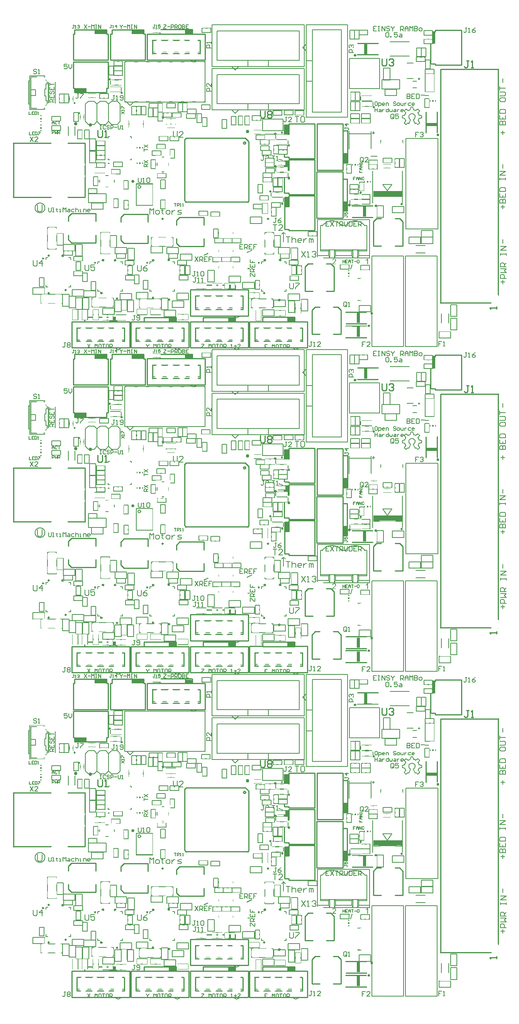
<source format=gbr>
G04 Generated on UCAM*
%FSLAX25Y25*%
%MOIN*%
%IPPOS*%
%ADD10C,0.00700*%
%ADD11C,0.01000*%
%ADD12C,0.00800*%
%ADD13C,0.03000*%
%ADD14C,0.00980*%
%ADD15C,0.00550*%
%ADD16C,0.00600*%
%ADD17C,0.02500*%
%ADD18C,0.00100*%
%ADD19C,0.00200*%
%ADD20C,0.00400*%
%ADD21C,0.02000*%
%ADD22C,0.00100*%
%ADD23C,0.00200*%
%ADD24C,0.00400*%
%ADD25C,0.00800*%
%ADD27C,0.01970*%
%ADD28C,0.00790*%
%ADD29R,0.02950X0.08790*%
%ADD30R,0.01200X0.00590*%
%ADD31R,0.01200X0.00600*%
%ADD32R,0.01200X0.01190*%
%ADD33R,0.00590X0.01200*%
%ADD34R,0.00600X0.01200*%
%ADD35R,0.01190X0.01200*%
%ADD36C,0.00100*%
%ADD37C,0.00200*%
%ADD38C,0.00400*%
%ADD39C,0.00800*%
%ADD40C,0.01600*%
%ADD42C,0.01600*%
%ADD43R,0.08790X0.02950*%
%SRX1Y1I0.00000J0.00000*%
%LN25543_csident*%
%LPD*%
G36*
X466180Y940830D02*
X466455D01*
X466733Y940876*
X467005Y941021*
X467215Y941246*
X467340Y941521*
X467370Y941750*
Y943314*
X467328Y943582*
X467194Y943845*
X466985Y944054*
X466722Y944188*
X466454Y944230*
X466180*
Y944745*
X467245*
Y947715*
X466180*
Y948230*
X466465*
X466743Y948276*
X467015Y948421*
X467225Y948646*
X467350Y948921*
X467380Y949150*
Y950714*
X467354Y950880*
X469930*
Y940570*
X466180*
Y940830*
G37*
G36*
X466180Y660910D02*
X466455D01*
X466733Y660956*
X467005Y661101*
X467215Y661326*
X467340Y661601*
X467370Y661830*
Y663394*
X467328Y663662*
X467194Y663925*
X466985Y664134*
X466722Y664268*
X466454Y664310*
X466180*
Y664825*
X467245*
Y667795*
X466180*
Y668310*
X466465*
X466743Y668356*
X467015Y668501*
X467225Y668726*
X467350Y669001*
X467380Y669230*
Y670794*
X467354Y670960*
X469930*
Y660650*
X466180*
Y660910*
G37*
G36*
X466180Y380980D02*
X466455D01*
X466733Y381026*
X467005Y381171*
X467215Y381396*
X467340Y381671*
X467370Y381900*
Y383464*
X467328Y383732*
X467194Y383995*
X466985Y384204*
X466722Y384338*
X466454Y384380*
X466180*
Y384905*
X467245*
Y387875*
X466180*
Y388390*
X466465*
X466743Y388436*
X467015Y388581*
X467225Y388806*
X467350Y389081*
X467380Y389310*
Y390874*
X467354Y391040*
X469930*
Y380730*
X466180*
Y380980*
G37*
G36*
X158660Y902400D02*
X168970D01*
Y898650*
X158660*
Y902400*
G37*
G36*
X158660Y622480D02*
X168970D01*
Y618730*
X158660*
Y622480*
G37*
G36*
X158660Y342560D02*
X168970D01*
Y338810*
X158660*
Y342560*
G37*
G36*
X207960Y392910D02*
X218260D01*
Y389160*
X207960*
Y392910*
G37*
G36*
X207960Y952750D02*
X218260D01*
Y949000*
X207960*
Y952750*
G37*
G36*
X207960Y672830D02*
X218260D01*
Y669080*
X207960*
Y672830*
G37*
G36*
X175860Y672830D02*
X186160D01*
Y669080*
X175860*
Y672830*
G37*
G36*
X175860Y392910D02*
X186160D01*
Y389160*
X175860*
Y392910*
G37*
G36*
X175860Y952750D02*
X186160D01*
Y949000*
X175860*
Y952750*
G37*
G36*
X380990Y470590D02*
X381000Y470640D01*
X381010Y470700*
X381020Y470770*
X381040Y470850*
X381060Y470920*
Y470930*
X381070Y470940*
X381080Y470980*
X381110Y471040*
X381160Y471130*
X381210Y471230*
X381290Y471350*
X381360Y471460*
X381460Y471580*
Y471590*
X381480*
X381510Y471640*
X381570Y471710*
X381670Y471800*
X381780Y471900*
X381910Y472030*
X382080Y472180*
X382260Y472340*
X382270*
X382300Y472370*
X382340Y472400*
X382390Y472450*
X382460Y472500*
X382530Y472570*
X382700Y472710*
X382880Y472890*
X383060Y473060*
X383150Y473140*
X383230Y473230*
X383300Y473310*
X383360Y473390*
X383370Y473400*
X383390Y473420*
X383400Y473450*
X383450Y473530*
X383500Y473630*
X383560Y473740*
X383600Y473860*
X383630Y474000*
X383650Y474130*
Y474140*
X383640Y474190*
X383630Y474260*
X383620Y474340*
X383580Y474440*
X383530Y474540*
X383470Y474640*
X383380Y474740*
X383370Y474750*
X383340Y474780*
X383280Y474820*
X383200Y474870*
X383100Y474910*
X382990Y474950*
X382850Y474980*
X382700Y474990*
X382660*
X382630Y474980*
X382550Y474970*
X382450Y474960*
X382340Y474920*
X382220Y474880*
X382100Y474810*
X382000Y474720*
X381990Y474700*
X381960Y474670*
X381910Y474610*
X381870Y474530*
X381820Y474420*
X381780Y474300*
X381750Y474160*
X381730Y473990*
X381110Y474060*
Y474130*
X381120Y474170*
X381140Y474230*
Y474300*
X381190Y474450*
X381250Y474630*
X381330Y474800*
X381450Y474970*
X381510Y475050*
X381580Y475130*
X381590*
X381610Y475140*
X381630Y475160*
X381660Y475190*
X381700Y475210*
X381760Y475250*
X381820Y475280*
X381880Y475310*
X381960Y475340*
X382040Y475380*
X382140Y475410*
X382240Y475440*
X382470Y475480*
X382590Y475490*
X382720Y475500*
X382780*
X382840Y475490*
X382900Y475480*
X382970Y475470*
X383040*
X383120Y475440*
X383310Y475400*
X383490Y475330*
X383590Y475280*
X383680Y475230*
X383770Y475160*
X383850Y475100*
X383860Y475090*
X383870Y475080*
X383890Y475060*
X383920Y475030*
X383950Y474980*
X383990Y474940*
X384060Y474820*
X384140Y474680*
X384210Y474510*
X384260Y474320*
X384270Y474220*
Y474000*
X384260Y473920*
X384240Y473830*
X384220Y473730*
X384190Y473630*
X384150Y473520*
X384140Y473510*
X384120Y473470*
X384090Y473420*
X384050Y473340*
X383990Y473250*
X383930Y473140*
X383840Y473040*
X383740Y472920*
X383720Y472900*
X383680Y472860*
X383620Y472790*
X383570Y472740*
X383520Y472690*
X383460Y472630*
X383380Y472560*
X383310Y472490*
X383220Y472410*
X383130Y472330*
X383030Y472240*
X382920Y472150*
X382800Y472040*
X382790Y472030*
X382780Y472020*
X382750Y472000*
X382710Y471970*
X382620Y471890*
X382500Y471790*
X382390Y471690*
X382270Y471580*
X382170Y471490*
X382130Y471450*
X382100Y471410*
X382090*
X382070Y471380*
X382040Y471350*
X382010Y471310*
X381920Y471210*
X381840Y471090*
X384280*
Y470510*
X380990*
Y470590*
G37*
G36*
X380990Y750510D02*
X381000Y750560D01*
X381010Y750620*
X381020Y750690*
X381040Y750770*
X381060Y750840*
Y750850*
X381070Y750860*
X381080Y750900*
X381110Y750960*
X381160Y751060*
X381210Y751150*
X381290Y751270*
X381360Y751380*
X381460Y751500*
Y751510*
X381480Y751520*
X381510Y751560*
X381570Y751630*
X381670Y751720*
X381780Y751830*
X381910Y751950*
X382080Y752100*
X382260Y752260*
X382270*
X382300Y752290*
X382340Y752320*
X382390Y752370*
X382460Y752420*
X382530Y752490*
X382700Y752640*
X382880Y752810*
X383060Y752980*
X383150Y753070*
X383230Y753150*
X383300Y753230*
X383360Y753310*
Y753320*
X383370*
X383390Y753350*
X383400Y753380*
X383450Y753450*
X383500Y753550*
X383560Y753660*
X383600Y753780*
X383630Y753920*
X383650Y754050*
Y754060*
X383640Y754110*
X383630Y754180*
X383620Y754260*
X383580Y754360*
X383530Y754460*
X383470Y754560*
X383380Y754660*
X383370Y754670*
X383340Y754700*
X383280Y754740*
X383200Y754790*
X383100Y754830*
X382990Y754870*
X382850Y754900*
X382700Y754910*
X382660*
X382630Y754900*
X382550*
X382450Y754880*
X382340Y754840*
X382220Y754800*
X382100Y754730*
X382000Y754640*
X381990Y754620*
X381960Y754590*
X381910Y754530*
X381870Y754450*
X381820Y754340*
X381780Y754220*
X381750Y754080*
X381730Y753910*
X381110Y753980*
Y754050*
X381120Y754090*
X381140Y754150*
Y754220*
X381190Y754370*
X381250Y754550*
X381330Y754720*
X381450Y754900*
X381510Y754970*
X381580Y755050*
X381590*
X381610Y755060*
X381630Y755080*
X381660Y755110*
X381700Y755130*
X381760Y755170*
X381820Y755200*
X381880Y755240*
X381960Y755270*
X382040Y755300*
X382140Y755330*
X382240Y755360*
X382470Y755400*
X382590Y755410*
X382720Y755420*
X382780*
X382840Y755410*
X382900Y755400*
X382970Y755390*
X383040*
X383120Y755360*
X383310Y755320*
X383490Y755250*
X383590Y755210*
X383680Y755150*
X383770Y755080*
X383850Y755020*
X383860Y755010*
X383870Y755000*
X383890Y754980*
X383920Y754950*
X383950Y754900*
X383990Y754860*
X384060Y754740*
X384140Y754600*
X384210Y754430*
X384260Y754250*
X384270Y754140*
Y753920*
X384260Y753840*
X384240Y753750*
X384220Y753660*
X384190Y753550*
X384150Y753440*
X384140Y753430*
X384120Y753390*
X384090Y753340*
X384050Y753260*
X383990Y753170*
X383930Y753070*
X383840Y752960*
X383740Y752840*
X383720Y752820*
X383680Y752780*
X383620Y752710*
X383570Y752670*
X383520Y752610*
X383460Y752550*
X383380Y752480*
X383310Y752420*
X383220Y752330*
X383130Y752250*
X383030Y752160*
X382920Y752070*
X382800Y751960*
X382790Y751950*
X382780Y751940*
X382750Y751920*
X382710Y751890*
X382620Y751810*
X382500Y751710*
X382390Y751610*
X382270Y751500*
X382170Y751410*
X382130Y751370*
X382100Y751330*
X382090*
X382070Y751300*
X382040Y751270*
X382010Y751230*
X381920Y751130*
X381840Y751010*
X384280*
Y750430*
X380990*
Y750510*
G37*
G36*
X380990Y190670D02*
X381000Y190720D01*
X381010Y190780*
X381020Y190850*
X381040Y190930*
X381060Y191000*
Y191010*
X381070Y191020*
X381080Y191060*
X381110Y191120*
X381160Y191210*
X381210Y191310*
X381290Y191420*
X381360Y191540*
X381460Y191660*
Y191670*
X381480*
X381510Y191720*
X381570Y191790*
X381670Y191880*
X381780Y191980*
X381910Y192110*
X382080Y192260*
X382260Y192410*
X382270Y192420*
X382300Y192440*
X382340Y192470*
X382390Y192530*
X382460Y192580*
X382530Y192650*
X382700Y192790*
X382880Y192970*
X383060Y193140*
X383150Y193220*
X383230Y193310*
X383300Y193390*
X383360Y193470*
X383370Y193480*
X383390Y193500*
X383400Y193530*
X383450Y193610*
X383500Y193710*
X383560Y193820*
X383600Y193940*
X383630Y194080*
X383650Y194210*
Y194220*
X383640Y194270*
X383630Y194330*
X383620Y194420*
X383580Y194520*
X383530Y194610*
X383470Y194720*
X383380Y194820*
X383370Y194830*
X383340Y194860*
X383280Y194890*
X383200Y194950*
X383100Y194990*
X382990Y195030*
X382850Y195060*
X382700Y195070*
X382660*
X382630Y195060*
X382550Y195050*
X382450Y195040*
X382340Y195000*
X382220Y194950*
X382100Y194890*
X382000Y194800*
X381990Y194780*
X381960Y194750*
X381910Y194690*
X381870Y194610*
X381820Y194500*
X381780Y194380*
X381750Y194240*
X381730Y194070*
X381110Y194140*
Y194210*
X381120Y194250*
X381140Y194310*
Y194380*
X381190Y194530*
X381250Y194710*
X381330Y194880*
X381450Y195050*
X381510Y195130*
X381580Y195200*
X381590Y195210*
X381610Y195220*
X381630Y195240*
X381660Y195260*
X381700Y195290*
X381760Y195330*
X381820Y195360*
X381880Y195390*
X381960Y195420*
X382040Y195460*
X382140Y195490*
X382240Y195510*
X382470Y195560*
X382590Y195570*
X382720*
X382780*
X382840*
X382900Y195560*
X382970Y195550*
X383040Y195540*
X383120Y195520*
X383310Y195480*
X383490Y195410*
X383590Y195360*
X383680Y195310*
X383770Y195240*
X383850Y195170*
X383860*
X383870Y195160*
X383890Y195140*
X383920Y195110*
X383950Y195060*
X383990Y195020*
X384060Y194900*
X384140Y194760*
X384210Y194590*
X384260Y194400*
X384270Y194300*
Y194080*
X384260Y194000*
X384240Y193910*
X384220Y193810*
X384190Y193710*
X384150Y193600*
X384140Y193590*
X384120Y193550*
X384090Y193500*
X384050Y193420*
X383990Y193330*
X383930Y193220*
X383840Y193120*
X383740Y193000*
X383720Y192980*
X383680Y192940*
X383620Y192870*
X383570Y192820*
X383520Y192770*
X383460Y192710*
X383380Y192640*
X383310Y192570*
X383220Y192490*
X383130Y192410*
X383030Y192320*
X382920Y192230*
X382800Y192120*
X382790Y192110*
X382780Y192100*
X382750Y192070*
X382710Y192040*
X382620Y191970*
X382500Y191870*
X382390Y191760*
X382270Y191660*
X382170Y191570*
X382130Y191530*
X382100Y191490*
X382090Y191480*
X382070Y191460*
X382040Y191430*
X382010Y191390*
X381920Y191290*
X381840Y191170*
X384280*
Y190590*
X380990*
Y190670*
G37*
G36*
X409880Y754170D02*
X409890D01*
X409910Y754180*
X409940Y754190*
X409970Y754220*
X410010Y754240*
X410070Y754260*
X410190Y754330*
X410320Y754410*
X410470Y754510*
X410630Y754620*
X410770Y754740*
X410780Y754750*
Y754760*
X410830Y754800*
X410900Y754870*
X410980Y754960*
X411070Y755060*
X411160Y755180*
X411250Y755300*
X411310Y755420*
X411710*
Y750430*
X411100*
Y754310*
X411090*
X411060Y754280*
X411010Y754240*
X410940Y754180*
X410860Y754120*
X410760Y754050*
X410650Y753970*
X410520Y753890*
X410510*
Y753880*
X410460Y753850*
X410390Y753810*
X410310Y753770*
X410210Y753720*
X410100Y753670*
X409990Y753620*
X409880Y753570*
Y754170*
G37*
G36*
X409880Y474250D02*
X409890D01*
X409910Y474260*
X409940Y474270*
X409970Y474290*
X410010Y474320*
X410070Y474340*
X410190Y474410*
X410320Y474490*
X410470Y474590*
X410630Y474700*
X410770Y474820*
X410780Y474830*
Y474840*
X410830Y474880*
X410900Y474950*
X410980Y475030*
X411070Y475140*
X411160Y475250*
X411250Y475370*
X411310Y475500*
X411710*
Y470510*
X411100*
Y474390*
X411090Y474380*
X411060Y474350*
X411010Y474320*
X410940Y474260*
X410860Y474200*
X410760Y474130*
X410650Y474040*
X410520Y473970*
X410510*
Y473960*
X410460Y473930*
X410390Y473890*
X410310Y473850*
X410210Y473790*
X410100Y473750*
X409990Y473700*
X409880Y473650*
Y474250*
G37*
G36*
X409880Y194330D02*
X409890D01*
X409910*
X409940Y194350*
X409970Y194370*
X410010Y194400*
X410070Y194420*
X410190Y194490*
X410320Y194570*
X410470Y194670*
X410630Y194780*
X410770Y194900*
X410780Y194910*
Y194920*
X410830Y194960*
X410900Y195030*
X410980Y195110*
X411070Y195220*
X411160Y195330*
X411250Y195450*
X411310Y195570*
X411710*
Y190590*
X411100*
Y194470*
X411090Y194460*
X411060Y194430*
X411010Y194400*
X410940Y194340*
X410860Y194270*
X410760Y194210*
X410650Y194120*
X410520Y194050*
X410510*
Y194040*
X410460Y194010*
X410390Y193970*
X410310Y193930*
X410210Y193870*
X410100Y193830*
X409990Y193780*
X409880Y193730*
Y194330*
G37*
G36*
X431030Y876690D02*
G75*
G2X431626Y876939I350J0D01*
G74*
G1X432193Y876380D01*
X433205*
X432473Y877113*
G75*
G2X432967Y877607I247J247D01*
G74*
G1X433719Y876856D01*
X433804Y876939*
G75*
G2X434296Y876441I246J-249D01*
G74*
G1X434214Y876361D01*
X434297Y876277*
G75*
G2X434167Y875700I-247J-247D01*
G74*
G1X433933D01*
G75*
G2X433803Y875783I117J330D01*
G74*
G1X433716Y875869D01*
X433626Y875781*
G75*
G2X433497Y875700I-246J249D01*
G74*
G1X433263D01*
X431933*
G75*
G2X431804Y875781I117J330D01*
G74*
G1X431134Y876441D01*
G75*
G2X431030Y876690I246J249D01*
G74*
G37*
G36*
G1X431030Y596770D02*
G75*
G2X431626Y597019I350J0D01*
G74*
G1X432193Y596460D01*
X433205*
X432473Y597193*
G75*
G2X432967Y597687I247J247D01*
G74*
G1X433719Y596936D01*
X433804Y597019*
G75*
G2X434296Y596521I246J-249D01*
G74*
G1X434214Y596441D01*
X434297Y596357*
G75*
G2X434167Y595780I-247J-247D01*
G74*
G1X433933D01*
G75*
G2X433803Y595863I117J330D01*
G74*
G1X433716Y595949D01*
X433626Y595861*
G75*
G2X433497Y595780I-246J249D01*
G74*
G1X433263D01*
X431933*
G75*
G2X431804Y595861I117J330D01*
G74*
G1X431134Y596521D01*
G75*
G2X431030Y596770I246J249D01*
G74*
G37*
G36*
G1X431030Y316850D02*
G75*
G2X431627Y317097I350J0D01*
G74*
G1X432195Y316530D01*
X433209*
X432472Y317273*
G75*
G2X432968Y317767I248J247D01*
G74*
G1X433717Y317012D01*
X433803Y317097*
G75*
G2X434297Y316603I247J-247D01*
G74*
G1X434210Y316515D01*
X434298Y316427*
G75*
G2X434192Y315860I-248J-247D01*
G74*
G1X433908D01*
G75*
G2X433802Y315933I142J320D01*
G74*
G1X433715Y316020D01*
X433627Y315933*
G75*
G2X433522Y315860I-247J247D01*
G74*
G1X433238D01*
X431908*
G75*
G2X431803Y315933I142J320D01*
G74*
G1X431133Y316603D01*
G75*
G2X431030Y316850I247J247D01*
G74*
G37*
G36*
G1X329990Y563910D02*
G75*
G2X330690Y563910I350J0D01*
G74*
G1Y559910D01*
G75*
G2X330490Y559594I-350J0D01*
G74*
G1Y560894D01*
X330448Y561162*
X330314Y561425*
X330105Y561634*
X329990Y561692*
Y563910*
G37*
G36*
X329990Y843830D02*
G75*
G2X330690Y843830I350J0D01*
G74*
G1Y839830D01*
G75*
G2X330490Y839514I-350J0D01*
G74*
G1Y840814D01*
X330448Y841082*
X330314Y841345*
X330105Y841554*
X329990Y841612*
Y843830*
G37*
G36*
X329990Y283980D02*
G75*
G2X330690Y283980I350J0D01*
G74*
G1Y279980D01*
G75*
G2X330490Y279664I-350J0D01*
G74*
G1Y280974D01*
X330448Y281242*
X330314Y281505*
X330105Y281714*
X329990Y281772*
Y283980*
G37*
G36*
X395240Y373180D02*
G75*
G2X395590Y373530I350J0D01*
G74*
G1X399360D01*
Y372830*
X395590*
G75*
G2X395240Y373180I0J350D01*
G74*
G37*
G36*
G1X395240Y933030D02*
G75*
G2X395590Y933380I350J0D01*
G74*
G1X399360D01*
Y932680*
X395590*
G75*
G2X395240Y933030I0J350D01*
G74*
G37*
G36*
G1X395240Y653110D02*
G75*
G2X395590Y653460I350J0D01*
G74*
G1X399360D01*
Y652760*
X395590*
G75*
G2X395240Y653110I0J350D01*
G74*
G37*
G36*
G1X435030Y876690D02*
G75*
G2X435626Y876939I350J0D01*
G74*
G1X436193Y876380D01*
X437237*
X437804Y876939*
G75*
G2X438296Y876441I246J-249D01*
G74*
G1X437626Y875781D01*
G75*
G2X437497Y875700I-246J249D01*
G74*
G1X436167D01*
X435933*
G75*
G2X435804Y875781I117J330D01*
G74*
G1X435134Y876441D01*
G75*
G2X435030Y876690I246J249D01*
G74*
G37*
G36*
G1X435030Y596770D02*
G75*
G2X435626Y597019I350J0D01*
G74*
G1X436193Y596460D01*
X437237*
X437804Y597019*
G75*
G2X438296Y596521I246J-249D01*
G74*
G1X437626Y595861D01*
G75*
G2X437497Y595780I-246J249D01*
G74*
G1X436167D01*
X435933*
G75*
G2X435804Y595861I117J330D01*
G74*
G1X435134Y596521D01*
G75*
G2X435030Y596770I246J249D01*
G74*
G37*
G36*
G1X435030Y316850D02*
G75*
G2X435627Y317097I350J0D01*
G74*
G1X436195Y316530D01*
X437235*
X437803Y317097*
G75*
G2X438297Y316603I247J-247D01*
G74*
G1X437627Y315933D01*
G75*
G2X437522Y315860I-247J247D01*
G74*
G1X436192D01*
X435908*
G75*
G2X435803Y315933I142J320D01*
G74*
G1X435133Y316603D01*
G75*
G2X435030Y316850I247J247D01*
G74*
G37*
G36*
G1X398570Y377180D02*
G75*
G2X398673Y377427I350J0D01*
G74*
G1X399240Y377995D01*
Y379035*
X398673Y379603*
G75*
G2X399167Y380097I247J247D01*
G74*
G1X399360Y379905D01*
Y377125*
X399167Y376933*
G75*
G2X398570Y377180I-247J247D01*
G74*
G37*
G36*
G1X398570Y937030D02*
G75*
G2X398674Y937279I350J0D01*
G74*
G1X399240Y937837D01*
Y938883*
X398674Y939441*
G75*
G2X399166Y939939I246J249D01*
G74*
G1X399360Y939748D01*
Y936972*
X399166Y936781*
G75*
G2X398570Y937030I-246J249D01*
G74*
G37*
G36*
G1X398570Y657110D02*
G75*
G2X398674Y657359I350J0D01*
G74*
G1X399240Y657917D01*
Y658955*
X398673Y659523*
G75*
G2X399167Y660017I247J247D01*
G74*
G1X399360Y659825D01*
Y657052*
X399166Y656861*
G75*
G2X398570Y657110I-246J249D01*
G74*
G37*
G36*
G1X324490Y841850D02*
G75*
G2X324840Y842200I350J0D01*
G74*
G1X325363D01*
X325921Y842766*
G75*
G2X326419Y842274I249J-246D01*
G74*
G1X326003Y841852D01*
X326277Y841578*
X326062Y841688*
X325871Y841718*
X325794Y841730*
X325181*
X324511*
G75*
G2X324490Y841850I329J120D01*
G74*
G37*
G36*
G1X324490Y282010D02*
G75*
G2X324840Y282360I350J0D01*
G74*
G1X325363D01*
X325921Y282926*
G75*
G2X326419Y282434I249J-246D01*
G74*
G1X326001Y282010D01*
X326262Y281746*
X326062Y281848*
X325871Y281878*
X325794Y281890*
X325181*
X324511*
G75*
G2X324490Y282010I329J120D01*
G74*
G37*
G36*
G1X324490Y561930D02*
G75*
G2X324840Y562280I350J0D01*
G74*
G1X325363D01*
X325921Y562846*
G75*
G2X326419Y562354I249J-246D01*
G74*
G1X326001Y561930D01*
X326262Y561666*
X326062Y561768*
X325871Y561798*
X325794Y561810*
X325181*
X324511*
G75*
G2X324490Y561930I329J120D01*
G74*
G37*
G36*
G1X323160Y280680D02*
G75*
G2X323519Y281030I350J0D01*
G74*
G1X323510Y280974D01*
Y280185*
X323263Y280433*
G75*
G2X323160Y280680I247J247D01*
G74*
G37*
G36*
G1X323160Y560600D02*
G75*
G2X323519Y560950I350J0D01*
G74*
G1X323510Y560894D01*
Y560105*
X323263Y560353*
G75*
G2X323160Y560600I247J247D01*
G74*
G37*
G36*
G1X323160Y840520D02*
G75*
G2X323519Y840870I350J0D01*
G74*
G1X323510Y840814D01*
Y840025*
X323263Y840273*
G75*
G2X323160Y840520I247J247D01*
G74*
G37*
D10*
G1X395890Y368180D02*
X421880D01*
X421880Y342190D02*
Y368180D01*
X395890Y342190D02*
X421880D01*
X395890Y342190D02*
Y368180D01*
X475650Y123980D02*
X472980D01*
Y121980*
X474320*
X472980*
Y119980*
X476980Y119980D02*
X478320D01*
X477650*
Y123980*
X476980Y123320*
X497350Y394380D02*
X496020D01*
X496680*
Y391050*
X496020Y390390*
X495350*
X494680Y391050*
X498680Y390390D02*
X500020D01*
X499350*
Y394380*
X498680Y393720*
X504680Y394380D02*
X503350Y393720D01*
X502020Y392380*
Y391050*
X502680Y390390*
X504020*
X504680Y391050*
Y391720*
X504020Y392380*
X502020*
X276410Y339910D02*
X272410D01*
Y341910*
X273080Y342580*
X274410*
X275080Y341910*
Y339910*
X276410Y346570D02*
Y343910D01*
X273740Y346570*
X273080*
X272410Y345910*
Y344580*
X273080Y343910*
X276510Y377210D02*
X272510D01*
Y379210*
X273180Y379880*
X274510*
X275180Y379210*
Y377210*
X276510Y381210D02*
Y382540D01*
Y381880*
X272510*
X273180Y381210*
X395590Y373180D02*
Y375180D01*
X396250Y375850*
X397590*
X398250Y375180*
Y373180*
X396250Y377180D02*
X395590Y377850D01*
Y379180*
X396250Y379850*
X396920*
X397590Y379180*
Y378520*
Y379180*
X398250Y379850*
X398920*
X455480Y304310D02*
X452810D01*
Y302310*
X454140*
X452810*
Y300310*
X456810Y303640D02*
X457480Y304310D01*
X458810*
X459470Y303640*
Y302980*
X458810Y302310*
X458140*
X458810*
X459470Y301640*
Y300980*
X458810Y300310*
X457480*
X456810Y300980*
X409550Y123580D02*
X406890D01*
Y121580*
X408220*
X406890*
Y119590*
X413550Y119590D02*
X410880D01*
X413550Y122250*
Y122920*
X412880Y123580*
X411550*
X410880Y122920*
X213580Y264980D02*
Y261650D01*
X214250Y260980*
X215580*
X216250Y261650*
Y264980*
X217580Y260980D02*
X218920D01*
X218250*
Y264980*
X217580Y264320*
X220920Y264320D02*
X221580Y264980D01*
X222920*
X223580Y264320*
Y261650*
X222920Y260980*
X221580*
X220920Y261650*
Y264320*
X434050Y316850D02*
Y319520D01*
X433380Y320180*
X432050*
X431380Y319520*
Y316850*
X438050Y320180D02*
X435380D01*
Y318180*
X436720Y318850*
X437380*
X438050Y318180*
Y316850*
X120210Y300410D02*
X122880Y296410D01*
X122880Y300410D02*
X120210Y296410D01*
X126870Y296410D02*
X124210D01*
X126870Y299080*
Y299740*
X126210Y300410*
X124880*
X124210Y299740*
X125950Y358120D02*
X125280Y358780D01*
X123950*
X123280Y358120*
Y357450*
X123950Y356780*
X125280*
X125950Y356120*
Y355450*
X125280Y354780*
X123950*
X123280Y355450*
X127280Y354780D02*
X128620D01*
X127950*
Y358780*
X127280Y358120*
X393580Y154680D02*
Y157340D01*
X392910Y158010*
X391580*
X390910Y157340*
Y154680*
X391580Y154010*
X392910*
X392240Y155340D02*
X393580Y154010D01*
X392910Y154010D02*
X393580Y154680D01*
X394910Y154010D02*
X396240D01*
X395580*
Y158010*
X394910Y157340*
X407850Y279450D02*
Y282120D01*
X407180Y282780*
X405850*
X405180Y282120*
Y279450*
X405850Y278780*
X407180*
X406520Y280120D02*
X407850Y278780D01*
X407180Y278780D02*
X407850Y279450D01*
X411850Y278780D02*
X409180D01*
X411850Y281450*
Y282120*
X411180Y282780*
X409850*
X409180Y282120*
X341980Y317410D02*
X340640D01*
X341310*
Y314080*
X340640Y313410*
X339980*
X339310Y314080*
X345970Y313410D02*
X343310D01*
X345970Y316080*
Y316740*
X345310Y317410*
X343980*
X343310Y316740*
X322180Y284010D02*
X320840D01*
X321510*
Y280680*
X320840Y280010*
X320180*
X319510Y280680*
X323510Y283340D02*
X324180Y284010D01*
X325510*
X326170Y283340*
Y282680*
X332780Y230310D02*
X331440D01*
X332110*
Y226980*
X331440Y226310*
X330780*
X330110Y226980*
X336770Y230310D02*
X335440Y229640D01*
X334110Y228310*
Y226980*
X334780Y226310*
X336110*
X336770Y226980*
Y227640*
X336110Y228310*
X334110*
X150880Y123110D02*
X149540D01*
X150210*
Y119780*
X149540Y119110*
X148880*
X148210Y119780*
X152210Y122440D02*
X152880Y123110D01*
X154210*
X154870Y122440*
Y121780*
X154210Y121110*
X154870Y120440*
Y119780*
X154210Y119110*
X152880*
X152210Y119780*
Y120440*
X152880Y121110*
X152210Y121780*
Y122440*
X152880Y121110D02*
X154210D01*
X210980Y146310D02*
X209640D01*
X210310*
Y142980*
X209640Y142310*
X208980*
X208310Y142980*
X212310Y142980D02*
X212980Y142310D01*
X214310*
X214970Y142980*
Y145640*
X214310Y146310*
X212980*
X212310Y145640*
Y144980*
X212980Y144310*
X214970*
X262980Y184510D02*
X261640D01*
X262310*
Y181180*
X261640Y180510*
X260980*
X260310Y181180*
X264310Y180510D02*
X265640D01*
X264980*
Y184510*
X264310Y183840*
X267640Y183840D02*
X268310Y184510D01*
X269640*
X270310Y183840*
Y181180*
X269640Y180510*
X268310*
X267640Y181180*
Y183840*
X263380Y179210D02*
X262040D01*
X262710*
Y175880*
X262040Y175210*
X261380*
X260710Y175880*
X264710Y175210D02*
X266040D01*
X265380*
Y179210*
X264710Y178540*
X268040Y175210D02*
X269370D01*
X268710*
Y179210*
X268040Y178540*
X363380Y123910D02*
X362040D01*
X362710*
Y120580*
X362040Y119910*
X361380*
X360710Y120580*
X364710Y119910D02*
X366040D01*
X365380*
Y123910*
X364710Y123240*
X370710Y119910D02*
X368040D01*
X370710Y122580*
Y123240*
X370040Y123910*
X368710*
X368040Y123240*
X193180Y336210D02*
X191840D01*
X192510*
Y332880*
X191840Y332210*
X191180*
X190510Y332880*
X194510Y332210D02*
X195840D01*
X195180*
Y336210*
X194510Y335540*
X197840Y332880D02*
X198510Y332210D01*
X199840*
X200510Y332880*
Y335540*
X199840Y336210*
X198510*
X197840Y335540*
Y334880*
X198510Y334210*
X200510*
X378350Y227480D02*
X375690D01*
Y223480*
X378350*
X375690Y225480D02*
X377020D01*
X379680Y227480D02*
X382350Y223480D01*
X382350Y227480D02*
X379680Y223480D01*
X383680Y227480D02*
X386350D01*
X385020*
Y223480*
X387680Y223480D02*
Y227480D01*
X389680*
X390350Y226820*
Y225480*
X389680Y224820*
X387680*
X389010Y224820D02*
X390350Y223480D01*
X391680Y227480D02*
Y224150D01*
X392350Y223480*
X393680*
X394350Y224150*
Y227480*
X395680Y227480D02*
Y223480D01*
X397680*
X398340Y224150*
Y226820*
X397680Y227480*
X395680*
X402340Y227480D02*
X399680D01*
Y223480*
X402340*
X399680Y225480D02*
X401010D01*
X403680Y223480D02*
Y227480D01*
X405680*
X406340Y226820*
Y225480*
X405680Y224820*
X403680*
X405010Y224820D02*
X406340Y223480D01*
X136080Y239380D02*
Y236380D01*
X136680Y235790*
X137880*
X138480Y236380*
Y239380*
X139680Y235790D02*
X140880D01*
X140280*
Y239380*
X139680*
X143280Y238780D02*
Y238180D01*
X142680*
X143880*
X143280*
Y236380*
X143880Y235790*
X145680Y235790D02*
X146880D01*
X146280*
Y238180*
X145680*
X148680Y235790D02*
Y239380D01*
X149880Y238180*
X151080Y239380*
Y235790*
X152880Y238180D02*
X154080D01*
X154680Y237580*
Y235790*
X152880*
X152280Y236380*
X152880Y236980*
X154680*
X158280Y238180D02*
X156480D01*
X155880Y237580*
Y236380*
X156480Y235790*
X158280*
X159480Y239380D02*
Y235790D01*
Y237580*
X160080Y238180*
X161280*
X161880Y237580*
Y235790*
X163080Y235790D02*
X164280D01*
X163680*
Y238180*
X163080*
X166080Y235790D02*
Y238180D01*
X167870*
X168470Y237580*
Y235790*
X171470Y235790D02*
X170270D01*
X169670Y236380*
Y237580*
X170270Y238180*
X171470*
X172070Y237580*
Y236980*
X169670*
X152280Y363210D02*
X149610D01*
Y361210*
X150940Y361880*
X151610*
X152280Y361210*
Y359880*
X151610Y359210*
X150280*
X149610Y359880*
X153610Y363210D02*
Y360540D01*
X154940Y359210*
X156270Y360540*
Y363210*
X329010Y283980D02*
X331680D01*
X330340*
X333010Y279980D02*
X334340D01*
X333680*
Y283980*
X333010Y283320*
X262610Y197210D02*
X265280Y193210D01*
X265280Y197210D02*
X262610Y193210D01*
X266610Y193210D02*
Y197210D01*
X268610*
X269270Y196540*
Y195210*
X268610Y194540*
X266610*
X267940Y194540D02*
X269270Y193210D01*
X273270Y197210D02*
X270610D01*
Y193210*
X273270*
X270610Y195210D02*
X271940D01*
X277270Y197210D02*
X274610D01*
Y195210*
X275940*
X274610*
Y193210*
X310110Y180010D02*
Y182680D01*
X310780*
X313440Y180010*
X314110*
Y182680*
X314110Y184010D02*
X310110D01*
Y186010*
X310780Y186670*
X312110*
X312780Y186010*
Y184010*
X312780Y185340D02*
X314110Y186670D01*
X310110Y190670D02*
Y188010D01*
X314110*
Y190670*
X312110Y188010D02*
Y189340D01*
X310110Y194670D02*
Y192010D01*
X312110*
Y193340*
Y192010*
X314110*
X303850Y207880D02*
X301190D01*
Y203890*
X303850*
X301190Y205880D02*
X302520D01*
X305180Y203890D02*
Y207880D01*
X307180*
X307850Y207220*
Y205880*
X307180Y205220*
X305180*
X306520Y205220D02*
X307850Y203890D01*
X311850Y207880D02*
X309180D01*
Y203890*
X311850*
X309180Y205880D02*
X310520D01*
X315850Y207880D02*
X313180D01*
Y205880*
X314510*
X313180*
Y203890*
X445490Y337480D02*
Y333490D01*
X447480*
X448150Y334150*
Y334820*
X447480Y335480*
X445490*
X447480*
X448150Y336150*
Y336820*
X447480Y337480*
X445490*
X452150Y337480D02*
X449480D01*
Y333490*
X452150*
X449480Y335480D02*
X450820D01*
X453480Y337480D02*
Y333490D01*
X455480*
X456150Y334150*
Y336820*
X455480Y337480*
X453480*
X395890Y648100D02*
X421880D01*
X421880Y622110D02*
Y648100D01*
X395890Y622110D02*
X421880D01*
X395890Y622110D02*
Y648100D01*
X475650Y403910D02*
X472980D01*
Y401910*
X474320*
X472980*
Y399910*
X476980Y399910D02*
X478320D01*
X477650*
Y403910*
X476980Y403240*
X497350Y674310D02*
X496020D01*
X496680*
Y670970*
X496020Y670310*
X495350*
X494680Y670970*
X498680Y670310D02*
X500020D01*
X499350*
Y674310*
X498680Y673640*
X504680Y674310D02*
X503350Y673640D01*
X502020Y672310*
Y670970*
X502680Y670310*
X504020*
X504680Y670970*
Y671640*
X504020Y672310*
X502020*
X276410Y619830D02*
X272410D01*
Y621830*
X273080Y622500*
X274410*
X275080Y621830*
Y619830*
X276410Y626500D02*
Y623830D01*
X273740Y626500*
X273080*
X272410Y625830*
Y624500*
X273080Y623830*
X276510Y657130D02*
X272510D01*
Y659130*
X273180Y659800*
X274510*
X275180Y659130*
Y657130*
X276510Y661130D02*
Y662460D01*
Y661800*
X272510*
X273180Y661130*
X395590Y653110D02*
Y655110D01*
X396250Y655770*
X397590*
X398250Y655110*
Y653110*
X396250Y657110D02*
X395590Y657770D01*
Y659100*
X396250Y659770*
X396920*
X397590Y659100*
Y658440*
Y659100*
X398250Y659770*
X398920*
X455480Y584230D02*
X452810D01*
Y582230*
X454140*
X452810*
Y580230*
X456810Y583560D02*
X457480Y584230D01*
X458810*
X459470Y583560*
Y582900*
X458810Y582230*
X458140*
X458810*
X459470Y581560*
Y580900*
X458810Y580230*
X457480*
X456810Y580900*
X409550Y403500D02*
X406890D01*
Y401510*
X408220*
X406890*
Y399510*
X413550Y399510D02*
X410880D01*
X413550Y402170*
Y402840*
X412880Y403500*
X411550*
X410880Y402840*
X213580Y544900D02*
Y541570D01*
X214250Y540910*
X215580*
X216250Y541570*
Y544900*
X217580Y540910D02*
X218920D01*
X218250*
Y544900*
X217580Y544240*
X220920Y544240D02*
X221580Y544900D01*
X222920*
X223580Y544240*
Y541570*
X222920Y540910*
X221580*
X220920Y541570*
Y544240*
X434050Y596770D02*
Y599440D01*
X433380Y600100*
X432050*
X431380Y599440*
Y596770*
X438050Y600100D02*
X435380D01*
Y598110*
X436720Y598770*
X437380*
X438050Y598110*
Y596770*
X120210Y580330D02*
X122880Y576330D01*
X122880Y580330D02*
X120210Y576330D01*
X126870Y576330D02*
X124210D01*
X126870Y579000*
Y579660*
X126210Y580330*
X124880*
X124210Y579660*
X125950Y638040D02*
X125280Y638710D01*
X123950*
X123280Y638040*
Y637370*
X123950Y636710*
X125280*
X125950Y636040*
Y635370*
X125280Y634710*
X123950*
X123280Y635370*
X127280Y634710D02*
X128620D01*
X127950*
Y638710*
X127280Y638040*
X393580Y434600D02*
Y437260D01*
X392910Y437930*
X391580*
X390910Y437260*
Y434600*
X391580Y433930*
X392910*
X392240Y435260D02*
X393580Y433930D01*
X392910Y433930D02*
X393580Y434600D01*
X394910Y433930D02*
X396240D01*
X395580*
Y437930*
X394910Y437260*
X407850Y559370D02*
Y562040D01*
X407180Y562700*
X405850*
X405180Y562040*
Y559370*
X405850Y558710*
X407180*
X406520Y560040D02*
X407850Y558710D01*
X407180Y558710D02*
X407850Y559370D01*
X411850Y558710D02*
X409180D01*
X411850Y561370*
Y562040*
X411180Y562700*
X409850*
X409180Y562040*
X341980Y597330D02*
X340640D01*
X341310*
Y594000*
X340640Y593330*
X339980*
X339310Y594000*
X345970Y593330D02*
X343310D01*
X345970Y596000*
Y596660*
X345310Y597330*
X343980*
X343310Y596660*
X322180Y563930D02*
X320840D01*
X321510*
Y560600*
X320840Y559930*
X320180*
X319510Y560600*
X323510Y563260D02*
X324180Y563930D01*
X325510*
X326170Y563260*
Y562600*
X332780Y510230D02*
X331440D01*
X332110*
Y506900*
X331440Y506230*
X330780*
X330110Y506900*
X336770Y510230D02*
X335440Y509560D01*
X334110Y508230*
Y506900*
X334780Y506230*
X336110*
X336770Y506900*
Y507560*
X336110Y508230*
X334110*
X150880Y403030D02*
X149540D01*
X150210*
Y399700*
X149540Y399030*
X148880*
X148210Y399700*
X152210Y402360D02*
X152880Y403030D01*
X154210*
X154870Y402360*
Y401700*
X154210Y401030*
X154870Y400360*
Y399700*
X154210Y399030*
X152880*
X152210Y399700*
Y400360*
X152880Y401030*
X152210Y401700*
Y402360*
X152880Y401030D02*
X154210D01*
X210980Y426230D02*
X209640D01*
X210310*
Y422900*
X209640Y422230*
X208980*
X208310Y422900*
X212310Y422900D02*
X212980Y422230D01*
X214310*
X214970Y422900*
Y425560*
X214310Y426230*
X212980*
X212310Y425560*
Y424900*
X212980Y424230*
X214970*
X262980Y464430D02*
X261640D01*
X262310*
Y461100*
X261640Y460430*
X260980*
X260310Y461100*
X264310Y460430D02*
X265640D01*
X264980*
Y464430*
X264310Y463760*
X267640Y463760D02*
X268310Y464430D01*
X269640*
X270310Y463760*
Y461100*
X269640Y460430*
X268310*
X267640Y461100*
Y463760*
X263380Y459130D02*
X262040D01*
X262710*
Y455800*
X262040Y455130*
X261380*
X260710Y455800*
X264710Y455130D02*
X266040D01*
X265380*
Y459130*
X264710Y458460*
X268040Y455130D02*
X269370D01*
X268710*
Y459130*
X268040Y458460*
X363380Y403830D02*
X362040D01*
X362710*
Y400500*
X362040Y399830*
X361380*
X360710Y400500*
X364710Y399830D02*
X366040D01*
X365380*
Y403830*
X364710Y403160*
X370710Y399830D02*
X368040D01*
X370710Y402500*
Y403160*
X370040Y403830*
X368710*
X368040Y403160*
X193180Y616130D02*
X191840D01*
X192510*
Y612800*
X191840Y612130*
X191180*
X190510Y612800*
X194510Y612130D02*
X195840D01*
X195180*
Y616130*
X194510Y615460*
X197840Y612800D02*
X198510Y612130D01*
X199840*
X200510Y612800*
Y615460*
X199840Y616130*
X198510*
X197840Y615460*
Y614800*
X198510Y614130*
X200510*
X378350Y507400D02*
X375690D01*
Y503410*
X378350*
X375690Y505410D02*
X377020D01*
X379680Y507400D02*
X382350Y503410D01*
X382350Y507400D02*
X379680Y503410D01*
X383680Y507400D02*
X386350D01*
X385020*
Y503410*
X387680Y503410D02*
Y507400D01*
X389680*
X390350Y506740*
Y505410*
X389680Y504740*
X387680*
X389010Y504740D02*
X390350Y503410D01*
X391680Y507400D02*
Y504070D01*
X392350Y503410*
X393680*
X394350Y504070*
Y507400*
X395680Y507400D02*
Y503410D01*
X397680*
X398340Y504070*
Y506740*
X397680Y507400*
X395680*
X402340Y507400D02*
X399680D01*
Y503410*
X402340*
X399680Y505410D02*
X401010D01*
X403680Y503410D02*
Y507400D01*
X405680*
X406340Y506740*
Y505410*
X405680Y504740*
X403680*
X405010Y504740D02*
X406340Y503410D01*
X136080Y519310D02*
Y516310D01*
X136680Y515710*
X137880*
X138480Y516310*
Y519310*
X139680Y515710D02*
X140880D01*
X140280*
Y519310*
X139680*
X143280Y518710D02*
Y518110D01*
X142680*
X143880*
X143280*
Y516310*
X143880Y515710*
X145680Y515710D02*
X146880D01*
X146280*
Y518110*
X145680*
X148680Y515710D02*
Y519310D01*
X149880Y518110*
X151080Y519310*
Y515710*
X152880Y518110D02*
X154080D01*
X154680Y517510*
Y515710*
X152880*
X152280Y516310*
X152880Y516910*
X154680*
X158280Y518110D02*
X156480D01*
X155880Y517510*
Y516310*
X156480Y515710*
X158280*
X159480Y519310D02*
Y515710D01*
Y517510*
X160080Y518110*
X161280*
X161880Y517510*
Y515710*
X163080Y515710D02*
X164280D01*
X163680*
Y518110*
X163080*
X166080Y515710D02*
Y518110D01*
X167870*
X168470Y517510*
Y515710*
X171470Y515710D02*
X170270D01*
X169670Y516310*
Y517510*
X170270Y518110*
X171470*
X172070Y517510*
Y516910*
X169670*
X152280Y643130D02*
X149610D01*
Y641130*
X150940Y641800*
X151610*
X152280Y641130*
Y639800*
X151610Y639130*
X150280*
X149610Y639800*
X153610Y643130D02*
Y640460D01*
X154940Y639130*
X156270Y640460*
Y643130*
X329010Y563910D02*
X331680D01*
X330340*
X333010Y559910D02*
X334340D01*
X333680*
Y563910*
X333010Y563240*
X262610Y477130D02*
X265280Y473130D01*
X265280Y477130D02*
X262610Y473130D01*
X266610Y473130D02*
Y477130D01*
X268610*
X269270Y476460*
Y475130*
X268610Y474460*
X266610*
X267940Y474460D02*
X269270Y473130D01*
X273270Y477130D02*
X270610D01*
Y473130*
X273270*
X270610Y475130D02*
X271940D01*
X277270Y477130D02*
X274610D01*
Y475130*
X275940*
X274610*
Y473130*
X310110Y459930D02*
Y462600D01*
X310780*
X313440Y459930*
X314110*
Y462600*
X314110Y463930D02*
X310110D01*
Y465930*
X310780Y466600*
X312110*
X312780Y465930*
Y463930*
X312780Y465260D02*
X314110Y466600D01*
X310110Y470590D02*
Y467930D01*
X314110*
Y470590*
X312110Y467930D02*
Y469260D01*
X310110Y474590D02*
Y471930D01*
X312110*
Y473260*
Y471930*
X314110*
X303850Y487800D02*
X301190D01*
Y483810*
X303850*
X301190Y485810D02*
X302520D01*
X305180Y483810D02*
Y487800D01*
X307180*
X307850Y487140*
Y485810*
X307180Y485140*
X305180*
X306520Y485140D02*
X307850Y483810D01*
X311850Y487800D02*
X309180D01*
Y483810*
X311850*
X309180Y485810D02*
X310520D01*
X315850Y487800D02*
X313180D01*
Y485810*
X314510*
X313180*
Y483810*
X445490Y617400D02*
Y613410D01*
X447480*
X448150Y614070*
Y614740*
X447480Y615410*
X445490*
X447480*
X448150Y616070*
Y616740*
X447480Y617400*
X445490*
X452150Y617400D02*
X449480D01*
Y613410*
X452150*
X449480Y615410D02*
X450820D01*
X453480Y617400D02*
Y613410D01*
X455480*
X456150Y614070*
Y616740*
X455480Y617400*
X453480*
X395890Y928020D02*
X421880D01*
X421880Y902040D02*
Y928020D01*
X395890Y902040D02*
X421880D01*
X395890Y902040D02*
Y928020D01*
X475650Y683830D02*
X472980D01*
Y681830*
X474320*
X472980*
Y679830*
X476980Y679830D02*
X478320D01*
X477650*
Y683830*
X476980Y683160*
X497350Y954230D02*
X496020D01*
X496680*
Y950890*
X496020Y950230*
X495350*
X494680Y950890*
X498680Y950230D02*
X500020D01*
X499350*
Y954230*
X498680Y953560*
X504680Y954230D02*
X503350Y953560D01*
X502020Y952230*
Y950890*
X502680Y950230*
X504020*
X504680Y950890*
Y951560*
X504020Y952230*
X502020*
X276410Y899750D02*
X272410D01*
Y901750*
X273080Y902420*
X274410*
X275080Y901750*
Y899750*
X276410Y906420D02*
Y903750D01*
X273740Y906420*
X273080*
X272410Y905750*
Y904420*
X273080Y903750*
X276510Y937050D02*
X272510D01*
Y939050*
X273180Y939720*
X274510*
X275180Y939050*
Y937050*
X276510Y941050D02*
Y942380D01*
Y941720*
X272510*
X273180Y941050*
X395590Y933030D02*
Y935030D01*
X396250Y935690*
X397590*
X398250Y935030*
Y933030*
X396250Y937030D02*
X395590Y937690D01*
Y939030*
X396250Y939690*
X396920*
X397590Y939030*
Y938360*
Y939030*
X398250Y939690*
X398920*
X455480Y864150D02*
X452810D01*
Y862150*
X454140*
X452810*
Y860150*
X456810Y863480D02*
X457480Y864150D01*
X458810*
X459470Y863480*
Y862820*
X458810Y862150*
X458140*
X458810*
X459470Y861490*
Y860820*
X458810Y860150*
X457480*
X456810Y860820*
X409550Y683430D02*
X406890D01*
Y681430*
X408220*
X406890*
Y679430*
X413550Y679430D02*
X410880D01*
X413550Y682090*
Y682760*
X412880Y683430*
X411550*
X410880Y682760*
X213580Y824830D02*
Y821490D01*
X214250Y820830*
X215580*
X216250Y821490*
Y824830*
X217580Y820830D02*
X218920D01*
X218250*
Y824830*
X217580Y824160*
X220920Y824160D02*
X221580Y824830D01*
X222920*
X223580Y824160*
Y821490*
X222920Y820830*
X221580*
X220920Y821490*
Y824160*
X434050Y876690D02*
Y879360D01*
X433380Y880030*
X432050*
X431380Y879360*
Y876690*
X438050Y880030D02*
X435380D01*
Y878030*
X436720Y878690*
X437380*
X438050Y878030*
Y876690*
X120210Y860250D02*
X122880Y856250D01*
X122880Y860250D02*
X120210Y856250D01*
X126870Y856250D02*
X124210D01*
X126870Y858920*
Y859580*
X126210Y860250*
X124880*
X124210Y859580*
X125950Y917960D02*
X125280Y918630D01*
X123950*
X123280Y917960*
Y917290*
X123950Y916630*
X125280*
X125950Y915960*
Y915290*
X125280Y914630*
X123950*
X123280Y915290*
X127280Y914630D02*
X128620D01*
X127950*
Y918630*
X127280Y917960*
X393580Y714520D02*
Y717190D01*
X392910Y717850*
X391580*
X390910Y717190*
Y714520*
X391580Y713850*
X392910*
X392240Y715190D02*
X393580Y713850D01*
X392910Y713850D02*
X393580Y714520D01*
X394910Y713850D02*
X396240D01*
X395580*
Y717850*
X394910Y717190*
X407850Y839290D02*
Y841960D01*
X407180Y842630*
X405850*
X405180Y841960*
Y839290*
X405850Y838630*
X407180*
X406520Y839960D02*
X407850Y838630D01*
X407180Y838630D02*
X407850Y839290D01*
X411850Y838630D02*
X409180D01*
X411850Y841290*
Y841960*
X411180Y842630*
X409850*
X409180Y841960*
X341980Y877250D02*
X340640D01*
X341310*
Y873920*
X340640Y873250*
X339980*
X339310Y873920*
X345970Y873250D02*
X343310D01*
X345970Y875920*
Y876590*
X345310Y877250*
X343980*
X343310Y876590*
X322180Y843850D02*
X320840D01*
X321510*
Y840520*
X320840Y839850*
X320180*
X319510Y840520*
X323510Y843190D02*
X324180Y843850D01*
X325510*
X326170Y843190*
Y842520*
X332780Y790150D02*
X331440D01*
X332110*
Y786820*
X331440Y786150*
X330780*
X330110Y786820*
X336770Y790150D02*
X335440Y789480D01*
X334110Y788150*
Y786820*
X334780Y786150*
X336110*
X336770Y786820*
Y787490*
X336110Y788150*
X334110*
X150880Y682950D02*
X149540D01*
X150210*
Y679620*
X149540Y678950*
X148880*
X148210Y679620*
X152210Y682290D02*
X152880Y682950D01*
X154210*
X154870Y682290*
Y681620*
X154210Y680950*
X154870Y680290*
Y679620*
X154210Y678950*
X152880*
X152210Y679620*
Y680290*
X152880Y680950*
X152210Y681620*
Y682290*
X152880Y680950D02*
X154210D01*
X210980Y706150D02*
X209640D01*
X210310*
Y702820*
X209640Y702150*
X208980*
X208310Y702820*
X212310Y702820D02*
X212980Y702150D01*
X214310*
X214970Y702820*
Y705490*
X214310Y706150*
X212980*
X212310Y705490*
Y704820*
X212980Y704150*
X214970*
X262980Y744350D02*
X261640D01*
X262310*
Y741020*
X261640Y740350*
X260980*
X260310Y741020*
X264310Y740350D02*
X265640D01*
X264980*
Y744350*
X264310Y743690*
X267640Y743690D02*
X268310Y744350D01*
X269640*
X270310Y743690*
Y741020*
X269640Y740350*
X268310*
X267640Y741020*
Y743690*
X263380Y739050D02*
X262040D01*
X262710*
Y735720*
X262040Y735050*
X261380*
X260710Y735720*
X264710Y735050D02*
X266040D01*
X265380*
Y739050*
X264710Y738390*
X268040Y735050D02*
X269370D01*
X268710*
Y739050*
X268040Y738390*
X363380Y683750D02*
X362040D01*
X362710*
Y680420*
X362040Y679750*
X361380*
X360710Y680420*
X364710Y679750D02*
X366040D01*
X365380*
Y683750*
X364710Y683090*
X370710Y679750D02*
X368040D01*
X370710Y682420*
Y683090*
X370040Y683750*
X368710*
X368040Y683090*
X193180Y896050D02*
X191840D01*
X192510*
Y892720*
X191840Y892050*
X191180*
X190510Y892720*
X194510Y892050D02*
X195840D01*
X195180*
Y896050*
X194510Y895380*
X197840Y892720D02*
X198510Y892050D01*
X199840*
X200510Y892720*
Y895380*
X199840Y896050*
X198510*
X197840Y895380*
Y894720*
X198510Y894050*
X200510*
X378350Y787330D02*
X375690D01*
Y783330*
X378350*
X375690Y785330D02*
X377020D01*
X379680Y787330D02*
X382350Y783330D01*
X382350Y787330D02*
X379680Y783330D01*
X383680Y787330D02*
X386350D01*
X385020*
Y783330*
X387680Y783330D02*
Y787330D01*
X389680*
X390350Y786660*
Y785330*
X389680Y784660*
X387680*
X389010Y784660D02*
X390350Y783330D01*
X391680Y787330D02*
Y783990D01*
X392350Y783330*
X393680*
X394350Y783990*
Y787330*
X395680Y787330D02*
Y783330D01*
X397680*
X398340Y783990*
Y786660*
X397680Y787330*
X395680*
X402340Y787330D02*
X399680D01*
Y783330*
X402340*
X399680Y785330D02*
X401010D01*
X403680Y783330D02*
Y787330D01*
X405680*
X406340Y786660*
Y785330*
X405680Y784660*
X403680*
X405010Y784660D02*
X406340Y783330D01*
X136080Y799230D02*
Y796230D01*
X136680Y795630*
X137880*
X138480Y796230*
Y799230*
X139680Y795630D02*
X140880D01*
X140280*
Y799230*
X139680*
X143280Y798630D02*
Y798030D01*
X142680*
X143880*
X143280*
Y796230*
X143880Y795630*
X145680Y795630D02*
X146880D01*
X146280*
Y798030*
X145680*
X148680Y795630D02*
Y799230D01*
X149880Y798030*
X151080Y799230*
Y795630*
X152880Y798030D02*
X154080D01*
X154680Y797430*
Y795630*
X152880*
X152280Y796230*
X152880Y796830*
X154680*
X158280Y798030D02*
X156480D01*
X155880Y797430*
Y796230*
X156480Y795630*
X158280*
X159480Y799230D02*
Y795630D01*
Y797430*
X160080Y798030*
X161280*
X161880Y797430*
Y795630*
X163080Y795630D02*
X164280D01*
X163680*
Y798030*
X163080*
X166080Y795630D02*
Y798030D01*
X167870*
X168470Y797430*
Y795630*
X171470Y795630D02*
X170270D01*
X169670Y796230*
Y797430*
X170270Y798030*
X171470*
X172070Y797430*
Y796830*
X169670*
X152280Y923050D02*
X149610D01*
Y921050*
X150940Y921720*
X151610*
X152280Y921050*
Y919720*
X151610Y919050*
X150280*
X149610Y919720*
X153610Y923050D02*
Y920390D01*
X154940Y919050*
X156270Y920390*
Y923050*
X329010Y843830D02*
X331680D01*
X330340*
X333010Y839830D02*
X334340D01*
X333680*
Y843830*
X333010Y843160*
X262610Y757050D02*
X265280Y753050D01*
X265280Y757050D02*
X262610Y753050D01*
X266610Y753050D02*
Y757050D01*
X268610*
X269270Y756380*
Y755050*
X268610Y754390*
X266610*
X267940Y754390D02*
X269270Y753050D01*
X273270Y757050D02*
X270610D01*
Y753050*
X273270*
X270610Y755050D02*
X271940D01*
X277270Y757050D02*
X274610D01*
Y755050*
X275940*
X274610*
Y753050*
X310110Y739850D02*
Y742520D01*
X310780*
X313440Y739850*
X314110*
Y742520*
X314110Y743850D02*
X310110D01*
Y745850*
X310780Y746520*
X312110*
X312780Y745850*
Y743850*
X312780Y745180D02*
X314110Y746520D01*
X310110Y750520D02*
Y747850D01*
X314110*
Y750520*
X312110Y747850D02*
Y749180D01*
X310110Y754510D02*
Y751850D01*
X312110*
Y753180*
Y751850*
X314110*
X303850Y767730D02*
X301190D01*
Y763730*
X303850*
X301190Y765730D02*
X302520D01*
X305180Y763730D02*
Y767730D01*
X307180*
X307850Y767060*
Y765730*
X307180Y765060*
X305180*
X306520Y765060D02*
X307850Y763730D01*
X311850Y767730D02*
X309180D01*
Y763730*
X311850*
X309180Y765730D02*
X310520D01*
X315850Y767730D02*
X313180D01*
Y765730*
X314510*
X313180*
Y763730*
X445490Y897330D02*
Y893330D01*
X447480*
X448150Y893990*
Y894660*
X447480Y895330*
X445490*
X447480*
X448150Y895990*
Y896660*
X447480Y897330*
X445490*
X452150Y897330D02*
X449480D01*
Y893330*
X452150*
X449480Y895330D02*
X450820D01*
X453480Y897330D02*
Y893330D01*
X455480*
X456150Y893990*
Y896660*
X455480Y897330*
X453480*
G36*
X523890Y638560D02*
G75*
G2X524890Y638560I500J0D01*
G74*
G1Y443377D01*
X524798Y443471*
X524415Y443786*
X524000Y444058*
X523890Y444113*
Y638560*
G37*
G36*
X523890Y918480D02*
G75*
G2X524890Y918480I500J0D01*
G74*
G1Y723297D01*
X524798Y723391*
X524415Y723706*
X524000Y723978*
X523890Y724033*
Y918480*
G37*
G36*
X523890Y358630D02*
G75*
G2X524890Y358630I500J0D01*
G74*
G1Y163457D01*
X524798Y163551*
X524415Y163866*
X524000Y164138*
X523890Y164193*
Y358630*
G37*
G36*
X254290Y579170D02*
G75*
G2X254790Y579670I500J0D01*
G74*
G1X256710D01*
X258770*
X260740*
X262710*
X264680*
X266650*
X268610*
X270580*
X272550*
X274520*
X276490*
X278460*
X280430*
X282390*
X284390*
X286390*
X288390*
X290290*
X292290*
X294290*
X296190*
X298190*
X300190*
X302090*
X304090*
X306060*
G75*
G2X306417Y579520I0J-500D01*
G74*
G1X309317Y576560D01*
G75*
G2X309458Y576260I-357J-350D01*
G74*
G1X309430D01*
Y526880*
X309460*
Y525010*
G75*
G2X308460Y525010I-500J0D01*
G74*
G1Y576006D01*
X305850Y578670*
X254790*
G75*
G2X254290Y579170I0J500D01*
G74*
G37*
G36*
G1X254290Y859090D02*
G75*
G2X254790Y859590I500J0D01*
G74*
G1X256710D01*
X258770*
X260740*
X262710*
X264680*
X266650*
X268610*
X270580*
X272550*
X274520*
X276490*
X278460*
X280430*
X282390*
X284390*
X286390*
X288390*
X290290*
X292290*
X294290*
X296190*
X298190*
X300190*
X302090*
X304090*
X306060*
G75*
G2X306417Y859440I0J-500D01*
G74*
G1X309317Y856480D01*
G75*
G2X309458Y856180I-357J-350D01*
G74*
G1X309430D01*
Y806800*
X309460*
Y804930*
G75*
G2X308460Y804930I-500J0D01*
G74*
G1Y855926D01*
X305850Y858590*
X254790*
G75*
G2X254290Y859090I0J500D01*
G74*
G37*
G36*
G1X152631Y528770D02*
X167270D01*
Y545464*
X167294Y545520*
X167407Y545932*
X167464Y546356*
Y546784*
X167407Y547208*
X167294Y547620*
X167270Y547676*
Y555394*
X167294Y555450*
X167407Y555862*
X167464Y556286*
Y556714*
X167407Y557138*
X167294Y557550*
X167270Y557606*
Y574300*
X152631*
X152669Y574588*
X152695Y575200*
X152691Y575300*
X167770*
G75*
G2X168270Y574800I0J-500D01*
G74*
G1Y528270D01*
G75*
G2X167770Y527770I-500J0D01*
G74*
G1X152691D01*
X152695Y527870*
X152669Y528482*
X152631Y528770*
G37*
G36*
X152631Y248850D02*
X167270D01*
Y265544*
X167294Y265600*
X167407Y266012*
X167464Y266436*
Y266864*
X167407Y267288*
X167294Y267700*
X167270Y267756*
Y275464*
X167294Y275520*
X167407Y275932*
X167464Y276356*
Y276784*
X167407Y277208*
X167294Y277620*
X167270Y277676*
Y294380*
X152631*
X152669Y294668*
X152695Y295280*
X152691Y295380*
X167770*
G75*
G2X168270Y294880I0J-500D01*
G74*
G1Y248350D01*
G75*
G2X167770Y247850I-500J0D01*
G74*
G1X152691D01*
X152695Y247950*
X152669Y248562*
X152631Y248850*
G37*
G36*
X152631Y808700D02*
X167270D01*
Y825394*
X167294Y825450*
X167407Y825862*
X167464Y826286*
Y826714*
X167407Y827138*
X167294Y827550*
X167270Y827606*
Y835314*
X167294Y835370*
X167407Y835782*
X167464Y836206*
Y836634*
X167407Y837058*
X167294Y837470*
X167270Y837526*
Y854220*
X152631*
X152669Y854508*
X152695Y855120*
X152691Y855220*
X167770*
G75*
G2X168270Y854720I0J-500D01*
G74*
G1Y808200D01*
G75*
G2X167770Y807700I-500J0D01*
G74*
G1X152691D01*
X152695Y807800*
X152669Y808412*
X152631Y808700*
G37*
G36*
X305560Y299240D02*
G75*
G2X306417Y299591I500J0D01*
G74*
G1X309317Y296641D01*
G75*
G2X309458Y296340I-357J-351D01*
G74*
G1X309430D01*
Y246960*
X309460*
Y245090*
G75*
G2X308460Y245090I-500J0D01*
G74*
G1Y296085D01*
X305703Y298889*
G75*
G2X305560Y299240I357J351D01*
G74*
G37*
G36*
G1X254290Y244090D02*
G75*
G2X254790Y244590I500J0D01*
G74*
G1X307960D01*
G75*
G2X307960Y243590I0J-500D01*
G74*
G1X306090D01*
Y243610*
X304030*
X302030*
X300030*
X298130*
X296130*
X294130*
X292230*
X290230*
X288230*
X286330*
X284330*
X282330*
X280330*
X278370*
X276400*
X274430*
X272460*
X270490*
X268520*
X266550*
X264590*
X262620*
X260650*
X258680*
X256710*
Y243590*
X254790*
G75*
G2X254290Y244090I0J500D01*
G74*
G37*
G36*
G1X254290Y803930D02*
G75*
G2X254790Y804430I500J0D01*
G74*
G1X307960D01*
G75*
G2X307960Y803430I0J-500D01*
G74*
G1X306090D01*
Y803460*
X304030*
X302030*
X300030*
X298130*
X296130*
X294130*
X292230*
X290230*
X288230*
X286330*
X284330*
X282330*
X280330*
X278370*
X276400*
X274430*
X272460*
X270490*
X268520*
X266550*
X264590*
X262620*
X260650*
X258680*
X256710*
Y803430*
X254790*
G75*
G2X254290Y803930I0J500D01*
G74*
G37*
G36*
G1X253300Y298260D02*
G75*
G2X254300Y298260I500J0D01*
G74*
G1Y245090D01*
G75*
G2X253300Y245090I-500J0D01*
G74*
G1Y298260D01*
G37*
G36*
X253300Y858100D02*
G75*
G2X254300Y858100I500J0D01*
G74*
G1Y804930D01*
G75*
G2X253300Y804930I-500J0D01*
G74*
G1Y858100D01*
G37*
G36*
X254290Y524010D02*
G75*
G2X254790Y524510I500J0D01*
G74*
G1X307960D01*
G75*
G2X307960Y523510I0J-500D01*
G74*
G1X306090D01*
Y523540*
X304030*
X302030*
X300030*
X298130*
X296130*
X294130*
X292230*
X290230*
X288230*
X286330*
X284330*
X282330*
X280330*
X278370*
X276400*
X274430*
X272460*
X270490*
X268520*
X266550*
X264590*
X262620*
X260650*
X258680*
X256710*
Y523510*
X254790*
G75*
G2X254290Y524010I0J500D01*
G74*
G37*
G36*
G1X253300Y578180D02*
G75*
G2X254300Y578180I500J0D01*
G74*
G1Y525010D01*
G75*
G2X253300Y525010I-500J0D01*
G74*
G1Y578180D01*
G37*
G36*
X473890Y157130D02*
G75*
G2X474390Y157630I500J0D01*
G74*
G1X518092D01*
X518199Y157476*
X518524Y157102*
X518889Y156766*
X519074Y156630*
X474390*
G75*
G2X473890Y157130I0J500D01*
G74*
G37*
G36*
G1X473890Y716980D02*
G75*
G2X474390Y717480I500J0D01*
G74*
G1X518085D01*
X518199Y717316*
X518524Y716942*
X518889Y716606*
X519060Y716480*
X474390*
G75*
G2X473890Y716980I0J500D01*
G74*
G37*
G36*
G1X473890Y437060D02*
G75*
G2X474390Y437560I500J0D01*
G74*
G1X518085D01*
X518199Y437396*
X518524Y437022*
X518889Y436686*
X519060Y436560*
X474390*
G75*
G2X473890Y437060I0J500D01*
G74*
G37*
G36*
G1X105210Y248350D02*
G75*
G2X105710Y248850I500J0D01*
G74*
G1X138709D01*
X138671Y248562*
X138645Y247950*
X138649Y247850*
X105710*
G75*
G2X105210Y248350I0J500D01*
G74*
G37*
G36*
G1X105210Y294880D02*
G75*
G2X105710Y295380I500J0D01*
G74*
G1X138649D01*
X138645Y295280*
X138671Y294668*
X138709Y294380*
X105710*
G75*
G2X105210Y294880I0J500D01*
G74*
G37*
G36*
G1X105210Y854720D02*
G75*
G2X105710Y855220I500J0D01*
G74*
G1X138649D01*
X138645Y855120*
X138671Y854508*
X138709Y854220*
X105710*
G75*
G2X105210Y854720I0J500D01*
G74*
G37*
G36*
G1X105210Y528270D02*
G75*
G2X105710Y528770I500J0D01*
G74*
G1X138709D01*
X138671Y528482*
X138645Y527870*
X138649Y527770*
X105710*
G75*
G2X105210Y528270I0J500D01*
G74*
G37*
G36*
G1X105210Y574800D02*
G75*
G2X105710Y575300I500J0D01*
G74*
G1X138649D01*
X138645Y575200*
X138671Y574588*
X138709Y574300*
X105710*
G75*
G2X105210Y574800I0J500D01*
G74*
G37*
G36*
G1X105210Y808200D02*
G75*
G2X105710Y808700I500J0D01*
G74*
G1X138709D01*
X138671Y808412*
X138645Y807800*
X138649Y807700*
X105710*
G75*
G2X105210Y808200I0J500D01*
G74*
G37*
G36*
G1X232010Y390455D02*
X232745D01*
Y393425*
X232354*
G75*
G2X232510Y393450I156J-475D01*
G74*
G1X260060D01*
G75*
G2X260060Y392450I0J-500D01*
G74*
G1X233010D01*
Y389200*
G75*
G2X232010Y389200I-500J0D01*
G74*
G1Y390455D01*
G37*
G36*
X339220Y836045D02*
X340180D01*
X340645*
Y839015*
X340180*
X339340*
X339220*
Y839340*
G75*
G2X339720Y839840I500J0D01*
G74*
G1X343470D01*
G75*
G2X343470Y838840I0J-500D01*
G74*
G1X343080D01*
Y831930*
X343470*
G75*
G2X343470Y830930I0J-500D01*
G74*
G1X342610D01*
Y834205*
X342100*
X341180*
X340180*
X339250*
Y830055*
X340220*
Y829605*
X339250*
Y825455*
X340220*
Y811790*
G75*
G2X339220Y811790I-500J0D01*
G74*
G1Y836045D01*
G37*
G36*
X339220Y556125D02*
X340180D01*
X340645*
Y559095*
X340180*
X339340*
X339220*
Y559420*
G75*
G2X339720Y559920I500J0D01*
G74*
G1X343470D01*
G75*
G2X343470Y558920I0J-500D01*
G74*
G1X343080D01*
Y552010*
X343470*
G75*
G2X343470Y551010I0J-500D01*
G74*
G1X342610D01*
Y554285*
X342100*
X341180*
X340180*
X339250*
Y550135*
X340220*
Y549685*
X339250*
Y545535*
X340220*
Y531870*
G75*
G2X339220Y531870I-500J0D01*
G74*
G1Y556125D01*
G37*
G36*
X339220Y276195D02*
X340180D01*
X340645*
Y279165*
X340180*
X339349*
X339220*
Y279500*
G75*
G2X339720Y280000I500J0D01*
G74*
G1X343470D01*
G75*
G2X343470Y279000I0J-500D01*
G74*
G1X343080D01*
Y272090*
X343470*
G75*
G2X343470Y271090I0J-500D01*
G74*
G1X342610D01*
Y274365*
X342100*
X341180*
X340180*
X339250*
Y270215*
X340220*
Y269765*
X339250*
Y265615*
X340220*
Y251950*
G75*
G2X339220Y251950I-500J0D01*
G74*
G1Y276195D01*
G37*
G36*
X232010Y670375D02*
X232745D01*
Y673345*
X232354*
G75*
G2X232510Y673370I156J-475D01*
G74*
G1X260060D01*
G75*
G2X260060Y672370I0J-500D01*
G74*
G1X233010D01*
Y669120*
G75*
G2X232010Y669120I-500J0D01*
G74*
G1Y670375D01*
G37*
G36*
X232010Y950295D02*
X232745D01*
Y953265*
X232326*
G75*
G2X232510Y953300I184J-465D01*
G74*
G1X260060D01*
G75*
G2X260060Y952300I0J-500D01*
G74*
G1X233010D01*
Y949050*
G75*
G2X232010Y949050I-500J0D01*
G74*
G1Y950295D01*
G37*
G36*
X471210Y876180D02*
X471240D01*
Y881801*
G75*
G2X472210Y881630I470J-171D01*
G74*
G1Y863870D01*
G75*
G2X471240Y863699I-500J0D01*
G74*
G1Y869300D01*
X471210*
Y876180*
G37*
G36*
X402330Y651190D02*
G75*
G2X402659Y651660I500J0D01*
G74*
G1X408260D01*
Y651690*
X415130*
Y651660*
X420761*
G75*
G2X420590Y650690I-171J-470D01*
G74*
G1X402830D01*
G75*
G2X402330Y651190I0J500D01*
G74*
G37*
G36*
G1X471210Y596260D02*
X471240D01*
Y601881*
G75*
G2X472210Y601710I470J-171D01*
G74*
G1Y583950D01*
G75*
G2X471240Y583779I-500J0D01*
G74*
G1Y589380D01*
X471210*
Y596260*
G37*
G36*
X397680Y800750D02*
G75*
G2X398180Y801250I500J0D01*
G74*
G1X415940D01*
G75*
G2X416111Y800280I0J-500D01*
G74*
G1X410510D01*
Y800250*
X403630*
Y800280*
X398009*
G75*
G2X397680Y800750I171J470D01*
G74*
G37*
G36*
G1X397680Y240910D02*
G75*
G2X398180Y241410I500J0D01*
G74*
G1X415940D01*
G75*
G2X416080Y240430I0J-500D01*
G74*
G1X410510D01*
Y240410*
X403630*
Y240430*
X398040*
G75*
G2X397680Y240910I140J480D01*
G74*
G37*
G36*
G1X402330Y371260D02*
G75*
G2X402690Y371740I500J0D01*
G74*
G1X408260D01*
Y371760*
X415130*
Y371740*
X420730*
G75*
G2X420590Y370760I-140J-480D01*
G74*
G1X402830D01*
G75*
G2X402330Y371260I0J500D01*
G74*
G37*
G36*
G1X397680Y520830D02*
G75*
G2X398180Y521330I500J0D01*
G74*
G1X415940D01*
G75*
G2X416111Y520360I0J-500D01*
G74*
G1X410510D01*
Y520330*
X403630*
Y520360*
X398009*
G75*
G2X397680Y520830I171J470D01*
G74*
G37*
G36*
G1X402330Y931110D02*
G75*
G2X402659Y931580I500J0D01*
G74*
G1X408260D01*
Y931610*
X415130*
Y931580*
X420761*
G75*
G2X420590Y930610I-171J-470D01*
G74*
G1X402830D01*
G75*
G2X402330Y931110I0J500D01*
G74*
G37*
G36*
G1X392260Y149370D02*
G75*
G2X392760Y149870I500J0D01*
G74*
G1X410510D01*
G75*
G2X410681Y148900I0J-500D01*
G74*
G1X405080D01*
Y148870*
X398210*
Y148900*
X392589*
G75*
G2X392260Y149370I171J470D01*
G74*
G37*
G36*
G1X392260Y429300D02*
G75*
G2X392760Y429800I500J0D01*
G74*
G1X410510D01*
G75*
G2X410650Y428820I0J-500D01*
G74*
G1X405080D01*
Y428800*
X398210*
Y428820*
X392620*
G75*
G2X392260Y429300I140J480D01*
G74*
G37*
G36*
G1X392170Y697230D02*
G75*
G2X392670Y697730I500J0D01*
G74*
G1X410420D01*
G75*
G2X410591Y696760I0J-500D01*
G74*
G1X404990D01*
Y696730*
X398120*
Y696760*
X392499*
G75*
G2X392170Y697230I171J470D01*
G74*
G37*
G36*
G1X392170Y137390D02*
G75*
G2X392670Y137890I500J0D01*
G74*
G1X410420D01*
G75*
G2X410591Y136920I0J-500D01*
G74*
G1X404990D01*
Y136890*
X398120*
Y136920*
X392499*
G75*
G2X392170Y137390I171J470D01*
G74*
G37*
G36*
G1X471210Y316330D02*
X471240D01*
Y321951*
G75*
G2X472210Y321780I470J-171D01*
G74*
G1Y304030D01*
G75*
G2X471240Y303859I-500J0D01*
G74*
G1Y309460D01*
X471210*
Y316330*
G37*
G36*
X392170Y417310D02*
G75*
G2X392670Y417810I500J0D01*
G74*
G1X410420D01*
G75*
G2X410591Y416840I0J-500D01*
G74*
G1X404990D01*
Y416810*
X398120*
Y416840*
X392499*
G75*
G2X392170Y417310I171J470D01*
G74*
G37*
G36*
G1X392260Y709220D02*
G75*
G2X392760Y709720I500J0D01*
G74*
G1X410510D01*
G75*
G2X410681Y708750I0J-500D01*
G74*
G1X405080D01*
Y708720*
X398210*
Y708750*
X392589*
G75*
G2X392260Y709220I171J470D01*
G74*
G37*
G36*
G1X465680Y940830D02*
X466455D01*
X466680Y940867*
Y923330*
G75*
G2X465680Y923330I-500J0D01*
G74*
G1Y940830D01*
G37*
G36*
X465680Y660910D02*
X466455D01*
X466680Y660947*
Y643410*
G75*
G2X465680Y643410I-500J0D01*
G74*
G1Y660910D01*
G37*
G36*
X465680Y380980D02*
X466455D01*
X466680Y381017*
Y363490*
G75*
G2X465680Y363490I-500J0D01*
G74*
G1Y380980D01*
G37*
G36*
X339220Y310600D02*
G75*
G2X340201Y310735I500J0D01*
G74*
G75*
G2X341144Y310776I479J-145D01*
G74*
G75*
G2X342087Y310683I456J-206D01*
G74*
G75*
G2X343080Y310600I493J-83D01*
G74*
G1Y303190D01*
X343470*
G75*
G2X343470Y302190I0J-500D01*
G74*
G1X342410D01*
Y302455*
X339279*
X339220*
Y310600*
G37*
G36*
X339220Y590520D02*
G75*
G2X340201Y590655I500J0D01*
G74*
G75*
G2X341144Y590696I479J-145D01*
G74*
G75*
G2X342087Y590603I456J-206D01*
G74*
G75*
G2X343080Y590520I493J-83D01*
G74*
G1Y583110D01*
X343470*
G75*
G2X343470Y582110I0J-500D01*
G74*
G1X342410D01*
Y582385*
X339273*
X339220*
Y590520*
G37*
G36*
X339220Y870440D02*
G75*
G2X340200Y870580I500J0D01*
G74*
G75*
G2X341144Y870626I480J-140D01*
G74*
G75*
G2X342088Y870529I456J-206D01*
G74*
G75*
G2X343080Y870440I492J-89D01*
G74*
G1Y863040D01*
X343470*
G75*
G2X343470Y862040I0J-500D01*
G74*
G1X342410D01*
Y862305*
X339279*
X339220*
Y870440*
G37*
G36*
X290970Y169660D02*
X291790D01*
Y172970*
X293380*
Y169660*
X296720*
X297020*
Y172970*
X297220*
G75*
G2X297720Y172470I0J-500D01*
G74*
G1Y168720D01*
G75*
G2X296720Y168720I-500J0D01*
G74*
G1Y169070D01*
X291970*
Y168690*
G75*
G2X290970Y168690I-500J0D01*
G74*
G1Y169660D01*
G37*
G36*
X290970Y449580D02*
X291790D01*
Y452890*
X293380*
Y449580*
X296720*
X297020*
Y452890*
X297220*
G75*
G2X297720Y452390I0J-500D01*
G74*
G1Y448640D01*
G75*
G2X296720Y448640I-500J0D01*
G74*
G1Y448990D01*
X291970*
Y448610*
G75*
G2X290970Y448610I-500J0D01*
G74*
G1Y449580D01*
G37*
G36*
X188610Y422400D02*
X189610D01*
X191550*
Y425330*
X194270*
Y422300*
X194360*
X195360*
Y421080*
G75*
G2X194360Y421080I-500J0D01*
G74*
G1Y421430D01*
X189610*
Y421050*
G75*
G2X188610Y421050I-500J0D01*
G74*
G1Y422400D01*
G37*
G36*
X290970Y729500D02*
X291790D01*
Y732810*
X293380*
Y729500*
X296720*
X297020*
Y732810*
X297220*
G75*
G2X297720Y732310I0J-500D01*
G74*
G1Y728560D01*
G75*
G2X296720Y728560I-500J0D01*
G74*
G1Y728910D01*
X291970*
Y728530*
G75*
G2X290970Y728530I-500J0D01*
G74*
G1Y729500D01*
G37*
G36*
X188610Y142480D02*
X189610D01*
X191550*
Y145410*
X194270*
Y142380*
X194360*
X195360*
Y141160*
G75*
G2X194360Y141160I-500J0D01*
G74*
G1Y141510D01*
X189610*
Y141130*
G75*
G2X188610Y141130I-500J0D01*
G74*
G1Y142480D01*
G37*
G36*
X188610Y702320D02*
X189610D01*
X191550*
Y705250*
X194270*
Y702220*
X194360*
X195360*
Y701000*
G75*
G2X194360Y701000I-500J0D01*
G74*
G1Y701350D01*
X189610*
Y700980*
G75*
G2X188610Y700980I-500J0D01*
G74*
G1Y702320D01*
G37*
G36*
X318490Y882630D02*
G75*
G2X319490Y882630I500J0D01*
G74*
G1Y877836D01*
X320335Y876982*
G75*
G2X319625Y876278I-355J-352D01*
G74*
G1X319180Y876727D01*
Y877214*
X319138Y877482*
X319004Y877745*
X318795Y877954*
X318672Y878016*
X318532Y878088*
X318490Y878094*
Y882630*
G37*
G36*
X318490Y602700D02*
G75*
G2X319490Y602700I500J0D01*
G74*
G1Y597916D01*
X320335Y597062*
G75*
G2X319625Y596358I-355J-352D01*
G74*
G1X319180Y596807D01*
Y597294*
X319138Y597562*
X319004Y597825*
X318795Y598034*
X318672Y598096*
X318532Y598168*
X318490Y598174*
Y602700*
G37*
G36*
X318490Y322780D02*
G75*
G2X319490Y322780I500J0D01*
G74*
G1Y317987D01*
X320334Y317144*
G75*
G2X319626Y316436I-354J-354D01*
G74*
G1X319180Y316883D01*
Y317364*
X319138Y317632*
X319004Y317895*
X318795Y318104*
X318672Y318166*
X318532Y318238*
X318490Y318244*
Y322780*
G37*
G36*
X320846Y403570D02*
X321181Y403703D01*
X321566Y403914*
X321921Y404173*
X322242Y404474*
X322322Y404570*
X327058*
X327138Y404474*
X327459Y404173*
X327814Y403914*
X328200Y403703*
X328534Y403570*
X320846*
G37*
G36*
X320846Y123650D02*
X321181Y123783D01*
X321566Y123994*
X321921Y124253*
X322242Y124554*
X322322Y124650*
X327058*
X327138Y124554*
X327459Y124253*
X327814Y123994*
X328200Y123783*
X328534Y123650*
X320846*
G37*
G36*
X279626Y431090D02*
X279961Y431223D01*
X280346Y431434*
X280701Y431693*
X281022Y431994*
X281102Y432090*
X285838*
X285918Y431994*
X286239Y431693*
X286594Y431434*
X286980Y431223*
X287314Y431090*
X279626*
G37*
G36*
X269626Y711010D02*
X269961Y711143D01*
X270346Y711354*
X270701Y711613*
X271022Y711914*
X271102Y712010*
X275838*
X275918Y711914*
X276239Y711613*
X276594Y711354*
X276980Y711143*
X277314Y711010*
X269626*
G37*
G36*
X279626Y123610D02*
X279961Y123743D01*
X280346Y123954*
X280701Y124213*
X281022Y124514*
X281102Y124610*
X285838*
X285918Y124514*
X286239Y124213*
X286594Y123954*
X286980Y123743*
X287314Y123610*
X279626*
G37*
G36*
X279626Y711010D02*
X279961Y711143D01*
X280346Y711354*
X280701Y711613*
X281022Y711914*
X281102Y712010*
X285838*
X285918Y711914*
X286239Y711613*
X286594Y711354*
X286980Y711143*
X287314Y711010*
X279626*
G37*
G36*
X330846Y123650D02*
X331181Y123783D01*
X331566Y123994*
X331921Y124253*
X332242Y124554*
X332322Y124650*
X337058*
X337138Y124554*
X337459Y124253*
X337814Y123994*
X338200Y123783*
X338534Y123650*
X330846*
G37*
G36*
X320846Y683490D02*
X321181Y683623D01*
X321566Y683834*
X321921Y684093*
X322242Y684394*
X322322Y684490*
X327058*
X327138Y684394*
X327459Y684093*
X327814Y683834*
X328200Y683623*
X328534Y683490*
X320846*
G37*
G36*
X330846Y403570D02*
X331181Y403703D01*
X331566Y403914*
X331921Y404173*
X332242Y404474*
X332322Y404570*
X337058*
X337138Y404474*
X337459Y404173*
X337814Y403914*
X338200Y403703*
X338534Y403570*
X330846*
G37*
G36*
X242466Y371650D02*
X242801Y371783D01*
X243186Y371994*
X243541Y372253*
X243862Y372554*
X243942Y372650*
X248678*
X248758Y372554*
X249079Y372253*
X249434Y371994*
X249820Y371783*
X250154Y371650*
X242466*
G37*
G36*
X279626Y403530D02*
X279961Y403663D01*
X280346Y403874*
X280701Y404133*
X281022Y404434*
X281102Y404530*
X285838*
X285918Y404434*
X286239Y404133*
X286594Y403874*
X286980Y403663*
X287314Y403530*
X279626*
G37*
G36*
X279626Y151170D02*
X279961Y151303D01*
X280346Y151514*
X280701Y151773*
X281022Y152074*
X281102Y152170*
X285838*
X285918Y152074*
X286239Y151773*
X286594Y151514*
X286980Y151303*
X287314Y151170*
X279626*
G37*
G36*
X228446Y403530D02*
X228781Y403663D01*
X229166Y403874*
X229521Y404133*
X229842Y404434*
X229922Y404530*
X234658*
X234738Y404434*
X235059Y404133*
X235414Y403874*
X235800Y403663*
X236134Y403530*
X228446*
G37*
G36*
X269626Y683450D02*
X269961Y683583D01*
X270346Y683794*
X270701Y684053*
X271022Y684354*
X271102Y684450*
X275838*
X275918Y684354*
X276239Y684053*
X276594Y683794*
X276980Y683583*
X277314Y683450*
X269626*
G37*
G36*
X269626Y431090D02*
X269961Y431223D01*
X270346Y431434*
X270701Y431693*
X271022Y431994*
X271102Y432090*
X275838*
X275918Y431994*
X276239Y431693*
X276594Y431434*
X276980Y431223*
X277314Y431090*
X269626*
G37*
G36*
X330846Y683490D02*
X331181Y683623D01*
X331566Y683834*
X331921Y684093*
X332242Y684394*
X332322Y684490*
X337058*
X337138Y684394*
X337459Y684093*
X337814Y683834*
X338200Y683623*
X338534Y683490*
X330846*
G37*
G36*
X269626Y151170D02*
X269961Y151303D01*
X270346Y151514*
X270701Y151773*
X271022Y152074*
X271102Y152170*
X275838*
X275918Y152074*
X276239Y151773*
X276594Y151514*
X276980Y151303*
X277314Y151170*
X269626*
G37*
G36*
X269626Y123610D02*
X269961Y123743D01*
X270346Y123954*
X270701Y124213*
X271022Y124514*
X271102Y124610*
X275838*
X275918Y124514*
X276239Y124213*
X276594Y123954*
X276980Y123743*
X277314Y123610*
X269626*
G37*
G36*
X242466Y931500D02*
X242801Y931633D01*
X243186Y931844*
X243541Y932103*
X243862Y932404*
X243942Y932500*
X248678*
X248758Y932404*
X249079Y932103*
X249434Y931844*
X249820Y931633*
X250154Y931500*
X242466*
G37*
G36*
X242466Y651570D02*
X242801Y651703D01*
X243186Y651914*
X243541Y652173*
X243862Y652474*
X243942Y652570*
X248678*
X248758Y652474*
X249079Y652173*
X249434Y651914*
X249820Y651703*
X250154Y651570*
X242466*
G37*
G36*
X167266Y123610D02*
X167601Y123743D01*
X167986Y123954*
X168341Y124213*
X168662Y124514*
X168742Y124610*
X173478*
X173558Y124514*
X173879Y124213*
X174234Y123954*
X174620Y123743*
X174954Y123610*
X167266*
G37*
G36*
X232466Y931500D02*
X232801Y931633D01*
X233186Y931844*
X233541Y932103*
X233862Y932404*
X233942Y932500*
X238678*
X238758Y932404*
X239079Y932103*
X239434Y931844*
X239820Y931633*
X240154Y931500*
X232466*
G37*
G36*
X232466Y651570D02*
X232801Y651703D01*
X233186Y651914*
X233541Y652173*
X233862Y652474*
X233942Y652570*
X238678*
X238758Y652474*
X239079Y652173*
X239434Y651914*
X239820Y651703*
X240154Y651570*
X232466*
G37*
G36*
X279626Y683450D02*
X279961Y683583D01*
X280346Y683794*
X280701Y684053*
X281022Y684354*
X281102Y684450*
X285838*
X285918Y684354*
X286239Y684053*
X286594Y683794*
X286980Y683583*
X287314Y683450*
X279626*
G37*
G36*
X218446Y403530D02*
X218781Y403663D01*
X219166Y403874*
X219521Y404133*
X219842Y404434*
X219922Y404530*
X224658*
X224738Y404434*
X225059Y404133*
X225414Y403874*
X225800Y403663*
X226134Y403530*
X218446*
G37*
G36*
X218446Y123610D02*
X218781Y123743D01*
X219166Y123954*
X219521Y124213*
X219842Y124514*
X219922Y124610*
X224658*
X224738Y124514*
X225059Y124213*
X225414Y123954*
X225800Y123743*
X226134Y123610*
X218446*
G37*
G36*
X269626Y403530D02*
X269961Y403663D01*
X270346Y403874*
X270701Y404133*
X271022Y404434*
X271102Y404530*
X275838*
X275918Y404434*
X276239Y404133*
X276594Y403874*
X276980Y403663*
X277314Y403530*
X269626*
G37*
G36*
X167266Y403530D02*
X167601Y403663D01*
X167986Y403874*
X168341Y404133*
X168662Y404434*
X168742Y404530*
X173478*
X173558Y404434*
X173879Y404133*
X174234Y403874*
X174620Y403663*
X174954Y403530*
X167266*
G37*
G36*
X177266Y123610D02*
X177601Y123743D01*
X177986Y123954*
X178341Y124213*
X178662Y124514*
X178742Y124610*
X183478*
X183558Y124514*
X183879Y124213*
X184234Y123954*
X184620Y123743*
X184954Y123610*
X177266*
G37*
G36*
X167266Y683450D02*
X167601Y683583D01*
X167986Y683794*
X168341Y684053*
X168662Y684354*
X168742Y684450*
X173478*
X173558Y684354*
X173879Y684053*
X174234Y683794*
X174620Y683583*
X174954Y683450*
X167266*
G37*
G36*
X228446Y123610D02*
X228781Y123743D01*
X229166Y123954*
X229521Y124213*
X229842Y124514*
X229922Y124610*
X234658*
X234738Y124514*
X235059Y124213*
X235414Y123954*
X235800Y123743*
X236134Y123610*
X228446*
G37*
G36*
X218446Y683450D02*
X218781Y683583D01*
X219166Y683794*
X219521Y684053*
X219842Y684354*
X219922Y684450*
X224658*
X224738Y684354*
X225059Y684053*
X225414Y683794*
X225800Y683583*
X226134Y683450*
X218446*
G37*
G36*
X232466Y371650D02*
X232801Y371783D01*
X233186Y371994*
X233541Y372253*
X233862Y372554*
X233942Y372650*
X238678*
X238758Y372554*
X239079Y372253*
X239434Y371994*
X239820Y371783*
X240154Y371650*
X232466*
G37*
G36*
X228446Y683450D02*
X228781Y683583D01*
X229166Y683794*
X229521Y684053*
X229842Y684354*
X229922Y684450*
X234658*
X234738Y684354*
X235059Y684053*
X235414Y683794*
X235800Y683583*
X236134Y683450*
X228446*
G37*
G36*
X177266Y683450D02*
X177601Y683583D01*
X177986Y683794*
X178341Y684053*
X178662Y684354*
X178742Y684450*
X183478*
X183558Y684354*
X183879Y684053*
X184234Y683794*
X184620Y683583*
X184954Y683450*
X177266*
G37*
G36*
X177266Y403530D02*
X177601Y403663D01*
X177986Y403874*
X178341Y404133*
X178662Y404434*
X178742Y404530*
X183478*
X183558Y404434*
X183879Y404133*
X184234Y403874*
X184620Y403663*
X184954Y403530*
X177266*
G37*
G36*
X331073Y696000D02*
X338307D01*
X338200Y695957*
X337814Y695746*
X337459Y695487*
X337138Y695186*
X336984Y695000*
X332396*
X332242Y695186*
X331921Y695487*
X331566Y695746*
X331181Y695957*
X331073Y696000*
G37*
G36*
X331073Y416080D02*
X338307D01*
X338200Y416037*
X337814Y415826*
X337459Y415567*
X337138Y415266*
X336984Y415080*
X332396*
X332242Y415266*
X331921Y415567*
X331566Y415826*
X331181Y416037*
X331073Y416080*
G37*
G36*
X331073Y136160D02*
X338307D01*
X338200Y136117*
X337814Y135906*
X337459Y135647*
X337138Y135346*
X336984Y135160*
X332396*
X332242Y135346*
X331921Y135647*
X331566Y135906*
X331181Y136117*
X331073Y136160*
G37*
G36*
X321073Y136160D02*
X328307D01*
X328200Y136117*
X327814Y135906*
X327459Y135647*
X327138Y135346*
X326984Y135160*
X322396*
X322242Y135346*
X321921Y135647*
X321566Y135906*
X321181Y136117*
X321073Y136160*
G37*
G36*
X321073Y696000D02*
X328307D01*
X328200Y695957*
X327814Y695746*
X327459Y695487*
X327138Y695186*
X326984Y695000*
X322396*
X322242Y695186*
X321921Y695487*
X321566Y695746*
X321181Y695957*
X321073Y696000*
G37*
G36*
X321073Y416080D02*
X328307D01*
X328200Y416037*
X327814Y415826*
X327459Y415567*
X327138Y415266*
X326984Y415080*
X322396*
X322242Y415266*
X321921Y415567*
X321566Y415826*
X321181Y416037*
X321073Y416080*
G37*
G36*
X279853Y695960D02*
X287087D01*
X286980Y695917*
X286594Y695706*
X286239Y695447*
X285918Y695146*
X285764Y694960*
X281176*
X281022Y695146*
X280701Y695447*
X280346Y695706*
X279961Y695917*
X279853Y695960*
G37*
G36*
X279853Y443600D02*
X287087D01*
X286980Y443557*
X286594Y443346*
X286239Y443087*
X285918Y442786*
X285764Y442600*
X281176*
X281022Y442786*
X280701Y443087*
X280346Y443346*
X279961Y443557*
X279853Y443600*
G37*
G36*
X279853Y136120D02*
X287087D01*
X286980Y136077*
X286594Y135866*
X286239Y135607*
X285918Y135306*
X285764Y135120*
X281176*
X281022Y135306*
X280701Y135607*
X280346Y135866*
X279961Y136077*
X279853Y136120*
G37*
G36*
X232693Y384160D02*
X239927D01*
X239820Y384117*
X239434Y383906*
X239079Y383647*
X238758Y383346*
X238604Y383160*
X234016*
X233862Y383346*
X233541Y383647*
X233186Y383906*
X232801Y384117*
X232693Y384160*
G37*
G36*
X269853Y723520D02*
X277087D01*
X276980Y723477*
X276594Y723266*
X276239Y723007*
X275918Y722706*
X275764Y722520*
X271176*
X271022Y722706*
X270701Y723007*
X270346Y723266*
X269961Y723477*
X269853Y723520*
G37*
G36*
X279853Y163680D02*
X287087D01*
X286980Y163637*
X286594Y163426*
X286239Y163167*
X285918Y162866*
X285764Y162680*
X281176*
X281022Y162866*
X280701Y163167*
X280346Y163426*
X279961Y163637*
X279853Y163680*
G37*
G36*
X218673Y695960D02*
X225907D01*
X225800Y695917*
X225414Y695706*
X225059Y695447*
X224738Y695146*
X224584Y694960*
X219996*
X219842Y695146*
X219521Y695447*
X219166Y695706*
X218781Y695917*
X218673Y695960*
G37*
G36*
X279853Y723520D02*
X287087D01*
X286980Y723477*
X286594Y723266*
X286239Y723007*
X285918Y722706*
X285764Y722520*
X281176*
X281022Y722706*
X280701Y723007*
X280346Y723266*
X279961Y723477*
X279853Y723520*
G37*
G36*
X269853Y443600D02*
X277087D01*
X276980Y443557*
X276594Y443346*
X276239Y443087*
X275918Y442786*
X275764Y442600*
X271176*
X271022Y442786*
X270701Y443087*
X270346Y443346*
X269961Y443557*
X269853Y443600*
G37*
G36*
X269853Y416040D02*
X277087D01*
X276980Y415997*
X276594Y415786*
X276239Y415527*
X275918Y415226*
X275764Y415040*
X271176*
X271022Y415226*
X270701Y415527*
X270346Y415786*
X269961Y415997*
X269853Y416040*
G37*
G36*
X269853Y136120D02*
X277087D01*
X276980Y136077*
X276594Y135866*
X276239Y135607*
X275918Y135306*
X275764Y135120*
X271176*
X271022Y135306*
X270701Y135607*
X270346Y135866*
X269961Y136077*
X269853Y136120*
G37*
G36*
X269853Y163680D02*
X277087D01*
X276980Y163637*
X276594Y163426*
X276239Y163167*
X275918Y162866*
X275764Y162680*
X271176*
X271022Y162866*
X270701Y163167*
X270346Y163426*
X269961Y163637*
X269853Y163680*
G37*
G36*
X242693Y384160D02*
X249927D01*
X249820Y384117*
X249434Y383906*
X249079Y383647*
X248758Y383346*
X248604Y383160*
X244016*
X243862Y383346*
X243541Y383647*
X243186Y383906*
X242801Y384117*
X242693Y384160*
G37*
G36*
X242693Y664080D02*
X249927D01*
X249820Y664037*
X249434Y663826*
X249079Y663567*
X248758Y663266*
X248604Y663080*
X244016*
X243862Y663266*
X243541Y663567*
X243186Y663826*
X242801Y664037*
X242693Y664080*
G37*
G36*
X228673Y695960D02*
X235907D01*
X235800Y695917*
X235414Y695706*
X235059Y695447*
X234738Y695146*
X234584Y694960*
X229996*
X229842Y695146*
X229521Y695447*
X229166Y695706*
X228781Y695917*
X228673Y695960*
G37*
G36*
X279853Y416040D02*
X287087D01*
X286980Y415997*
X286594Y415786*
X286239Y415527*
X285918Y415226*
X285764Y415040*
X281176*
X281022Y415226*
X280701Y415527*
X280346Y415786*
X279961Y415997*
X279853Y416040*
G37*
G36*
X228673Y136120D02*
X235907D01*
X235800Y136077*
X235414Y135866*
X235059Y135607*
X234738Y135306*
X234584Y135120*
X229996*
X229842Y135306*
X229521Y135607*
X229166Y135866*
X228781Y136077*
X228673Y136120*
G37*
G36*
X232693Y664080D02*
X239927D01*
X239820Y664037*
X239434Y663826*
X239079Y663567*
X238758Y663266*
X238604Y663080*
X234016*
X233862Y663266*
X233541Y663567*
X233186Y663826*
X232801Y664037*
X232693Y664080*
G37*
G36*
X269853Y695960D02*
X277087D01*
X276980Y695917*
X276594Y695706*
X276239Y695447*
X275918Y695146*
X275764Y694960*
X271176*
X271022Y695146*
X270701Y695447*
X270346Y695706*
X269961Y695917*
X269853Y695960*
G37*
G36*
X228673Y416040D02*
X235907D01*
X235800Y415997*
X235414Y415786*
X235059Y415527*
X234738Y415226*
X234584Y415040*
X229996*
X229842Y415226*
X229521Y415527*
X229166Y415786*
X228781Y415997*
X228673Y416040*
G37*
G36*
X218673Y416040D02*
X225907D01*
X225800Y415997*
X225414Y415786*
X225059Y415527*
X224738Y415226*
X224584Y415040*
X219996*
X219842Y415226*
X219521Y415527*
X219166Y415786*
X218781Y415997*
X218673Y416040*
G37*
G36*
X218673Y136120D02*
X225907D01*
X225800Y136077*
X225414Y135866*
X225059Y135607*
X224738Y135306*
X224584Y135120*
X219996*
X219842Y135306*
X219521Y135607*
X219166Y135866*
X218781Y136077*
X218673Y136120*
G37*
G36*
X177493Y136120D02*
X184727D01*
X184620Y136077*
X184234Y135866*
X183879Y135607*
X183558Y135306*
X183404Y135120*
X178816*
X178662Y135306*
X178341Y135607*
X177986Y135866*
X177601Y136077*
X177493Y136120*
G37*
G36*
X177493Y695960D02*
X184727D01*
X184620Y695917*
X184234Y695706*
X183879Y695447*
X183558Y695146*
X183404Y694960*
X178816*
X178662Y695146*
X178341Y695447*
X177986Y695706*
X177601Y695917*
X177493Y695960*
G37*
G36*
X177493Y416040D02*
X184727D01*
X184620Y415997*
X184234Y415786*
X183879Y415527*
X183558Y415226*
X183404Y415040*
X178816*
X178662Y415226*
X178341Y415527*
X177986Y415786*
X177601Y415997*
X177493Y416040*
G37*
G36*
X167493Y416040D02*
X174727D01*
X174620Y415997*
X174234Y415786*
X173879Y415527*
X173558Y415226*
X173404Y415040*
X168816*
X168662Y415226*
X168341Y415527*
X167986Y415786*
X167601Y415997*
X167493Y416040*
G37*
G36*
X167493Y136120D02*
X174727D01*
X174620Y136077*
X174234Y135866*
X173879Y135607*
X173558Y135306*
X173404Y135120*
X168816*
X168662Y135306*
X168341Y135607*
X167986Y135866*
X167601Y136077*
X167493Y136120*
G37*
G36*
X167493Y695960D02*
X174727D01*
X174620Y695917*
X174234Y695706*
X173879Y695447*
X173558Y695146*
X173404Y694960*
X168816*
X168662Y695146*
X168341Y695447*
X167986Y695706*
X167601Y695917*
X167493Y695960*
G37*
G36*
X242718Y944000D02*
X249902D01*
X249820Y943967*
X249434Y943756*
X249079Y943497*
X248758Y943196*
X248596Y943000*
X244024*
X243862Y943196*
X243541Y943497*
X243186Y943756*
X242801Y943967*
X242718Y944000*
G37*
G36*
X232718Y944000D02*
X239902D01*
X239820Y943967*
X239434Y943756*
X239079Y943497*
X238758Y943196*
X238596Y943000*
X234024*
X233862Y943196*
X233541Y943497*
X233186Y943756*
X232801Y943967*
X232718Y944000*
G37*
G36*
X340846Y123650D02*
X341181Y123783D01*
X341566Y123994*
X341921Y124253*
X342242Y124554*
X342322Y124650*
X346190*
Y123650*
X340846*
G37*
G36*
X238446Y403530D02*
X238781Y403663D01*
X239166Y403874*
X239521Y404133*
X239842Y404434*
X239922Y404530*
X243790*
Y403530*
X238446*
G37*
G36*
X289626Y683450D02*
X289961Y683583D01*
X290346Y683794*
X290701Y684053*
X291022Y684354*
X291102Y684450*
X294970*
Y683450*
X289626*
G37*
G36*
X340846Y403570D02*
X341181Y403703D01*
X341566Y403914*
X341921Y404173*
X342242Y404474*
X342322Y404570*
X346190*
Y403570*
X340846*
G37*
G36*
X187266Y403530D02*
X187601Y403663D01*
X187986Y403874*
X188341Y404133*
X188662Y404434*
X188742Y404530*
X192610*
Y403530*
X187266*
G37*
G36*
X289626Y711010D02*
X289961Y711143D01*
X290346Y711354*
X290701Y711613*
X291022Y711914*
X291102Y712010*
X294970*
Y711010*
X289626*
G37*
G36*
X289626Y403530D02*
X289961Y403663D01*
X290346Y403874*
X290701Y404133*
X291022Y404434*
X291102Y404530*
X294970*
Y403530*
X289626*
G37*
G36*
X289626Y151170D02*
X289961Y151303D01*
X290346Y151514*
X290701Y151773*
X291022Y152074*
X291102Y152170*
X294970*
Y151170*
X289626*
G37*
G36*
X289626Y123610D02*
X289961Y123743D01*
X290346Y123954*
X290701Y124213*
X291022Y124514*
X291102Y124610*
X294970*
Y123610*
X289626*
G37*
G36*
X252466Y931500D02*
X252801Y931633D01*
X253186Y931844*
X253541Y932103*
X253862Y932404*
X253942Y932500*
X257810*
Y931500*
X252466*
G37*
G36*
X252466Y651570D02*
X252801Y651703D01*
X253186Y651914*
X253541Y652173*
X253862Y652474*
X253942Y652570*
X257810*
Y651570*
X252466*
G37*
G36*
X252466Y371650D02*
X252801Y371783D01*
X253186Y371994*
X253541Y372253*
X253862Y372554*
X253942Y372650*
X257810*
Y371650*
X252466*
G37*
G36*
X238446Y683450D02*
X238781Y683583D01*
X239166Y683794*
X239521Y684053*
X239842Y684354*
X239922Y684450*
X243790*
Y683450*
X238446*
G37*
G36*
X340846Y683490D02*
X341181Y683623D01*
X341566Y683834*
X341921Y684093*
X342242Y684394*
X342322Y684490*
X346190*
Y683490*
X340846*
G37*
G36*
X187266Y683450D02*
X187601Y683583D01*
X187986Y683794*
X188341Y684053*
X188662Y684354*
X188742Y684450*
X192610*
Y683450*
X187266*
G37*
G36*
X238446Y123610D02*
X238781Y123743D01*
X239166Y123954*
X239521Y124213*
X239842Y124514*
X239922Y124610*
X243790*
Y123610*
X238446*
G37*
G36*
X289626Y431090D02*
X289961Y431223D01*
X290346Y431434*
X290701Y431693*
X291022Y431994*
X291102Y432090*
X294970*
Y431090*
X289626*
G37*
G36*
X187266Y123610D02*
X187601Y123743D01*
X187986Y123954*
X188341Y124213*
X188662Y124514*
X188742Y124610*
X192610*
Y123610*
X187266*
G37*
G36*
X341073Y136160D02*
X346190D01*
Y135160*
X342396*
X342242Y135346*
X341921Y135647*
X341566Y135906*
X341181Y136117*
X341073Y136160*
G37*
G36*
X289853Y723520D02*
X294970D01*
Y722520*
X291176*
X291022Y722706*
X290701Y723007*
X290346Y723266*
X289961Y723477*
X289853Y723520*
G37*
G36*
X341073Y696000D02*
X346190D01*
Y695000*
X342396*
X342242Y695186*
X341921Y695487*
X341566Y695746*
X341181Y695957*
X341073Y696000*
G37*
G36*
X341073Y416080D02*
X346190D01*
Y415080*
X342396*
X342242Y415266*
X341921Y415567*
X341566Y415826*
X341181Y416037*
X341073Y416080*
G37*
G36*
X289853Y695960D02*
X294970D01*
Y694960*
X291176*
X291022Y695146*
X290701Y695447*
X290346Y695706*
X289961Y695917*
X289853Y695960*
G37*
G36*
X289853Y443600D02*
X294970D01*
Y442600*
X291176*
X291022Y442786*
X290701Y443087*
X290346Y443346*
X289961Y443557*
X289853Y443600*
G37*
G36*
X289853Y416040D02*
X294970D01*
Y415040*
X291176*
X291022Y415226*
X290701Y415527*
X290346Y415786*
X289961Y415997*
X289853Y416040*
G37*
G36*
X289853Y163680D02*
X294970D01*
Y162680*
X291176*
X291022Y162866*
X290701Y163167*
X290346Y163426*
X289961Y163637*
X289853Y163680*
G37*
G36*
X289853Y136120D02*
X294970D01*
Y135120*
X291176*
X291022Y135306*
X290701Y135607*
X290346Y135866*
X289961Y136077*
X289853Y136120*
G37*
G36*
X252693Y384160D02*
X257810D01*
Y383160*
X254016*
X253862Y383346*
X253541Y383647*
X253186Y383906*
X252801Y384117*
X252693Y384160*
G37*
G36*
X252693Y664080D02*
X257810D01*
Y663080*
X254016*
X253862Y663266*
X253541Y663567*
X253186Y663826*
X252801Y664037*
X252693Y664080*
G37*
G36*
X238673Y416040D02*
X243790D01*
Y415040*
X239996*
X239842Y415226*
X239521Y415527*
X239166Y415786*
X238781Y415997*
X238673Y416040*
G37*
G36*
X238673Y136120D02*
X243790D01*
Y135120*
X239996*
X239842Y135306*
X239521Y135607*
X239166Y135866*
X238781Y136077*
X238673Y136120*
G37*
G36*
X187493Y695960D02*
X192610D01*
Y694960*
X188816*
X188662Y695146*
X188341Y695447*
X187986Y695706*
X187601Y695917*
X187493Y695960*
G37*
G36*
X187493Y416040D02*
X192610D01*
Y415040*
X188816*
X188662Y415226*
X188341Y415527*
X187986Y415786*
X187601Y415997*
X187493Y416040*
G37*
G36*
X238673Y695960D02*
X243790D01*
Y694960*
X239996*
X239842Y695146*
X239521Y695447*
X239166Y695706*
X238781Y695917*
X238673Y695960*
G37*
G36*
X187493Y136120D02*
X192610D01*
Y135120*
X188816*
X188662Y135306*
X188341Y135607*
X187986Y135866*
X187601Y136077*
X187493Y136120*
G37*
G36*
X252718Y944000D02*
X257810D01*
Y943000*
X254024*
X253862Y943196*
X253541Y943497*
X253186Y943756*
X252801Y943967*
X252718Y944000*
G37*
G36*
X169640Y145410D02*
X174680D01*
Y144410*
X169640*
Y145410*
G37*
G36*
X169640Y425330D02*
X174680D01*
Y424330*
X169640*
Y425330*
G37*
G36*
X169640Y705250D02*
X174680D01*
Y704250*
X169640*
Y705250*
G37*
G36*
X313590Y124150D02*
G75*
G2X314090Y124650I500J0D01*
G74*
G1X317058D01*
X317138Y124554*
X317459Y124253*
X317814Y123994*
X318200Y123783*
X318534Y123650*
X314090*
G75*
G2X313590Y124150I0J500D01*
G74*
G37*
G36*
G1X211190Y683950D02*
G75*
G2X211690Y684450I500J0D01*
G74*
G1X214658D01*
X214738Y684354*
X215059Y684053*
X215414Y683794*
X215800Y683583*
X216134Y683450*
X211690*
G75*
G2X211190Y683950I0J500D01*
G74*
G37*
G36*
G1X262370Y151670D02*
G75*
G2X262870Y152170I500J0D01*
G74*
G1X265838D01*
X265918Y152074*
X266239Y151773*
X266594Y151514*
X266980Y151303*
X267314Y151170*
X262870*
G75*
G2X262370Y151670I0J500D01*
G74*
G37*
G36*
G1X313590Y404070D02*
G75*
G2X314090Y404570I500J0D01*
G74*
G1X317058D01*
X317138Y404474*
X317459Y404173*
X317814Y403914*
X318200Y403703*
X318534Y403570*
X314090*
G75*
G2X313590Y404070I0J500D01*
G74*
G37*
G36*
G1X160010Y404030D02*
G75*
G2X160510Y404530I500J0D01*
G74*
G1X163478D01*
X163558Y404434*
X163879Y404133*
X164234Y403874*
X164620Y403663*
X164954Y403530*
X160510*
G75*
G2X160010Y404030I0J500D01*
G74*
G37*
G36*
G1X262370Y431590D02*
G75*
G2X262870Y432090I500J0D01*
G74*
G1X265838D01*
X265918Y431994*
X266239Y431693*
X266594Y431434*
X266980Y431223*
X267314Y431090*
X262870*
G75*
G2X262370Y431590I0J500D01*
G74*
G37*
G36*
G1X262370Y124110D02*
G75*
G2X262870Y124610I500J0D01*
G74*
G1X265838D01*
X265918Y124514*
X266239Y124213*
X266594Y123954*
X266980Y123743*
X267314Y123610*
X262870*
G75*
G2X262370Y124110I0J500D01*
G74*
G37*
G36*
G1X262370Y711510D02*
G75*
G2X262870Y712010I500J0D01*
G74*
G1X265838D01*
X265918Y711914*
X266239Y711613*
X266594Y711354*
X266980Y711143*
X267314Y711010*
X262870*
G75*
G2X262370Y711510I0J500D01*
G74*
G37*
G36*
G1X262370Y683950D02*
G75*
G2X262870Y684450I500J0D01*
G74*
G1X265838D01*
X265918Y684354*
X266239Y684053*
X266594Y683794*
X266980Y683583*
X267314Y683450*
X262870*
G75*
G2X262370Y683950I0J500D01*
G74*
G37*
G36*
G1X225210Y372150D02*
G75*
G2X225710Y372650I500J0D01*
G74*
G1X228678D01*
X228758Y372554*
X229079Y372253*
X229434Y371994*
X229820Y371783*
X230154Y371650*
X225710*
G75*
G2X225210Y372150I0J500D01*
G74*
G37*
G36*
G1X225210Y652070D02*
G75*
G2X225710Y652570I500J0D01*
G74*
G1X228678D01*
X228758Y652474*
X229079Y652173*
X229434Y651914*
X229820Y651703*
X230154Y651570*
X225710*
G75*
G2X225210Y652070I0J500D01*
G74*
G37*
G36*
G1X225210Y932000D02*
G75*
G2X225710Y932500I500J0D01*
G74*
G1X228678D01*
X228758Y932404*
X229079Y932103*
X229434Y931844*
X229820Y931633*
X230154Y931500*
X225710*
G75*
G2X225210Y932000I0J500D01*
G74*
G37*
G36*
G1X211190Y124110D02*
G75*
G2X211690Y124610I500J0D01*
G74*
G1X214658D01*
X214738Y124514*
X215059Y124213*
X215414Y123954*
X215800Y123743*
X216134Y123610*
X211690*
G75*
G2X211190Y124110I0J500D01*
G74*
G37*
G36*
G1X313590Y683990D02*
G75*
G2X314090Y684490I500J0D01*
G74*
G1X317058D01*
X317138Y684394*
X317459Y684093*
X317814Y683834*
X318200Y683623*
X318534Y683490*
X314090*
G75*
G2X313590Y683990I0J500D01*
G74*
G37*
G36*
G1X160010Y683950D02*
G75*
G2X160510Y684450I500J0D01*
G74*
G1X163478D01*
X163558Y684354*
X163879Y684053*
X164234Y683794*
X164620Y683583*
X164954Y683450*
X160510*
G75*
G2X160010Y683950I0J500D01*
G74*
G37*
G36*
G1X211190Y404030D02*
G75*
G2X211690Y404530I500J0D01*
G74*
G1X214658D01*
X214738Y404434*
X215059Y404133*
X215414Y403874*
X215800Y403663*
X216134Y403530*
X211690*
G75*
G2X211190Y404030I0J500D01*
G74*
G37*
G36*
G1X262370Y404030D02*
G75*
G2X262870Y404530I500J0D01*
G74*
G1X265838D01*
X265918Y404434*
X266239Y404133*
X266594Y403874*
X266980Y403663*
X267314Y403530*
X262870*
G75*
G2X262370Y404030I0J500D01*
G74*
G37*
G36*
G1X160010Y124110D02*
G75*
G2X160510Y124610I500J0D01*
G74*
G1X163478D01*
X163558Y124514*
X163879Y124213*
X164234Y123954*
X164620Y123743*
X164954Y123610*
X160510*
G75*
G2X160010Y124110I0J500D01*
G74*
G37*
G36*
G1X272420Y452890D02*
X277250D01*
Y451890*
X272420*
Y452890*
G37*
G36*
X272420Y732810D02*
X277250D01*
Y731810*
X272420*
Y732810*
G37*
G36*
X272420Y172970D02*
X277250D01*
Y171970*
X272420*
Y172970*
G37*
G36*
X313590Y415580D02*
G75*
G2X314090Y416080I500J0D01*
G74*
G1X318307D01*
X318200Y416037*
X317814Y415826*
X317459Y415567*
X317138Y415266*
X316984Y415080*
X314090*
G75*
G2X313590Y415580I0J500D01*
G74*
G37*
G36*
G1X262370Y695460D02*
G75*
G2X262870Y695960I500J0D01*
G74*
G1X267087D01*
X266980Y695917*
X266594Y695706*
X266239Y695447*
X265918Y695146*
X265764Y694960*
X262870*
G75*
G2X262370Y695460I0J500D01*
G74*
G37*
G36*
G1X313590Y135660D02*
G75*
G2X314090Y136160I500J0D01*
G74*
G1X318307D01*
X318200Y136117*
X317814Y135906*
X317459Y135647*
X317138Y135346*
X316984Y135160*
X314090*
G75*
G2X313590Y135660I0J500D01*
G74*
G37*
G36*
G1X313590Y695500D02*
G75*
G2X314090Y696000I500J0D01*
G74*
G1X318307D01*
X318200Y695957*
X317814Y695746*
X317459Y695487*
X317138Y695186*
X316984Y695000*
X314090*
G75*
G2X313590Y695500I0J500D01*
G74*
G37*
G36*
G1X262370Y443100D02*
G75*
G2X262870Y443600I500J0D01*
G74*
G1X267087D01*
X266980Y443557*
X266594Y443346*
X266239Y443087*
X265918Y442786*
X265764Y442600*
X262870*
G75*
G2X262370Y443100I0J500D01*
G74*
G37*
G36*
G1X262370Y415540D02*
G75*
G2X262870Y416040I500J0D01*
G74*
G1X267087D01*
X266980Y415997*
X266594Y415786*
X266239Y415527*
X265918Y415226*
X265764Y415040*
X262870*
G75*
G2X262370Y415540I0J500D01*
G74*
G37*
G36*
G1X262370Y163180D02*
G75*
G2X262870Y163680I500J0D01*
G74*
G1X267087D01*
X266980Y163637*
X266594Y163426*
X266239Y163167*
X265918Y162866*
X265764Y162680*
X262870*
G75*
G2X262370Y163180I0J500D01*
G74*
G37*
G36*
G1X262370Y135620D02*
G75*
G2X262870Y136120I500J0D01*
G74*
G1X267087D01*
X266980Y136077*
X266594Y135866*
X266239Y135607*
X265918Y135306*
X265764Y135120*
X262870*
G75*
G2X262370Y135620I0J500D01*
G74*
G37*
G36*
G1X262370Y723020D02*
G75*
G2X262870Y723520I500J0D01*
G74*
G1X267087D01*
X266980Y723477*
X266594Y723266*
X266239Y723007*
X265918Y722706*
X265764Y722520*
X262870*
G75*
G2X262370Y723020I0J500D01*
G74*
G37*
G36*
G1X225210Y663580D02*
G75*
G2X225710Y664080I500J0D01*
G74*
G1X229927D01*
X229820Y664037*
X229434Y663826*
X229079Y663567*
X228758Y663266*
X228604Y663080*
X225710*
G75*
G2X225210Y663580I0J500D01*
G74*
G37*
G36*
G1X225210Y383660D02*
G75*
G2X225710Y384160I500J0D01*
G74*
G1X229927D01*
X229820Y384117*
X229434Y383906*
X229079Y383647*
X228758Y383346*
X228604Y383160*
X225710*
G75*
G2X225210Y383660I0J500D01*
G74*
G37*
G36*
G1X211190Y695460D02*
G75*
G2X211690Y695960I500J0D01*
G74*
G1X215907D01*
X215800Y695917*
X215414Y695706*
X215059Y695447*
X214738Y695146*
X214584Y694960*
X211690*
G75*
G2X211190Y695460I0J500D01*
G74*
G37*
G36*
G1X211190Y415540D02*
G75*
G2X211690Y416040I500J0D01*
G74*
G1X215907D01*
X215800Y415997*
X215414Y415786*
X215059Y415527*
X214738Y415226*
X214584Y415040*
X211690*
G75*
G2X211190Y415540I0J500D01*
G74*
G37*
G36*
G1X160010Y415540D02*
G75*
G2X160510Y416040I500J0D01*
G74*
G1X164727D01*
X164620Y415997*
X164234Y415786*
X163879Y415527*
X163558Y415226*
X163404Y415040*
X160510*
G75*
G2X160010Y415540I0J500D01*
G74*
G37*
G36*
G1X160010Y135620D02*
G75*
G2X160510Y136120I500J0D01*
G74*
G1X164727D01*
X164620Y136077*
X164234Y135866*
X163879Y135607*
X163558Y135306*
X163404Y135120*
X160510*
G75*
G2X160010Y135620I0J500D01*
G74*
G37*
G36*
G1X211190Y135620D02*
G75*
G2X211690Y136120I500J0D01*
G74*
G1X215907D01*
X215800Y136077*
X215414Y135866*
X215059Y135607*
X214738Y135306*
X214584Y135120*
X211690*
G75*
G2X211190Y135620I0J500D01*
G74*
G37*
G36*
G1X160010Y695460D02*
G75*
G2X160510Y695960I500J0D01*
G74*
G1X164727D01*
X164620Y695917*
X164234Y695706*
X163879Y695447*
X163558Y695146*
X163404Y694960*
X160510*
G75*
G2X160010Y695460I0J500D01*
G74*
G37*
G36*
G1X225210Y943500D02*
G75*
G2X225710Y944000I500J0D01*
G74*
G1X229902D01*
X229820Y943967*
X229434Y943756*
X229079Y943497*
X228758Y943196*
X228596Y943000*
X225710*
G75*
G2X225210Y943500I0J500D01*
G74*
G37*
G36*
G1X179140Y145410D02*
X182670D01*
Y144410*
X179140*
Y145410*
G37*
G36*
X179140Y425330D02*
X182670D01*
Y424330*
X179140*
Y425330*
G37*
G36*
X179140Y705250D02*
X182670D01*
Y704250*
X179140*
Y705250*
G37*
G36*
X467068Y951380D02*
X469930D01*
G75*
G2X469930Y950380I0J-500D01*
G74*
G1X467380D01*
Y950714*
X467338Y950982*
X467204Y951245*
X467068Y951380*
G37*
G36*
X467068Y391540D02*
X469930D01*
G75*
G2X469930Y390540I0J-500D01*
G74*
G1X467380D01*
Y390874*
X467338Y391142*
X467204Y391405*
X467068Y391540*
G37*
G36*
X467068Y671460D02*
X469930D01*
G75*
G2X469930Y670460I0J-500D01*
G74*
G1X467380D01*
Y670794*
X467338Y671062*
X467204Y671325*
X467068Y671460*
G37*
G36*
X339220Y845574D02*
X339418Y845472D01*
X339686Y845430*
X340220*
Y842890*
G75*
G2X339220Y842890I-500J0D01*
G74*
G1Y845574D01*
G37*
G36*
X339220Y565654D02*
X339418Y565552D01*
X339686Y565510*
X340220*
Y562970*
G75*
G2X339220Y562970I-500J0D01*
G74*
G1Y565654D01*
G37*
G36*
X339220Y285724D02*
X339418Y285622D01*
X339686Y285580*
X340220*
Y283050*
G75*
G2X339220Y283050I-500J0D01*
G74*
G1Y285724D01*
G37*
G36*
X353190Y696000D02*
X355200D01*
G75*
G2X355200Y695000I0J-500D01*
G74*
G1X353190D01*
Y696000*
G37*
G36*
X353190Y684490D02*
X355200D01*
G75*
G2X355200Y683490I0J-500D01*
G74*
G1X353190D01*
Y684490*
G37*
G36*
X301970Y432090D02*
X303980D01*
G75*
G2X303980Y431090I0J-500D01*
G74*
G1X301970D01*
Y432090*
G37*
G36*
X301970Y416040D02*
X303980D01*
G75*
G2X303980Y415040I0J-500D01*
G74*
G1X301970D01*
Y416040*
G37*
G36*
X301970Y695960D02*
X303980D01*
G75*
G2X303980Y694960I0J-500D01*
G74*
G1X301970D01*
Y695960*
G37*
G36*
X301970Y684450D02*
X303980D01*
G75*
G2X303980Y683450I0J-500D01*
G74*
G1X301970D01*
Y684450*
G37*
G36*
X353190Y136160D02*
X355200D01*
G75*
G2X355200Y135160I0J-500D01*
G74*
G1X353190D01*
Y136160*
G37*
G36*
X353190Y124650D02*
X355200D01*
G75*
G2X355200Y123650I0J-500D01*
G74*
G1X353190D01*
Y124650*
G37*
G36*
X353190Y404570D02*
X355200D01*
G75*
G2X355200Y403570I0J-500D01*
G74*
G1X353190D01*
Y404570*
G37*
G36*
X264810Y384160D02*
X266820D01*
G75*
G2X266820Y383160I0J-500D01*
G74*
G1X264810D01*
Y384160*
G37*
G36*
X301970Y163680D02*
X303980D01*
G75*
G2X303980Y162680I0J-500D01*
G74*
G1X301970D01*
Y163680*
G37*
G36*
X301970Y712010D02*
X303980D01*
G75*
G2X303980Y711010I0J-500D01*
G74*
G1X301970D01*
Y712010*
G37*
G36*
X250790Y416040D02*
X252800D01*
G75*
G2X252800Y415040I0J-500D01*
G74*
G1X250790D01*
Y416040*
G37*
G36*
X301970Y404530D02*
X303980D01*
G75*
G2X303980Y403530I0J-500D01*
G74*
G1X301970D01*
Y404530*
G37*
G36*
X301970Y152170D02*
X303980D01*
G75*
G2X303980Y151170I0J-500D01*
G74*
G1X301970D01*
Y152170*
G37*
G36*
X353190Y416080D02*
X355200D01*
G75*
G2X355200Y415080I0J-500D01*
G74*
G1X353190D01*
Y416080*
G37*
G36*
X301970Y124610D02*
X303980D01*
G75*
G2X303980Y123610I0J-500D01*
G74*
G1X301970D01*
Y124610*
G37*
G36*
X301970Y723520D02*
X303980D01*
G75*
G2X303980Y722520I0J-500D01*
G74*
G1X301970D01*
Y723520*
G37*
G36*
X264810Y652570D02*
X266820D01*
G75*
G2X266820Y651570I0J-500D01*
G74*
G1X264810D01*
Y652570*
G37*
G36*
X264810Y372650D02*
X266820D01*
G75*
G2X266820Y371650I0J-500D01*
G74*
G1X264810D01*
Y372650*
G37*
G36*
X199610Y695960D02*
X201620D01*
G75*
G2X201620Y694960I0J-500D01*
G74*
G1X199610D01*
Y695960*
G37*
G36*
X264810Y944000D02*
X266820D01*
G75*
G2X266820Y943000I0J-500D01*
G74*
G1X264810D01*
Y944000*
G37*
G36*
X264810Y932500D02*
X266820D01*
G75*
G2X266820Y931500I0J-500D01*
G74*
G1X264810D01*
Y932500*
G37*
G36*
X301970Y443600D02*
X303980D01*
G75*
G2X303980Y442600I0J-500D01*
G74*
G1X301970D01*
Y443600*
G37*
G36*
X250790Y695960D02*
X252800D01*
G75*
G2X252800Y694960I0J-500D01*
G74*
G1X250790D01*
Y695960*
G37*
G36*
X250790Y124610D02*
X252800D01*
G75*
G2X252800Y123610I0J-500D01*
G74*
G1X250790D01*
Y124610*
G37*
G36*
X301970Y136120D02*
X303980D01*
G75*
G2X303980Y135120I0J-500D01*
G74*
G1X301970D01*
Y136120*
G37*
G36*
X199610Y124610D02*
X201620D01*
G75*
G2X201620Y123610I0J-500D01*
G74*
G1X199610D01*
Y124610*
G37*
G36*
X199610Y404530D02*
X201620D01*
G75*
G2X201620Y403530I0J-500D01*
G74*
G1X199610D01*
Y404530*
G37*
G36*
X199610Y136120D02*
X201620D01*
G75*
G2X201620Y135120I0J-500D01*
G74*
G1X199610D01*
Y136120*
G37*
G36*
X250790Y404530D02*
X252800D01*
G75*
G2X252800Y403530I0J-500D01*
G74*
G1X250790D01*
Y404530*
G37*
G36*
X250790Y136120D02*
X252800D01*
G75*
G2X252800Y135120I0J-500D01*
G74*
G1X250790D01*
Y136120*
G37*
G36*
X264810Y664080D02*
X266820D01*
G75*
G2X266820Y663080I0J-500D01*
G74*
G1X264810D01*
Y664080*
G37*
G36*
X250790Y684450D02*
X252800D01*
G75*
G2X252800Y683450I0J-500D01*
G74*
G1X250790D01*
Y684450*
G37*
G36*
X199610Y684450D02*
X201620D01*
G75*
G2X201620Y683450I0J-500D01*
G74*
G1X199610D01*
Y684450*
G37*
G36*
X199610Y416040D02*
X201620D01*
G75*
G2X201620Y415040I0J-500D01*
G74*
G1X199610D01*
Y416040*
G37*
G36*
X286120Y732810D02*
X288150D01*
Y731810*
X286120*
Y732810*
G37*
G36*
X286120Y172970D02*
X288150D01*
Y171970*
X286120*
Y172970*
G37*
G36*
X286120Y452890D02*
X288150D01*
Y451890*
X286120*
Y452890*
G37*
G36*
X166810Y142670D02*
X167810D01*
Y141160*
G75*
G2X166810Y141160I-500J0D01*
G74*
G1Y142670D01*
G37*
G36*
X166810Y422590D02*
X167810D01*
Y421080*
G75*
G2X166810Y421080I-500J0D01*
G74*
G1Y422590D01*
G37*
G36*
X166810Y702510D02*
X167810D01*
Y701000*
G75*
G2X166810Y701000I-500J0D01*
G74*
G1Y702510D01*
G37*
G36*
X186310Y425330D02*
X187910D01*
Y424330*
X186310*
Y425330*
G37*
G36*
X186310Y705250D02*
X187910D01*
Y704250*
X186310*
Y705250*
G37*
G36*
X186310Y145410D02*
X187910D01*
Y144410*
X186310*
Y145410*
G37*
G36*
X280890Y732810D02*
X282480D01*
Y731810*
X280890*
Y732810*
G37*
G36*
X280890Y172970D02*
X282480D01*
Y171970*
X280890*
Y172970*
G37*
G36*
X280890Y452890D02*
X282480D01*
Y451890*
X280890*
Y452890*
G37*
G36*
X269170Y169660D02*
X270170D01*
Y168720*
G75*
G2X269170Y168720I-500J0D01*
G74*
G1Y169660D01*
G37*
G36*
X269170Y449580D02*
X270170D01*
Y448640*
G75*
G2X269170Y448640I-500J0D01*
G74*
G1Y449580D01*
G37*
G36*
X269170Y729500D02*
X270170D01*
Y728560*
G75*
G2X269170Y728560I-500J0D01*
G74*
G1Y729500D01*
G37*
G36*
X339220Y569854D02*
X339418Y569752D01*
X339686Y569710*
X340220*
Y568910*
X339686*
X339418Y568868*
X339220Y568766*
Y569854*
G37*
G36*
X339220Y849774D02*
X339418Y849672D01*
X339686Y849630*
X340220*
Y848830*
X339686*
X339418Y848788*
X339220Y848686*
Y849774*
G37*
G36*
X339220Y289924D02*
X339418Y289822D01*
X339686Y289780*
X340220*
Y288980*
X339686*
X339418Y288938*
X339220Y288836*
Y289924*
G37*
G36*
X339220Y853555D02*
X340220D01*
Y853030*
X339686*
X339418Y852988*
X339220Y852886*
Y853555*
G37*
G36*
X339220Y293705D02*
X340220D01*
Y293180*
X339686*
X339418Y293138*
X339220Y293036*
Y293705*
G37*
G36*
X339220Y573635D02*
X340220D01*
Y573110*
X339686*
X339418Y573068*
X339220Y572966*
Y573635*
G37*
G36*
X465680Y384905D02*
X466680D01*
Y384344*
X466454Y384380*
X465680*
Y384905*
G37*
G36*
X465680Y944745D02*
X466680D01*
Y944194*
X466454Y944230*
X465680*
Y944745*
G37*
G36*
X465680Y664825D02*
X466680D01*
Y664274*
X466454Y664310*
X465680*
Y664825*
G37*
G36*
X465680Y668310D02*
X466465D01*
X466680Y668346*
Y667795*
X465680*
Y668310*
G37*
G36*
X465680Y948230D02*
X466465D01*
X466680Y948266*
Y947715*
X465680*
Y948230*
G37*
G36*
X465680Y388390D02*
X466465D01*
X466680Y388426*
Y387875*
X465680*
Y388390*
G37*
G36*
X339220Y858155D02*
X340220D01*
Y857705*
X339220*
Y858155*
G37*
G36*
X339220Y298305D02*
X340220D01*
Y297855*
X339220*
Y298305*
G37*
G36*
X339220Y578235D02*
X340220D01*
Y577785*
X339220*
Y578235*
G37*
G36*
X524438Y156632D02*
X524798Y156929D01*
X524875Y157008*
G75*
G2X524438Y156632I-485J122D01*
G74*
G37*
G36*
G1X524452Y716484D02*
X524798Y716769D01*
X524871Y716844*
G75*
G2X524452Y716484I-481J136D01*
G74*
G37*
G36*
G1X524452Y436564D02*
X524798Y436849D01*
X524871Y436924*
G75*
G2X524452Y436564I-481J136D01*
G74*
G37*
D11*
G1X158780Y329740D02*
X158120Y330120D01*
Y329360*
X158780Y329740*
X162790Y321040D02*
X162120Y321420D01*
Y320660*
X162790Y321040*
X306060Y295310D02*
X305560Y296170D01*
X304560*
X304060Y295310*
X304560Y294440*
X305560*
X306060Y295310*
X392670Y127470D02*
X410420D01*
X186210Y342560D02*
X187410D01*
X186210Y338810D02*
Y342560D01*
X158660Y338810D02*
X186210D01*
X158660Y338810D02*
Y342560D01*
X157410Y342560D02*
X158660D01*
X157410Y342560D02*
Y365110D01*
X187410*
X187410Y342560D02*
Y365110D01*
X343470Y250750D02*
Y251950D01*
X339720Y251950D02*
X343470D01*
X343470Y279500D02*
Y280750D01*
X366020*
X366020Y250750D02*
Y280750D01*
X343470Y250750D02*
X366020D01*
X398180Y230980D02*
X415940D01*
X461780Y304030D02*
Y321780D01*
X392760Y139450D02*
X410510D01*
X402830Y381190D02*
X420590D01*
X469930Y362280D02*
Y363490D01*
X466180Y363490D02*
X469930D01*
X469930Y391040D02*
Y392280D01*
X492480*
X492480Y362280D02*
Y392280D01*
X469930Y362280D02*
X492480D01*
X105710Y248350D02*
Y294880D01*
X254790Y299240D02*
X306060D01*
X253800Y298260D02*
X254790Y299240D01*
X253800Y245090D02*
X254790Y244090D01*
X307960Y244090D02*
X308960Y245090D01*
X343470Y219650D02*
Y220850D01*
X339720Y220850D02*
X343470D01*
X339720Y220850D02*
Y248400D01*
X343470*
Y249650*
X366020*
X366020Y219650D02*
Y249650D01*
X343470Y219650D02*
X366020D01*
X343470Y281850D02*
Y283050D01*
X339720Y283050D02*
X343470D01*
X339720Y310600D02*
X343470D01*
Y311850*
X366020*
X366020Y281850D02*
Y311850D01*
X343470Y281850D02*
X366020D01*
X390340Y305590D02*
Y311790D01*
X390340Y305590D02*
X394090D01*
X394090Y278030D02*
Y305590D01*
X390340Y278030D02*
X394090D01*
X390340Y271780D02*
Y278030D01*
X367790Y271780D02*
X390340D01*
X367790Y271780D02*
Y311790D01*
X390340*
X390340Y278030D02*
Y305590D01*
X390230Y264180D02*
Y270390D01*
X390230Y264180D02*
X393990D01*
X393990Y236630D02*
Y264180D01*
X390230Y236630D02*
X393990D01*
X390230Y230380D02*
Y236630D01*
X367690Y230380D02*
X390230D01*
X367690Y230380D02*
Y270390D01*
X390230*
X390230Y236630D02*
Y264180D01*
X474390Y157130D02*
Y358630D01*
X524390*
X342580Y240490D02*
Y248400D01*
X341600Y240490D02*
Y248370D01*
X340680Y240490D02*
Y248390D01*
X339720Y240490D02*
X343470D01*
Y248400*
X343470Y271590D02*
Y279500D01*
X343470Y302690D02*
Y310600D01*
X391230Y278030D02*
Y285940D01*
X392210Y278060D02*
Y285940D01*
X393130Y278040D02*
Y285940D01*
X390340Y285940D02*
X394090D01*
X390340Y278030D02*
Y285940D01*
X391130Y236630D02*
Y244540D01*
X392110Y236660D02*
Y244540D01*
X393030Y236640D02*
Y244540D01*
X390230Y244540D02*
X393990D01*
X390230Y236630D02*
Y244540D01*
X157410Y389160D02*
X158610D01*
Y392910*
X186160*
X186160Y389160D02*
Y392910D01*
X186160Y389160D02*
X187410D01*
X187410Y366610D02*
Y389160D01*
X157410Y366610D02*
X187410D01*
X157410Y366610D02*
Y389160D01*
X189510Y389160D02*
X190710D01*
Y392910*
X218260*
X218260Y389160D02*
Y392910D01*
X218260Y389160D02*
X219510D01*
X219510Y366610D02*
Y389160D01*
X189510Y366610D02*
X219510D01*
X189510Y366610D02*
Y389160D01*
X221310Y389200D02*
X232510D01*
X260060Y389200D02*
X271310D01*
X271310Y366650D02*
Y389200D01*
X221310Y366650D02*
X271310D01*
X221310Y366650D02*
Y389200D01*
X266820Y372150D02*
Y383660D01*
X225710Y372150D02*
Y383660D01*
X232430Y389180D02*
X259980D01*
X260060Y389200D02*
Y392950D01*
X254310Y391950D02*
X260060D01*
X254310Y389180D02*
Y392950D01*
X254310Y390950D02*
X259960D01*
X254310Y390050D02*
X260060D01*
X342690Y142050D02*
X348440D01*
X342690Y142950D02*
X348340D01*
X342690Y141170D02*
Y144950D01*
X342690Y143950D02*
X348440D01*
X348440Y141200D02*
Y144950D01*
X320890Y144950D02*
X348440D01*
X320820Y141170D02*
X348370D01*
X314090Y124150D02*
Y135660D01*
X355200Y124150D02*
Y135660D01*
X309690Y118650D02*
Y141200D01*
X309690Y118650D02*
X359690D01*
Y141200*
X348440Y141200D02*
X359690D01*
X320890Y141200D02*
Y144950D01*
X309690Y141200D02*
X320890D01*
X258470Y141160D02*
X269670D01*
Y144910*
X297220Y141160D02*
X308470D01*
X308470Y118610D02*
Y141160D01*
X258470Y118610D02*
X308470D01*
X258470Y118610D02*
Y141160D01*
X303980Y124110D02*
Y135620D01*
X262870Y124110D02*
Y135620D01*
X269600Y141130D02*
X297150D01*
X269670Y144910D02*
X297220D01*
X297220Y141160D02*
Y144910D01*
X291470Y143910D02*
X297220D01*
X291470Y141130D02*
Y144910D01*
X291470Y142910D02*
X297120D01*
X291470Y142010D02*
X297220D01*
X269600Y168690D02*
X297150D01*
X262870Y151670D02*
Y163180D01*
X303980Y151670D02*
Y163180D01*
X258470Y146170D02*
Y168720D01*
X258470Y146170D02*
X308470D01*
Y168720*
X297220Y168720D02*
X308470D01*
X258470Y168720D02*
X269670D01*
X207290Y141160D02*
X218490D01*
Y144910*
X246040Y141160D02*
X257290D01*
X257290Y118610D02*
Y141160D01*
X207290Y118610D02*
X257290D01*
X207290Y118610D02*
Y141160D01*
X252800Y124110D02*
Y135620D01*
X211690Y124110D02*
Y135620D01*
X218420Y141130D02*
X245970D01*
X218490Y144910D02*
X246040D01*
X246040Y141160D02*
Y144910D01*
X240290Y143910D02*
X246040D01*
X240290Y141130D02*
Y144910D01*
X240290Y142910D02*
X245940D01*
X240290Y142010D02*
X246040D01*
X167240Y141130D02*
X194790D01*
X160510Y124110D02*
Y135620D01*
X201620Y124110D02*
Y135620D01*
X156110Y118610D02*
Y141160D01*
X156110Y118610D02*
X206110D01*
Y141160*
X194860Y141160D02*
X206110D01*
X156110Y141160D02*
X167310D01*
X176800Y227690D02*
Y234380D01*
X176800Y209190D02*
Y215880D01*
X153170Y211940D02*
Y215880D01*
X153170Y211940D02*
X155930Y209190D01*
X176800*
X153170Y227690D02*
Y231630D01*
X155930Y234380D02*
X176800D01*
X153170Y231630D02*
X155930Y234380D01*
X435090Y206470D02*
X441780D01*
X416590Y206470D02*
X423280D01*
X419340Y230100D02*
X423280D01*
X416590Y227340D02*
X419340Y230100D01*
X416590Y206470D02*
Y227340D01*
X435090Y230100D02*
X439030D01*
X441780Y206470D02*
Y227340D01*
X439030Y230100D02*
X441780Y227340D01*
X375990Y167470D02*
X382680D01*
X357490Y167470D02*
X364180D01*
X360240Y191100D02*
X364180D01*
X357490Y188340D02*
X360240Y191100D01*
X357490Y167470D02*
Y188340D01*
X375990Y191100D02*
X379930D01*
X382680Y167470D02*
Y188340D01*
X379930Y191100D02*
X382680Y188340D01*
X222000Y227190D02*
Y233880D01*
X222000Y208690D02*
Y215380D01*
X198370Y211440D02*
Y215380D01*
X198370Y211440D02*
X201130Y208690D01*
X222000*
X198370Y227190D02*
Y231130D01*
X201130Y233880D02*
X222000D01*
X198370Y231130D02*
X201130Y233880D01*
X270160Y224490D02*
Y231180D01*
X270160Y205990D02*
Y212680D01*
X246540Y208740D02*
Y212680D01*
X246540Y208740D02*
X249290Y205990D01*
X270160*
X246540Y224490D02*
Y228430D01*
X249290Y231180D02*
X270160D01*
X246540Y228430D02*
X249290Y231180D01*
X381890Y130270D02*
X388580D01*
X363390Y130270D02*
X370080D01*
X366140Y153900D02*
X370080D01*
X363390Y151140D02*
X366140Y153900D01*
X363390Y130270D02*
Y151140D01*
X381890Y153900D02*
X385830D01*
X388580Y130270D02*
Y151140D01*
X385830Y153900D02*
X388580Y151140D01*
X319980Y316790D02*
X321980D01*
X322980Y317780*
Y322780*
X324980Y321780D02*
X325980Y322780D01*
X327980*
X328980Y321780*
Y320780*
X327980Y319780*
X328980Y318780*
Y317780*
X327980Y316790*
X325980*
X324980Y317780*
Y318780*
X325980Y319780*
X324980Y320780*
Y321780*
X325980Y319780D02*
X327980D01*
X178610Y306110D02*
Y301110D01*
X179610Y300110*
X181610*
X182610Y301110*
Y306110*
X184610Y300110D02*
X186610D01*
X185610*
Y306110*
X184610Y305110*
X498980Y365980D02*
X496980D01*
X497980*
Y360980*
X496980Y359980*
X495980*
X494990Y360980*
X500980Y359980D02*
X502980D01*
X501980*
Y365980*
X500980Y364980*
X423790Y367780D02*
Y362780D01*
X424780Y361790*
X426780*
X427780Y362780*
Y367780*
X429780Y366780D02*
X430780Y367780D01*
X432780*
X433780Y366780*
Y365780*
X432780Y364780*
X431780*
X432780*
X433780Y363780*
Y362780*
X432780Y361790*
X430780*
X429780Y362780*
X522880Y151990D02*
Y153980D01*
Y152980*
X516890*
X517890Y151990*
X158780Y609660D02*
X158120Y610040D01*
Y609280*
X158780Y609660*
X162790Y600960D02*
X162120Y601340D01*
Y600580*
X162790Y600960*
X306060Y575230D02*
X305560Y576090D01*
X304560*
X304060Y575230*
X304560Y574360*
X305560*
X306060Y575230*
X392670Y407390D02*
X410420D01*
X186210Y622480D02*
X187410D01*
X186210Y618730D02*
Y622480D01*
X158660Y618730D02*
X186210D01*
X158660Y618730D02*
Y622480D01*
X157410Y622480D02*
X158660D01*
X157410Y622480D02*
Y645030D01*
X187410*
X187410Y622480D02*
Y645030D01*
X343470Y530670D02*
Y531870D01*
X339720Y531870D02*
X343470D01*
X343470Y559420D02*
Y560670D01*
X366020*
X366020Y530670D02*
Y560670D01*
X343470Y530670D02*
X366020D01*
X398180Y510910D02*
X415940D01*
X461780Y583950D02*
Y601710D01*
X392760Y419370D02*
X410510D01*
X402830Y661110D02*
X420590D01*
X469930Y642210D02*
Y643410D01*
X466180Y643410D02*
X469930D01*
X469930Y670960D02*
Y672210D01*
X492480*
X492480Y642210D02*
Y672210D01*
X469930Y642210D02*
X492480D01*
X105710Y528270D02*
Y574800D01*
X253800Y578180D02*
X254790Y579170D01*
X253800Y525010D02*
X254790Y524010D01*
X307960Y524010D02*
X308960Y525010D01*
X343470Y499570D02*
Y500770D01*
X339720Y500770D02*
X343470D01*
X339720Y500770D02*
Y528320D01*
X343470*
Y529570*
X366020*
X366020Y499570D02*
Y529570D01*
X343470Y499570D02*
X366020D01*
X343470Y561770D02*
Y562970D01*
X339720Y562970D02*
X343470D01*
X339720Y590520D02*
X343470D01*
Y591770*
X366020*
X366020Y561770D02*
Y591770D01*
X343470Y561770D02*
X366020D01*
X390340Y585510D02*
Y591710D01*
X390340Y585510D02*
X394090D01*
X394090Y557960D02*
Y585510D01*
X390340Y557960D02*
X394090D01*
X390340Y551710D02*
Y557960D01*
X367790Y551710D02*
X390340D01*
X367790Y551710D02*
Y591710D01*
X390340*
X390340Y557960D02*
Y585510D01*
X390230Y544110D02*
Y550310D01*
X390230Y544110D02*
X393990D01*
X393990Y516560D02*
Y544110D01*
X390230Y516560D02*
X393990D01*
X390230Y510310D02*
Y516560D01*
X367690Y510310D02*
X390230D01*
X367690Y510310D02*
Y550310D01*
X390230*
X390230Y516560D02*
Y544110D01*
X474390Y437060D02*
Y638560D01*
X524390*
X342580Y520410D02*
Y528320D01*
X341600Y520410D02*
Y528290D01*
X340680Y520410D02*
Y528310D01*
X339720Y520410D02*
X343470D01*
Y528320*
X343470Y551510D02*
Y559420D01*
X343470Y582610D02*
Y590520D01*
X391230Y557960D02*
Y565860D01*
X392210Y557980D02*
Y565860D01*
X393130Y557960D02*
Y565860D01*
X390340Y565860D02*
X394090D01*
X390340Y557960D02*
Y565860D01*
X391130Y516560D02*
Y524460D01*
X392110Y516580D02*
Y524460D01*
X393030Y516560D02*
Y524460D01*
X390230Y524460D02*
X393990D01*
X390230Y516560D02*
Y524460D01*
X157410Y669080D02*
X158610D01*
Y672830*
X186160*
X186160Y669080D02*
Y672830D01*
X186160Y669080D02*
X187410D01*
X187410Y646530D02*
Y669080D01*
X157410Y646530D02*
X187410D01*
X157410Y646530D02*
Y669080D01*
X189510Y669080D02*
X190710D01*
Y672830*
X218260*
X218260Y669080D02*
Y672830D01*
X218260Y669080D02*
X219510D01*
X219510Y646530D02*
Y669080D01*
X189510Y646530D02*
X219510D01*
X189510Y646530D02*
Y669080D01*
X221310Y669120D02*
X232510D01*
X260060Y669120D02*
X271310D01*
X271310Y646570D02*
Y669120D01*
X221310Y646570D02*
X271310D01*
X221310Y646570D02*
Y669120D01*
X266820Y652070D02*
Y663580D01*
X225710Y652070D02*
Y663580D01*
X232430Y669100D02*
X259980D01*
X260060Y669120D02*
Y672870D01*
X254310Y671870D02*
X260060D01*
X254310Y669100D02*
Y672870D01*
X254310Y670870D02*
X259960D01*
X254310Y669970D02*
X260060D01*
X342690Y421970D02*
X348440D01*
X342690Y422870D02*
X348340D01*
X342690Y421090D02*
Y424870D01*
X342690Y423870D02*
X348440D01*
X348440Y421120D02*
Y424870D01*
X320890Y424870D02*
X348440D01*
X320820Y421090D02*
X348370D01*
X314090Y404070D02*
Y415580D01*
X355200Y404070D02*
Y415580D01*
X309690Y398570D02*
Y421120D01*
X309690Y398570D02*
X359690D01*
Y421120*
X348440Y421120D02*
X359690D01*
X320890Y421120D02*
Y424870D01*
X309690Y421120D02*
X320890D01*
X258470Y421080D02*
X269670D01*
Y424830*
X297220Y421080D02*
X308470D01*
X308470Y398530D02*
Y421080D01*
X258470Y398530D02*
X308470D01*
X258470Y398530D02*
Y421080D01*
X303980Y404030D02*
Y415540D01*
X262870Y404030D02*
Y415540D01*
X269600Y421050D02*
X297150D01*
X269670Y424830D02*
X297220D01*
X297220Y421080D02*
Y424830D01*
X291470Y423830D02*
X297220D01*
X291470Y421050D02*
Y424830D01*
X291470Y422830D02*
X297120D01*
X291470Y421930D02*
X297220D01*
X269600Y448610D02*
X297150D01*
X262870Y431590D02*
Y443100D01*
X303980Y431590D02*
Y443100D01*
X258470Y426090D02*
Y448640D01*
X258470Y426090D02*
X308470D01*
Y448640*
X297220Y448640D02*
X308470D01*
X258470Y448640D02*
X269670D01*
X207290Y421080D02*
X218490D01*
Y424830*
X246040Y421080D02*
X257290D01*
X257290Y398530D02*
Y421080D01*
X207290Y398530D02*
X257290D01*
X207290Y398530D02*
Y421080D01*
X252800Y404030D02*
Y415540D01*
X211690Y404030D02*
Y415540D01*
X218420Y421050D02*
X245970D01*
X218490Y424830D02*
X246040D01*
X246040Y421080D02*
Y424830D01*
X240290Y423830D02*
X246040D01*
X240290Y421050D02*
Y424830D01*
X240290Y422830D02*
X245940D01*
X240290Y421930D02*
X246040D01*
X167240Y421050D02*
X194790D01*
X160510Y404030D02*
Y415540D01*
X201620Y404030D02*
Y415540D01*
X156110Y398530D02*
Y421080D01*
X156110Y398530D02*
X206110D01*
Y421080*
X194860Y421080D02*
X206110D01*
X156110Y421080D02*
X167310D01*
X176800Y507610D02*
Y514300D01*
X176800Y489110D02*
Y495800D01*
X153170Y491860D02*
Y495800D01*
X153170Y491860D02*
X155930Y489110D01*
X176800*
X153170Y507610D02*
Y511550D01*
X155930Y514300D02*
X176800D01*
X153170Y511550D02*
X155930Y514300D01*
X435090Y486400D02*
X441780D01*
X416590Y486400D02*
X423280D01*
X419340Y510020D02*
X423280D01*
X416590Y507260D02*
X419340Y510020D01*
X416590Y486400D02*
Y507260D01*
X435090Y510020D02*
X439030D01*
X441780Y486400D02*
Y507260D01*
X439030Y510020D02*
X441780Y507260D01*
X375990Y447400D02*
X382680D01*
X357490Y447400D02*
X364180D01*
X360240Y471020D02*
X364180D01*
X357490Y468260D02*
X360240Y471020D01*
X357490Y447400D02*
Y468260D01*
X375990Y471020D02*
X379930D01*
X382680Y447400D02*
Y468260D01*
X379930Y471020D02*
X382680Y468260D01*
X222000Y507110D02*
Y513800D01*
X222000Y488610D02*
Y495300D01*
X198370Y491360D02*
Y495300D01*
X198370Y491360D02*
X201130Y488610D01*
X222000*
X198370Y507110D02*
Y511050D01*
X201130Y513800D02*
X222000D01*
X198370Y511050D02*
X201130Y513800D01*
X270160Y504410D02*
Y511100D01*
X270160Y485910D02*
Y492600D01*
X246540Y488660D02*
Y492600D01*
X246540Y488660D02*
X249290Y485910D01*
X270160*
X246540Y504410D02*
Y508350D01*
X249290Y511100D02*
X270160D01*
X246540Y508350D02*
X249290Y511100D01*
X381890Y410200D02*
X388580D01*
X363390Y410200D02*
X370080D01*
X366140Y433820D02*
X370080D01*
X363390Y431060D02*
X366140Y433820D01*
X363390Y410200D02*
Y431060D01*
X381890Y433820D02*
X385830D01*
X388580Y410200D02*
Y431060D01*
X385830Y433820D02*
X388580Y431060D01*
X319980Y596710D02*
X321980D01*
X322980Y597710*
Y602700*
X324980Y601700D02*
X325980Y602700D01*
X327980*
X328980Y601700*
Y600710*
X327980Y599710*
X328980Y598710*
Y597710*
X327980Y596710*
X325980*
X324980Y597710*
Y598710*
X325980Y599710*
X324980Y600710*
Y601700*
X325980Y599710D02*
X327980D01*
X178610Y586030D02*
Y581030D01*
X179610Y580030*
X181610*
X182610Y581030*
Y586030*
X184610Y580030D02*
X186610D01*
X185610*
Y586030*
X184610Y585030*
X498980Y645900D02*
X496980D01*
X497980*
Y640910*
X496980Y639910*
X495980*
X494990Y640910*
X500980Y639910D02*
X502980D01*
X501980*
Y645900*
X500980Y644900*
X423790Y647700D02*
Y642710D01*
X424780Y641710*
X426780*
X427780Y642710*
Y647700*
X429780Y646700D02*
X430780Y647700D01*
X432780*
X433780Y646700*
Y645700*
X432780Y644710*
X431780*
X432780*
X433780Y643710*
Y642710*
X432780Y641710*
X430780*
X429780Y642710*
X522880Y431910D02*
Y433910D01*
Y432910*
X516890*
X517890Y431910*
X158780Y889580D02*
X158120Y889970D01*
Y889200*
X158780Y889580*
X162790Y880880D02*
X162120Y881260D01*
Y880500*
X162790Y880880*
X306060Y855150D02*
X305560Y856020D01*
X304560*
X304060Y855150*
X304560Y854280*
X305560*
X306060Y855150*
X392670Y687310D02*
X410420D01*
X186210Y902400D02*
X187410D01*
X186210Y898650D02*
Y902400D01*
X158660Y898650D02*
X186210D01*
X158660Y898650D02*
Y902400D01*
X157410Y902400D02*
X158660D01*
X157410Y902400D02*
Y924950D01*
X187410*
X187410Y902400D02*
Y924950D01*
X343470Y810590D02*
Y811790D01*
X339720Y811790D02*
X343470D01*
X343470Y839340D02*
Y840590D01*
X366020*
X366020Y810590D02*
Y840590D01*
X343470Y810590D02*
X366020D01*
X398180Y790830D02*
X415940D01*
X461780Y863870D02*
Y881630D01*
X392760Y699300D02*
X410510D01*
X402830Y941030D02*
X420590D01*
X469930Y922130D02*
Y923330D01*
X466180Y923330D02*
X469930D01*
X469930Y950880D02*
Y952130D01*
X492480*
X492480Y922130D02*
Y952130D01*
X469930Y922130D02*
X492480D01*
X105710Y808200D02*
Y854720D01*
X253800Y858100D02*
X254790Y859090D01*
X253800Y804930D02*
X254790Y803930D01*
X307960Y803930D02*
X308960Y804930D01*
X343470Y779490D02*
Y780690D01*
X339720Y780690D02*
X343470D01*
X339720Y780690D02*
Y808240D01*
X343470*
Y809490*
X366020*
X366020Y779490D02*
Y809490D01*
X343470Y779490D02*
X366020D01*
X343470Y841690D02*
Y842890D01*
X339720Y842890D02*
X343470D01*
X339720Y870440D02*
X343470D01*
Y871690*
X366020*
X366020Y841690D02*
Y871690D01*
X343470Y841690D02*
X366020D01*
X390340Y865430D02*
Y871630D01*
X390340Y865430D02*
X394090D01*
X394090Y837880D02*
Y865430D01*
X390340Y837880D02*
X394090D01*
X390340Y831630D02*
Y837880D01*
X367790Y831630D02*
X390340D01*
X367790Y831630D02*
Y871630D01*
X390340*
X390340Y837880D02*
Y865430D01*
X390230Y824030D02*
Y830230D01*
X390230Y824030D02*
X393990D01*
X393990Y796480D02*
Y824030D01*
X390230Y796480D02*
X393990D01*
X390230Y790230D02*
Y796480D01*
X367690Y790230D02*
X390230D01*
X367690Y790230D02*
Y830230D01*
X390230*
X390230Y796480D02*
Y824030D01*
X474390Y716980D02*
Y918480D01*
X524390*
X342580Y800330D02*
Y808240D01*
X341600Y800330D02*
Y808210D01*
X340680Y800330D02*
Y808230D01*
X339720Y800330D02*
X343470D01*
Y808240*
X343470Y831430D02*
Y839340D01*
X343470Y862540D02*
Y870440D01*
X391230Y837880D02*
Y845780D01*
X392210Y837900D02*
Y845780D01*
X393130Y837880D02*
Y845780D01*
X390340Y845780D02*
X394090D01*
X390340Y837880D02*
Y845780D01*
X391130Y796480D02*
Y804380D01*
X392110Y796500D02*
Y804380D01*
X393030Y796480D02*
Y804380D01*
X390230Y804380D02*
X393990D01*
X390230Y796480D02*
Y804380D01*
X157410Y949000D02*
X158610D01*
Y952750*
X186160*
X186160Y949000D02*
Y952750D01*
X186160Y949000D02*
X187410D01*
X187410Y926450D02*
Y949000D01*
X157410Y926450D02*
X187410D01*
X157410Y926450D02*
Y949000D01*
X189510Y949000D02*
X190710D01*
Y952750*
X218260*
X218260Y949000D02*
Y952750D01*
X218260Y949000D02*
X219510D01*
X219510Y926450D02*
Y949000D01*
X189510Y926450D02*
X219510D01*
X189510Y926450D02*
Y949000D01*
X221310Y949050D02*
X232510D01*
X260060Y949050D02*
X271310D01*
X271310Y926500D02*
Y949050D01*
X221310Y926500D02*
X271310D01*
X221310Y926500D02*
Y949050D01*
X266820Y932000D02*
Y943500D01*
X225710Y932000D02*
Y943500D01*
X232430Y949020D02*
X259980D01*
X260060Y949050D02*
Y952800D01*
X254310Y951800D02*
X260060D01*
X254310Y949020D02*
Y952800D01*
X254310Y950800D02*
X259960D01*
X254310Y949900D02*
X260060D01*
X342690Y701890D02*
X348440D01*
X342690Y702790D02*
X348340D01*
X342690Y701010D02*
Y704790D01*
X342690Y703790D02*
X348440D01*
X348440Y701040D02*
Y704790D01*
X320890Y704790D02*
X348440D01*
X320820Y701010D02*
X348370D01*
X314090Y683990D02*
Y695500D01*
X355200Y683990D02*
Y695500D01*
X309690Y678490D02*
Y701040D01*
X309690Y678490D02*
X359690D01*
Y701040*
X348440Y701040D02*
X359690D01*
X320890Y701040D02*
Y704790D01*
X309690Y701040D02*
X320890D01*
X258470Y701000D02*
X269670D01*
Y704750*
X297220Y701000D02*
X308470D01*
X308470Y678450D02*
Y701000D01*
X258470Y678450D02*
X308470D01*
X258470Y678450D02*
Y701000D01*
X303980Y683950D02*
Y695460D01*
X262870Y683950D02*
Y695460D01*
X269600Y700980D02*
X297150D01*
X269670Y704750D02*
X297220D01*
X297220Y701000D02*
Y704750D01*
X291470Y703750D02*
X297220D01*
X291470Y700980D02*
Y704750D01*
X291470Y702750D02*
X297120D01*
X291470Y701850D02*
X297220D01*
X269600Y728530D02*
X297150D01*
X262870Y711510D02*
Y723020D01*
X303980Y711510D02*
Y723020D01*
X258470Y706010D02*
Y728560D01*
X258470Y706010D02*
X308470D01*
Y728560*
X297220Y728560D02*
X308470D01*
X258470Y728560D02*
X269670D01*
X207290Y701000D02*
X218490D01*
Y704750*
X246040Y701000D02*
X257290D01*
X257290Y678450D02*
Y701000D01*
X207290Y678450D02*
X257290D01*
X207290Y678450D02*
Y701000D01*
X252800Y683950D02*
Y695460D01*
X211690Y683950D02*
Y695460D01*
X218420Y700980D02*
X245970D01*
X218490Y704750D02*
X246040D01*
X246040Y701000D02*
Y704750D01*
X240290Y703750D02*
X246040D01*
X240290Y700980D02*
Y704750D01*
X240290Y702750D02*
X245940D01*
X240290Y701850D02*
X246040D01*
X167240Y700980D02*
X194790D01*
X160510Y683950D02*
Y695460D01*
X201620Y683950D02*
Y695460D01*
X156110Y678450D02*
Y701000D01*
X156110Y678450D02*
X206110D01*
Y701000*
X194860Y701000D02*
X206110D01*
X156110Y701000D02*
X167310D01*
X176800Y787530D02*
Y794230D01*
X176800Y769030D02*
Y775720D01*
X153170Y771790D02*
Y775720D01*
X153170Y771790D02*
X155930Y769030D01*
X176800*
X153170Y787530D02*
Y791470D01*
X155930Y794230D02*
X176800D01*
X153170Y791470D02*
X155930Y794230D01*
X435090Y766320D02*
X441780D01*
X416590Y766320D02*
X423280D01*
X419340Y789940D02*
X423280D01*
X416590Y787180D02*
X419340Y789940D01*
X416590Y766320D02*
Y787180D01*
X435090Y789940D02*
X439030D01*
X441780Y766320D02*
Y787180D01*
X439030Y789940D02*
X441780Y787180D01*
X375990Y727320D02*
X382680D01*
X357490Y727320D02*
X364180D01*
X360240Y750940D02*
X364180D01*
X357490Y748180D02*
X360240Y750940D01*
X357490Y727320D02*
Y748180D01*
X375990Y750940D02*
X379930D01*
X382680Y727320D02*
Y748180D01*
X379930Y750940D02*
X382680Y748180D01*
X222000Y787030D02*
Y793730D01*
X222000Y768530D02*
Y775220D01*
X198370Y771290D02*
Y775220D01*
X198370Y771290D02*
X201130Y768530D01*
X222000*
X198370Y787030D02*
Y790970D01*
X201130Y793730D02*
X222000D01*
X198370Y790970D02*
X201130Y793730D01*
X270160Y784330D02*
Y791030D01*
X270160Y765830D02*
Y772520D01*
X246540Y768590D02*
Y772520D01*
X246540Y768590D02*
X249290Y765830D01*
X270160*
X246540Y784330D02*
Y788270D01*
X249290Y791030D02*
X270160D01*
X246540Y788270D02*
X249290Y791030D01*
X381890Y690120D02*
X388580D01*
X363390Y690120D02*
X370080D01*
X366140Y713740D02*
X370080D01*
X363390Y710980D02*
X366140Y713740D01*
X363390Y690120D02*
Y710980D01*
X381890Y713740D02*
X385830D01*
X388580Y690120D02*
Y710980D01*
X385830Y713740D02*
X388580Y710980D01*
X319980Y876630D02*
X321980D01*
X322980Y877630*
Y882630*
X324980Y881630D02*
X325980Y882630D01*
X327980*
X328980Y881630*
Y880630*
X327980Y879630*
X328980Y878630*
Y877630*
X327980Y876630*
X325980*
X324980Y877630*
Y878630*
X325980Y879630*
X324980Y880630*
Y881630*
X325980Y879630D02*
X327980D01*
X178610Y865950D02*
Y860950D01*
X179610Y859950*
X181610*
X182610Y860950*
Y865950*
X184610Y859950D02*
X186610D01*
X185610*
Y865950*
X184610Y864950*
X498980Y925830D02*
X496980D01*
X497980*
Y920830*
X496980Y919830*
X495980*
X494990Y920830*
X500980Y919830D02*
X502980D01*
X501980*
Y925830*
X500980Y924830*
X423790Y927630D02*
Y922630D01*
X424780Y921630*
X426780*
X427780Y922630*
Y927630*
X429780Y926630D02*
X430780Y927630D01*
X432780*
X433780Y926630*
Y925630*
X432780Y924630*
X431780*
X432780*
X433780Y923630*
Y922630*
X432780Y921630*
X430780*
X429780Y922630*
X522880Y711830D02*
Y713830D01*
Y712830*
X516890*
X517890Y711830*
G36*
X206494Y328201D02*
X208477Y330190D01*
X204506*
X203374*
X201890*
G75*
G2X201490Y330590I0J400D01*
G74*
G75*
G2X201890Y330990I400J0D01*
G74*
G1X203155D01*
Y330875*
X210065*
Y330990*
X213155*
Y330875*
X220065*
Y330990*
X223155*
Y330875*
X230065*
Y330990*
X233155*
Y330875*
X240065*
Y330990*
X243155*
Y330875*
X250065*
Y330990*
X253155*
Y330875*
X260065*
Y330990*
X263155*
Y330875*
X270065*
Y330990*
X271330*
G75*
G2X271330Y330190I0J-400D01*
G74*
G1X209606D01*
X206773Y327348*
G75*
G2X206123Y327471I-283J282D01*
G74*
G75*
G2X206017Y327547I177J359D01*
G74*
G1X203374Y330190D01*
X204506*
X206494Y328201*
G37*
G36*
X206490Y608126D02*
X208474Y610110D01*
X204506*
X203374*
X201890*
G75*
G2X201490Y610510I0J400D01*
G74*
G75*
G2X201890Y610910I400J0D01*
G74*
G1X203155D01*
Y610795*
X210065*
Y610910*
X213155*
Y610795*
X220065*
Y610910*
X223155*
Y610795*
X230065*
Y610910*
X233155*
Y610795*
X240065*
Y610910*
X243155*
Y610795*
X250065*
Y610910*
X253155*
Y610795*
X260065*
Y610910*
X263155*
Y610795*
X270065*
Y610910*
X271330*
G75*
G2X271330Y610110I0J-400D01*
G74*
G1X209606D01*
X206773Y607277*
G75*
G2X206129Y607389I-283J283D01*
G74*
G75*
G2X206017Y607467I171J361D01*
G74*
G1X203374Y610110D01*
X204506*
X206490Y608126*
G37*
G36*
X206490Y888046D02*
X208474Y890030D01*
X204506*
X203374*
X201890*
G75*
G2X201490Y890430I0J400D01*
G74*
G75*
G2X201890Y890830I400J0D01*
G74*
G1X203155D01*
Y890715*
X210065*
Y890830*
X213155*
Y890715*
X220065*
Y890830*
X223155*
Y890715*
X230065*
Y890830*
X233155*
Y890715*
X240065*
Y890830*
X243155*
Y890715*
X250065*
Y890830*
X253155*
Y890715*
X260065*
Y890830*
X263155*
Y890715*
X270065*
Y890830*
X271330*
G75*
G2X271330Y890030I0J-400D01*
G74*
G1X209606D01*
X206773Y887197*
G75*
G2X206129Y887309I-283J283D01*
G74*
G75*
G2X206017Y887387I171J361D01*
G74*
G1X203374Y890030D01*
X204506*
X206490Y888046*
G37*
G36*
X201490Y645150D02*
G75*
G2X201890Y645550I400J0D01*
G74*
G1X271330D01*
G75*
G2X271330Y644750I0J-400D01*
G74*
G1X270065D01*
Y644865*
X263155*
Y644750*
X260065*
Y644865*
X253155*
Y644750*
X250065*
Y644865*
X243155*
Y644750*
X240065*
Y644865*
X233155*
Y644750*
X230065*
Y644865*
X223155*
Y644750*
X220065*
Y644865*
X213155*
Y644750*
X210065*
Y644865*
X203155*
Y644750*
X201890*
G75*
G2X201490Y645150I0J400D01*
G74*
G37*
G36*
G1X201490Y925080D02*
G75*
G2X201890Y925480I400J0D01*
G74*
G1X271330D01*
G75*
G2X271330Y924680I0J-400D01*
G74*
G1X270065D01*
Y924785*
X263155*
Y924680*
X260065*
Y924785*
X253155*
Y924680*
X250065*
Y924785*
X243155*
Y924680*
X240065*
Y924785*
X233155*
Y924680*
X230065*
Y924785*
X223155*
Y924680*
X220065*
Y924785*
X213155*
Y924680*
X210065*
Y924785*
X203155*
Y924680*
X201890*
G75*
G2X201490Y925080I0J400D01*
G74*
G37*
G36*
G1X201490Y365230D02*
G75*
G2X201890Y365630I400J0D01*
G74*
G1X271330D01*
G75*
G2X271330Y364830I0J-400D01*
G74*
G1X270065D01*
Y364945*
X263155*
Y364830*
X260065*
Y364945*
X253155*
Y364830*
X250065*
Y364945*
X243155*
Y364830*
X240065*
Y364945*
X233155*
Y364830*
X230065*
Y364945*
X223155*
Y364830*
X220065*
Y364945*
X213155*
Y364830*
X210065*
Y364945*
X203155*
Y364830*
X201890*
G75*
G2X201490Y365230I0J400D01*
G74*
G37*
G36*
G1X225800Y521710D02*
Y539460D01*
X212120*
Y521710*
X211660*
Y530560*
X211320*
Y530610*
X211660*
Y540255*
G75*
G2X211720Y540260I60J-395D01*
G74*
G1X226200D01*
Y530610*
X226600*
Y530560*
X226200*
Y520910*
X211720*
G75*
G2X211660Y520915I0J400D01*
G74*
G1Y521710D01*
X212120*
X225800*
G37*
G36*
X225800Y801630D02*
Y819380D01*
X212120*
Y801630*
X211660*
Y810480*
X211320*
Y810530*
X211660*
Y820175*
G75*
G2X211720Y820180I60J-395D01*
G74*
G1X226200D01*
Y810530*
X226600*
Y810480*
X226200*
Y800830*
X211720*
G75*
G2X211660Y800835I0J400D01*
G74*
G1Y801630D01*
X212120*
X225800*
G37*
G36*
X225800Y241790D02*
Y259540D01*
X212120*
Y241790*
X211660*
Y250640*
X211320*
Y250690*
X211660*
Y260335*
G75*
G2X211720Y260340I60J-395D01*
G74*
G1X226200D01*
Y250690*
X226600*
Y250640*
X226200*
Y240990*
X211720*
G75*
G2X211660Y240995I0J400D01*
G74*
G1Y241790D01*
X212120*
X225800*
G37*
G36*
X141186Y609630D02*
X141460D01*
Y627513*
X141488Y627530*
X141816Y627727*
X142243Y628044*
G75*
G2X142260Y627930I-383J-114D01*
G74*
G1Y609230D01*
G75*
G2X142186Y608999I-400J0D01*
G74*
G1X141816Y609273D01*
X141353Y609551*
X141186Y609630*
G37*
G36*
X141186Y329710D02*
X141460D01*
Y347593*
X141488Y347610*
X141816Y347807*
X142243Y348124*
G75*
G2X142260Y348010I-383J-114D01*
G74*
G1Y329310D01*
G75*
G2X142186Y329079I-400J0D01*
G74*
G1X141816Y329353D01*
X141353Y329631*
X141186Y329710*
G37*
G36*
X141207Y889550D02*
X141460D01*
Y907443*
X141471Y907450*
X141816Y907657*
X142241Y907972*
G75*
G2X142260Y907850I-381J-122D01*
G74*
G1Y889150D01*
G75*
G2X142191Y888925I-400J0D01*
G74*
G1X141816Y889203D01*
X141353Y889481*
X141207Y889550*
G37*
G36*
X135660Y347839D02*
X135704Y347807D01*
X136167Y347529*
X136460Y347391*
Y329769*
X136167Y329631*
X135704Y329353*
X135660Y329321*
Y347839*
G37*
G36*
X135660Y907689D02*
X135704Y907657D01*
X136167Y907379*
X136460Y907241*
Y889619*
X136167Y889481*
X135704Y889203*
X135660Y889171*
Y907689*
G37*
G36*
X135660Y627759D02*
X135704Y627727D01*
X136167Y627449*
X136460Y627311*
Y609689*
X136167Y609551*
X135704Y609273*
X135660Y609241*
Y627759*
G37*
G36*
X414030Y305030D02*
X414190D01*
Y305500*
G75*
G2X414830Y305180I240J-320D01*
G74*
G1Y290200D01*
G75*
G2X414190Y289880I-400J0D01*
G74*
G1Y290300D01*
X414030*
Y305030*
G37*
G36*
X414030Y864870D02*
X414190D01*
Y865340*
G75*
G2X414830Y865020I240J-320D01*
G74*
G1Y850040D01*
G75*
G2X414190Y849720I-400J0D01*
G74*
G1Y850140D01*
X414030*
Y864870*
G37*
G36*
X414030Y584950D02*
X414190D01*
Y585420*
G75*
G2X414830Y585100I240J-320D01*
G74*
G1Y570120D01*
G75*
G2X414190Y569800I-400J0D01*
G74*
G1Y570220D01*
X414030*
Y584950*
G37*
G36*
X395090Y865020D02*
G75*
G2X395790Y865285I400J0D01*
G74*
G1Y864870D01*
X395890*
Y850140*
X395790*
Y849775*
G75*
G2X395090Y850040I-300J265D01*
G74*
G1Y865020D01*
G37*
G36*
X395090Y305180D02*
G75*
G2X395790Y305445I400J0D01*
G74*
G1Y305030D01*
X395890*
Y290300*
X395790*
Y289935*
G75*
G2X395090Y290200I-300J265D01*
G74*
G1Y305180D01*
G37*
G36*
X395090Y585100D02*
G75*
G2X395790Y585365I400J0D01*
G74*
G1Y584950D01*
X395890*
Y570220*
X395790*
Y569855*
G75*
G2X395090Y570120I-300J265D01*
G74*
G1Y585100D01*
G37*
G36*
X307053Y200889D02*
X307086Y200945D01*
G75*
G2X307231Y201068I324J-235D01*
G74*
G1X311431Y203168D01*
G75*
G2X311789Y202452I179J-358D01*
G74*
G1X307589Y200352D01*
G75*
G2X307080Y200483I-179J358D01*
G74*
G1X307053Y200889D01*
G37*
G36*
X307053Y760731D02*
G75*
G2X307231Y760908I357J-181D01*
G74*
G1X311431Y763008D01*
G75*
G2X311789Y762292I179J-358D01*
G74*
G1X307589Y760192D01*
G75*
G2X307080Y760324I-179J358D01*
G74*
G1X307081Y760330D01*
X307053Y760731*
G37*
G36*
X307053Y480811D02*
G75*
G2X307231Y480988I357J-181D01*
G74*
G1X311431Y483088D01*
G75*
G2X311789Y482372I179J-358D01*
G74*
G1X307589Y480272D01*
G75*
G2X307080Y480404I-179J358D01*
G74*
G1X307081Y480410D01*
X307053Y480811*
G37*
G36*
X243480Y864930D02*
G75*
G2X244280Y864930I400J0D01*
G74*
G1Y860927D01*
X244884Y860330*
X245432*
X245247Y860145*
X245118Y859893*
G75*
G2X245101Y859807I-398J37D01*
G74*
G1X245070Y859614D01*
Y859530*
X244720*
G75*
G2X244480Y859610I0J400D01*
G74*
G1Y859614D01*
X244438Y859882*
X244344Y860066*
X244304Y860145*
X244095Y860354*
X244027Y860388*
X243832Y860488*
X243564Y860530*
X243553*
G75*
G2X243480Y860760I327J230D01*
G74*
G1Y864930D01*
G37*
G36*
X243480Y585000D02*
G75*
G2X244280Y585000I400J0D01*
G74*
G1Y581007D01*
X244884Y580410*
X245432*
X245247Y580225*
X245118Y579973*
G75*
G2X245101Y579887I-398J37D01*
G74*
G1X245070Y579694D01*
Y579610*
X244720*
G75*
G2X244480Y579690I0J400D01*
G74*
G1Y579694D01*
X244438Y579962*
X244344Y580146*
X244304Y580225*
X244095Y580434*
X244027Y580468*
X243832Y580568*
X243564Y580610*
X243553*
G75*
G2X243480Y580840I327J230D01*
G74*
G1Y585000D01*
G37*
G36*
X243480Y305080D02*
G75*
G2X244280Y305080I400J0D01*
G74*
G1Y301086D01*
X244886Y300480*
X245422*
X245247Y300305*
X245112Y300042*
X245070Y299774*
Y299680*
X244720*
G75*
G2X244480Y299760I0J400D01*
G74*
G1Y299774D01*
X244438Y300042*
X244346Y300222*
X244304Y300305*
X244095Y300514*
X244027Y300548*
X243832Y300648*
X243564Y300690*
X243553*
G75*
G2X243480Y300920I327J230D01*
G74*
G1Y305080D01*
G37*
G36*
X269910Y758250D02*
G75*
G2X270140Y758612I400J0D01*
G74*
G1X273540Y760212D01*
G75*
G2X273889Y760208I170J-362D01*
G74*
G1X274008Y759875D01*
X274088Y759719*
G75*
G2X273880Y759488I-378J131D01*
G74*
G1X270480Y757888D01*
G75*
G2X269910Y758250I-170J362D01*
G74*
G37*
G36*
G1X269910Y198410D02*
G75*
G2X270140Y198772I400J0D01*
G74*
G1X273540Y200372D01*
G75*
G2X273889Y200368I170J-362D01*
G74*
G1X274008Y200035D01*
X274088Y199879*
G75*
G2X273880Y199648I-378J131D01*
G74*
G1X270480Y198048D01*
G75*
G2X269910Y198410I-170J362D01*
G74*
G37*
G36*
G1X269910Y478330D02*
G75*
G2X270140Y478692I400J0D01*
G74*
G1X273540Y480292D01*
G75*
G2X273889Y480288I170J-362D01*
G74*
G1X274008Y479955D01*
X274088Y479799*
G75*
G2X273880Y479568I-378J131D01*
G74*
G1X270480Y477968D01*
G75*
G2X269910Y478330I-170J362D01*
G74*
G37*
G36*
G1X246418Y860530D02*
X246820Y860927D01*
Y864930*
G75*
G2X247620Y864930I400J0D01*
G74*
G1Y860760D01*
G75*
G2X247526Y860503I-400J0D01*
G74*
G1X247354Y860530D01*
X246893*
X246418*
G37*
G36*
X246418Y580610D02*
X246820Y581007D01*
Y585000*
G75*
G2X247620Y585000I400J0D01*
G74*
G1Y580840D01*
G75*
G2X247526Y580583I-400J0D01*
G74*
G1X247354Y580610D01*
X246893*
X246418*
G37*
G36*
X246424Y300690D02*
X246820Y301086D01*
Y305080*
G75*
G2X247620Y305080I400J0D01*
G74*
G1Y300920D01*
G75*
G2X247526Y300663I-400J0D01*
G74*
G1X247354Y300690D01*
X246893*
X246424*
G37*
G36*
X441400Y297640D02*
G75*
G2X441466Y297860I400J0D01*
G74*
G1X442134D01*
G75*
G2X442200Y297640I-334J-220D01*
G74*
G1Y294780D01*
G75*
G2X441700Y294393I-400J0D01*
G74*
G1Y295720D01*
X441400*
Y297640*
G37*
G36*
X422450Y297640D02*
G75*
G2X422516Y297860I400J0D01*
G74*
G1X423184D01*
G75*
G2X423250Y297640I-334J-220D01*
G74*
G1Y295720D01*
X422900*
Y294383*
G75*
G2X422450Y294780I-50J397D01*
G74*
G1Y297640D01*
G37*
G36*
X441400Y857480D02*
G75*
G2X441466Y857700I400J0D01*
G74*
G1X442134D01*
G75*
G2X442200Y857480I-334J-220D01*
G74*
G1Y854630D01*
G75*
G2X441700Y854243I-400J0D01*
G74*
G1Y855570D01*
X441400*
Y857480*
G37*
G36*
X441400Y577560D02*
G75*
G2X441466Y577780I400J0D01*
G74*
G1X442134D01*
G75*
G2X442200Y577560I-334J-220D01*
G74*
G1Y574710D01*
G75*
G2X441700Y574323I-400J0D01*
G74*
G1Y575640D01*
X441400*
Y577560*
G37*
G36*
X402870Y738534D02*
G75*
G2X403090Y738600I220J-334D01*
G74*
G1X405940D01*
G75*
G2X406327Y738100I0J-400D01*
G74*
G1X405010D01*
Y737800*
X403090*
G75*
G2X402870Y737866I0J400D01*
G74*
G1Y738534D01*
G37*
G36*
X402870Y178684D02*
G75*
G2X403090Y178750I220J-334D01*
G74*
G1X405940D01*
G75*
G2X406327Y178250I0J-400D01*
G74*
G1X405010D01*
Y177950*
X403090*
G75*
G2X402870Y178016I0J400D01*
G74*
G1Y178684D01*
G37*
G36*
X402870Y458604D02*
G75*
G2X403090Y458670I220J-334D01*
G74*
G1X405940D01*
G75*
G2X406327Y458170I0J-400D01*
G74*
G1X405010D01*
Y457870*
X403090*
G75*
G2X402870Y457936I0J400D01*
G74*
G1Y458604D01*
G37*
G36*
X422450Y577560D02*
G75*
G2X422516Y577780I400J0D01*
G74*
G1X423184D01*
G75*
G2X423250Y577560I-334J-220D01*
G74*
G1Y575640D01*
X422900*
Y574313*
G75*
G2X422450Y574710I-50J397D01*
G74*
G1Y577560D01*
G37*
G36*
X422450Y857480D02*
G75*
G2X422516Y857700I400J0D01*
G74*
G1X423184D01*
G75*
G2X423250Y857480I-334J-220D01*
G74*
G1Y855570D01*
X422900*
Y854233*
G75*
G2X422450Y854630I-50J397D01*
G74*
G1Y857480D01*
G37*
G36*
X402870Y719584D02*
G75*
G2X403090Y719650I220J-334D01*
G74*
G1X405010D01*
Y719300*
X406337*
G75*
G2X405940Y718850I-397J-50D01*
G74*
G1X403090D01*
G75*
G2X402870Y718916I0J400D01*
G74*
G1Y719584D01*
G37*
G36*
X402870Y159734D02*
G75*
G2X403090Y159800I220J-334D01*
G74*
G1X405010D01*
Y159450*
X406337*
G75*
G2X405940Y159000I-397J-50D01*
G74*
G1X403090D01*
G75*
G2X402870Y159066I0J400D01*
G74*
G1Y159734D01*
G37*
G36*
X402870Y439664D02*
G75*
G2X403090Y439730I220J-334D01*
G74*
G1X405010D01*
Y439370*
X406338*
G75*
G2X405940Y438930I-398J-40D01*
G74*
G1X403090D01*
G75*
G2X402870Y438996I0J400D01*
G74*
G1Y439664D01*
G37*
G36*
X307729Y187302D02*
G75*
G2X307788Y187309I81J-392D01*
G74*
G1X309588Y187409D01*
G75*
G2X309632Y186611I22J-399D01*
G74*
G1X307832Y186511D01*
G75*
G2X307762Y186513I-22J399D01*
G74*
G1X307781Y186780D01*
X307753Y187189*
X307729Y187302*
G37*
G36*
X307731Y747142D02*
G75*
G2X307788Y747149I79J-392D01*
G74*
G1X309588Y747249D01*
G75*
G2X309632Y746451I22J-399D01*
G74*
G1X307832Y746351D01*
G75*
G2X307762Y746353I-22J399D01*
G74*
G1X307781Y746630D01*
X307753Y747039*
X307731Y747142*
G37*
G36*
X307731Y467222D02*
G75*
G2X307788Y467229I79J-392D01*
G74*
G1X309588Y467329D01*
G75*
G2X309632Y466531I22J-399D01*
G74*
G1X307832Y466431D01*
G75*
G2X307762Y466433I-22J399D01*
G74*
G1X307781Y466710D01*
X307753Y467119*
X307731Y467222*
G37*
D12*
X417190Y303900D02*
X416650Y304650D01*
X415770Y304360*
Y303440*
X416650Y303150*
X417190Y303900*
X455080Y314390D02*
X455570Y315350D01*
X455880Y316390*
X455990Y319180D02*
X455610Y320120D01*
X455080Y320990*
X452990Y322990D02*
X452120Y323450D01*
X451180Y323780*
X448290Y323690D02*
X447410Y323400D01*
X446580Y322990*
X444480Y320990D02*
X444010Y320120D01*
X443690Y319180*
X443690Y316180D02*
X444010Y315250D01*
X444480Y314390*
X450990Y315280D02*
X451770Y315860D01*
X452300Y316680*
X452510Y317620*
X452380Y318590*
X451910Y319440*
X451180Y320080*
X450270Y320420*
X449300*
X448390Y320080*
X447660Y319440*
X447190Y318590*
X447060Y317620*
X447270Y316680*
X447800Y315860*
X448580Y315280*
X334910Y281210D02*
X338510Y280010D01*
X206300Y327830D02*
X206490Y327630D01*
X201890Y330590D02*
Y365230D01*
X271330Y330590D02*
Y365230D01*
X396910Y186410D02*
X398110Y190510D01*
X339010Y218110D02*
X340510Y216610D01*
X337510Y216610D02*
X339010Y218110D01*
X339010Y210210D02*
Y218110D01*
X424620Y259500D02*
X428620Y254040D01*
X432560Y259500*
X424620Y259500D02*
X432560D01*
X395490Y303210D02*
X414430D01*
X450990Y315280D02*
X452380Y311880D01*
X453180Y312280*
X454980Y311090*
X456380Y312490*
X455080Y314280D02*
X456380Y312490D01*
X455880Y316280D02*
X458090Y316690D01*
Y318690*
X455880Y319090D02*
X458090Y318690D01*
X454980Y320990D02*
X456380Y322880D01*
X454980Y324290D02*
X456380Y322880D01*
X452990Y322990D02*
X454980Y324290D01*
X450680Y326080D02*
X451180Y323690D01*
X448790Y326080D02*
X450680D01*
X448290Y323690D02*
X448790Y326080D01*
X444580Y324290D02*
X446480Y322990D01*
X443180Y322880D02*
X444580Y324290D01*
X443180Y322880D02*
X444480Y320990D01*
X441380Y318690D02*
X443690Y319090D01*
X441380Y316690D02*
Y318690D01*
X441380Y316690D02*
X443590Y316280D01*
X443180Y312490D02*
X444390Y314280D01*
X443180Y312490D02*
X444580Y311090D01*
X446390Y312280*
X447080Y311880*
X448580Y315280*
X297070Y358190D02*
X300060Y361170D01*
X294090Y361170D02*
X297070Y358190D01*
X297070Y320690D02*
X300060Y323670D01*
X294090Y323670D02*
X297070Y320690D01*
X457590Y336390D02*
X464180Y335980D01*
X355450Y377270D02*
X358440Y374280D01*
X355450Y377270D02*
X358440Y380260D01*
X162150Y337580D02*
X160820D01*
X161480*
Y334250*
X160820Y333590*
X160150*
X159480Y334250*
X163480Y337580D02*
X166150D01*
Y336920*
X163480Y334250*
Y333590*
X354510Y201810D02*
X357840Y196810D01*
X357840Y201810D02*
X354510Y196810D01*
X359510Y196810D02*
X361170D01*
X360340*
Y201810*
X359510Y200980*
X363670Y200980D02*
X364510Y201810D01*
X366170*
X367010Y200980*
Y200140*
X366170Y199310*
X365340*
X366170*
X367010Y198480*
Y197640*
X366170Y196810*
X364510*
X363670Y197640*
X252220Y300080D02*
X248880D01*
X252220Y303420*
Y304250*
X251380Y305080*
X249720*
X248880Y304250*
X122990Y193980D02*
Y189820D01*
X123820Y188990*
X125480*
X126320Y189820*
Y193980*
X130480Y188990D02*
Y193980D01*
X127980Y191480*
X131320*
X167680Y190080D02*
Y185920D01*
X168520Y185080*
X170180*
X171020Y185920*
Y190080*
X176020Y190080D02*
X172680D01*
Y187580*
X174350Y188420*
X175180*
X176020Y187580*
Y185920*
X175180Y185080*
X173520*
X172680Y185920*
X212880Y189780D02*
Y185620D01*
X213720Y184780*
X215380*
X216220Y185620*
Y189780*
X221220Y189780D02*
X219550Y188950D01*
X217880Y187280*
Y185620*
X218720Y184780*
X220380*
X221220Y185620*
Y186450*
X220380Y187280*
X217880*
X344310Y174510D02*
Y170340D01*
X345140Y169510*
X346810*
X347640Y170340*
Y174510*
X349310Y174510D02*
X352640D01*
Y173680*
X349310Y170340*
Y169510*
X525690Y310890D02*
X530680D01*
Y313380*
X529850Y314220*
X529020*
X528190Y313380*
Y310890*
Y313380*
X527350Y314220*
X526520*
X525690Y313380*
Y310890*
X525690Y319220D02*
Y315880D01*
X530680*
Y319220*
X528190Y315880D02*
Y317550D01*
X525690Y320880D02*
X530680D01*
Y323380*
X529850Y324210*
X526520*
X525690Y323380*
Y320880*
X525690Y333380D02*
Y331710D01*
X526520Y330880*
X529850*
X530680Y331710*
Y333380*
X529850Y334210*
X526520*
X525690Y333380*
X525690Y335880D02*
X529850D01*
X530680Y336710*
Y338380*
X529850Y339210*
X525690*
X525690Y340880D02*
Y344210D01*
Y342540*
X530680*
X528190Y302290D02*
Y305620D01*
X526520Y303950D02*
X529850D01*
X528190Y347270D02*
Y350600D01*
X528190Y238280D02*
Y241620D01*
X526520Y239950D02*
X529850D01*
X528190Y273270D02*
Y276610D01*
X525690Y243390D02*
X530680D01*
Y245880*
X529850Y246720*
X529020*
X528190Y245880*
Y243390*
Y245880*
X527350Y246720*
X526520*
X525690Y245880*
Y243390*
X525690Y251720D02*
Y248380D01*
X530680*
Y251720*
X528190Y248380D02*
Y250050D01*
X525690Y253380D02*
X530680D01*
Y255880*
X529850Y256710*
X526520*
X525690Y255880*
Y253380*
X525690Y263380D02*
Y265040D01*
Y264210*
X530680*
Y263380*
Y265040*
X530680Y267540D02*
X525690D01*
X530680Y270880*
X525690*
X531090Y178490D02*
X526090D01*
Y180980*
X526920Y181820*
X528590*
X529420Y180980*
Y178490*
X526090Y183480D02*
X531090D01*
X529420Y185150*
X531090Y186820*
X526090*
X531090Y188480D02*
X526090D01*
Y190980*
X526920Y191810*
X528590*
X529420Y190980*
Y188480*
X529420Y190150D02*
X531090Y191810D01*
X526090Y198480D02*
Y200140D01*
Y199310*
X531090*
Y198480*
Y200140*
X531090Y202640D02*
X526090D01*
X531090Y205980*
X526090*
X419250Y395780D02*
X416590D01*
Y391790*
X419250*
X416590Y393780D02*
X417920D01*
X420580Y395780D02*
X421920D01*
X421250*
Y391790*
X420580*
X421920*
X423920Y391790D02*
Y395780D01*
X426580Y391790*
Y395780*
X430580Y395120D02*
X429910Y395780D01*
X428580*
X427910Y395120*
Y394450*
X428580Y393780*
X429910*
X430580Y393120*
Y392450*
X429910Y391790*
X428580*
X427910Y392450*
X431910Y395780D02*
Y395120D01*
X433250Y393780*
X434580Y395120*
Y395780*
X433250Y393780D02*
Y391790D01*
X439910Y391790D02*
Y395780D01*
X441910*
X442580Y395120*
Y393780*
X441910Y393120*
X439910*
X441240Y393120D02*
X442580Y391790D01*
X443910Y391790D02*
Y394450D01*
X445240Y395780*
X446580Y394450*
Y391790*
Y393780*
X443910*
X447910Y391790D02*
Y395780D01*
X449240Y394450*
X450570Y395780*
Y391790*
X451910Y395780D02*
Y391790D01*
X453910*
X454570Y392450*
Y393120*
X453910Y393780*
X451910*
X453910*
X454570Y394450*
Y395120*
X453910Y395780*
X451910*
X456570Y391790D02*
X457910D01*
X458570Y392450*
Y393780*
X457910Y394450*
X456570*
X455910Y393780*
Y392450*
X456570Y391790*
X348710Y318010D02*
X352040D01*
X350380*
Y313010*
X353710Y317180D02*
X354540Y318010D01*
X356210*
X357040Y317180*
Y313840*
X356210Y313010*
X354540*
X353710Y313840*
Y317180*
X329810Y224910D02*
X333140D01*
X331480*
Y219910*
X338140Y219910D02*
X334810D01*
X338140Y223240*
Y224080*
X337310Y224910*
X335640*
X334810Y224080*
X528190Y173780D02*
Y177120D01*
X526520Y175450D02*
X529850D01*
X528190Y208770D02*
Y212110D01*
X223390Y233790D02*
Y238780D01*
X225050Y237120*
X226720Y238780*
Y233790*
X229220Y233790D02*
X230880D01*
X231720Y234620*
Y236280*
X230880Y237120*
X229220*
X228380Y236280*
Y234620*
X229220Y233790*
X234210Y237950D02*
Y237120D01*
X233380*
X235050*
X234210*
Y234620*
X235050Y233790*
X238380Y233790D02*
X240050D01*
X240880Y234620*
Y236280*
X240050Y237120*
X238380*
X237550Y236280*
Y234620*
X238380Y233790*
X242550Y237120D02*
Y233790D01*
Y235450*
X243380Y236280*
X244210Y237120*
X245040*
X247540Y233790D02*
X250040D01*
X250880Y234620*
X250040Y235450*
X248380*
X247540Y236280*
X248380Y237120*
X250880*
X341310Y214410D02*
X344640D01*
X342980*
Y209410*
X346310Y214410D02*
Y209410D01*
Y211910*
X347140Y212740*
X348810*
X349640Y211910*
Y209410*
X353810Y209410D02*
X352140D01*
X351310Y210240*
Y211910*
X352140Y212740*
X353810*
X354640Y211910*
Y211080*
X351310*
X356310Y212740D02*
Y209410D01*
Y211080*
X357140Y211910*
X357970Y212740*
X358800*
X361300Y209410D02*
Y212740D01*
X362140*
X362970Y211910*
Y209410*
Y211910*
X363800Y212740*
X364640Y211910*
Y209410*
X427190Y389620D02*
X427850Y390280D01*
X429180*
X429850Y389620*
Y386950*
X429180Y386280*
X427850*
X427190Y386950*
Y389620*
X431180Y386280D02*
Y386950D01*
X431850*
Y386280*
X431180*
X437180Y390280D02*
X434520D01*
Y388280*
X435850Y388950*
X436520*
X437180Y388280*
Y386950*
X436520Y386280*
X435180*
X434520Y386950*
X439180Y388950D02*
X440510D01*
X441180Y388280*
Y386280*
X439180*
X438510Y386950*
X439180Y387620*
X441180*
X417190Y583820D02*
X416650Y584570D01*
X415770Y584290*
Y583360*
X416650Y583070*
X417190Y583820*
X455080Y594310D02*
X455570Y595270D01*
X455880Y596310*
X455990Y599110D02*
X455610Y600050D01*
X455080Y600910*
X452990Y602910D02*
X452120Y603380D01*
X451180Y603710*
X448290Y603610D02*
X447410Y603320D01*
X446580Y602910*
X444480Y600910D02*
X444010Y600040D01*
X443690Y599110*
X443690Y596110D02*
X444010Y595170D01*
X444480Y594310*
X450990Y595210D02*
X451770Y595780D01*
X452300Y596600*
X452510Y597540*
X452380Y598510*
X451910Y599360*
X451180Y600000*
X450270Y600340*
X449300*
X448390Y600000*
X447660Y599360*
X447190Y598510*
X447060Y597540*
X447270Y596600*
X447800Y595780*
X448580Y595210*
X334910Y561130D02*
X338510Y559930D01*
X206300Y607750D02*
X206490Y607560D01*
X201890Y610510D02*
Y645150D01*
X271330Y610510D02*
Y645150D01*
X396910Y466330D02*
X398110Y470430D01*
X339010Y498030D02*
X340510Y496530D01*
X337510Y496530D02*
X339010Y498030D01*
X339010Y490130D02*
Y498030D01*
X424620Y539430D02*
X428620Y533960D01*
X432560Y539430*
X424620Y539430D02*
X432560D01*
X395490Y583130D02*
X414430D01*
X450990Y595210D02*
X452380Y591810D01*
X453180Y592210*
X454980Y591010*
X456380Y592410*
X455080Y594210D02*
X456380Y592410D01*
X455880Y596210D02*
X458090Y596610D01*
Y598610*
X455880Y599010D02*
X458090Y598610D01*
X454980Y600910D02*
X456380Y602810D01*
X454980Y604210D02*
X456380Y602810D01*
X452990Y602910D02*
X454980Y604210D01*
X450680Y606010D02*
X451180Y603610D01*
X448790Y606010D02*
X450680D01*
X448290Y603610D02*
X448790Y606010D01*
X444580Y604210D02*
X446480Y602910D01*
X443180Y602810D02*
X444580Y604210D01*
X443180Y602810D02*
X444480Y600910D01*
X441380Y598610D02*
X443690Y599010D01*
X441380Y596610D02*
Y598610D01*
X441380Y596610D02*
X443590Y596210D01*
X443180Y592410D02*
X444390Y594210D01*
X443180Y592410D02*
X444580Y591010D01*
X446390Y592210*
X447080Y591810*
X448580Y595210*
X297070Y638110D02*
X300060Y641090D01*
X294090Y641090D02*
X297070Y638110D01*
X297070Y600610D02*
X300060Y603590D01*
X294090Y603590D02*
X297070Y600610D01*
X457590Y616310D02*
X464180Y615910D01*
X355450Y657190D02*
X358440Y654200D01*
X355450Y657190D02*
X358440Y660180D01*
X162150Y617500D02*
X160820D01*
X161480*
Y614170*
X160820Y613510*
X160150*
X159480Y614170*
X163480Y617500D02*
X166150D01*
Y616840*
X163480Y614170*
Y613510*
X354510Y481730D02*
X357840Y476730D01*
X357840Y481730D02*
X354510Y476730D01*
X359510Y476730D02*
X361170D01*
X360340*
Y481730*
X359510Y480900*
X363670Y480900D02*
X364510Y481730D01*
X366170*
X367010Y480900*
Y480060*
X366170Y479230*
X365340*
X366170*
X367010Y478400*
Y477560*
X366170Y476730*
X364510*
X363670Y477560*
X252220Y580010D02*
X248880D01*
X252220Y583340*
Y584170*
X251380Y585000*
X249720*
X248880Y584170*
X122990Y473900D02*
Y469740D01*
X123820Y468910*
X125480*
X126320Y469740*
Y473900*
X130480Y468910D02*
Y473900D01*
X127980Y471410*
X131320*
X167680Y470000D02*
Y465840D01*
X168520Y465010*
X170180*
X171020Y465840*
Y470000*
X176020Y470000D02*
X172680D01*
Y467510*
X174350Y468340*
X175180*
X176020Y467510*
Y465840*
X175180Y465010*
X173520*
X172680Y465840*
X212880Y469700D02*
Y465540D01*
X213720Y464710*
X215380*
X216220Y465540*
Y469700*
X221220Y469700D02*
X219550Y468870D01*
X217880Y467210*
Y465540*
X218720Y464710*
X220380*
X221220Y465540*
Y466370*
X220380Y467210*
X217880*
X344310Y454430D02*
Y450260D01*
X345140Y449430*
X346810*
X347640Y450260*
Y454430*
X349310Y454430D02*
X352640D01*
Y453600*
X349310Y450260*
Y449430*
X525690Y590810D02*
X530680D01*
Y593310*
X529850Y594140*
X529020*
X528190Y593310*
Y590810*
Y593310*
X527350Y594140*
X526520*
X525690Y593310*
Y590810*
X525690Y599140D02*
Y595800D01*
X530680*
Y599140*
X528190Y595800D02*
Y597470D01*
X525690Y600800D02*
X530680D01*
Y603300*
X529850Y604140*
X526520*
X525690Y603300*
Y600800*
X525690Y613300D02*
Y611630D01*
X526520Y610800*
X529850*
X530680Y611630*
Y613300*
X529850Y614130*
X526520*
X525690Y613300*
X525690Y615800D02*
X529850D01*
X530680Y616630*
Y618300*
X529850Y619130*
X525690*
X525690Y620800D02*
Y624130D01*
Y622460*
X530680*
X528190Y582210D02*
Y585540D01*
X526520Y583870D02*
X529850D01*
X528190Y627190D02*
Y630520D01*
X528190Y518210D02*
Y521540D01*
X526520Y519870D02*
X529850D01*
X528190Y553190D02*
Y556530D01*
X525690Y523310D02*
X530680D01*
Y525810*
X529850Y526640*
X529020*
X528190Y525810*
Y523310*
Y525810*
X527350Y526640*
X526520*
X525690Y525810*
Y523310*
X525690Y531640D02*
Y528300D01*
X530680*
Y531640*
X528190Y528300D02*
Y529970D01*
X525690Y533300D02*
X530680D01*
Y535800*
X529850Y536640*
X526520*
X525690Y535800*
Y533300*
X525690Y543300D02*
Y544970D01*
Y544130*
X530680*
Y543300*
Y544970*
X530680Y547470D02*
X525690D01*
X530680Y550800*
X525690*
X531090Y458410D02*
X526090D01*
Y460910*
X526920Y461740*
X528590*
X529420Y460910*
Y458410*
X526090Y463400D02*
X531090D01*
X529420Y465070*
X531090Y466740*
X526090*
X531090Y468400D02*
X526090D01*
Y470900*
X526920Y471740*
X528590*
X529420Y470900*
Y468400*
X529420Y470070D02*
X531090Y471740D01*
X526090Y478400D02*
Y480070D01*
Y479230*
X531090*
Y478400*
Y480070*
X531090Y482570D02*
X526090D01*
X531090Y485900*
X526090*
X419250Y675710D02*
X416590D01*
Y671710*
X419250*
X416590Y673710D02*
X417920D01*
X420580Y675710D02*
X421920D01*
X421250*
Y671710*
X420580*
X421920*
X423920Y671710D02*
Y675710D01*
X426580Y671710*
Y675710*
X430580Y675040D02*
X429910Y675710D01*
X428580*
X427910Y675040*
Y674370*
X428580Y673710*
X429910*
X430580Y673040*
Y672370*
X429910Y671710*
X428580*
X427910Y672370*
X431910Y675710D02*
Y675040D01*
X433250Y673710*
X434580Y675040*
Y675710*
X433250Y673710D02*
Y671710D01*
X439910Y671710D02*
Y675710D01*
X441910*
X442580Y675040*
Y673710*
X441910Y673040*
X439910*
X441240Y673040D02*
X442580Y671710D01*
X443910Y671710D02*
Y674370D01*
X445240Y675710*
X446580Y674370*
Y671710*
Y673710*
X443910*
X447910Y671710D02*
Y675710D01*
X449240Y674370*
X450570Y675710*
Y671710*
X451910Y675710D02*
Y671710D01*
X453910*
X454570Y672370*
Y673040*
X453910Y673710*
X451910*
X453910*
X454570Y674370*
Y675040*
X453910Y675710*
X451910*
X456570Y671710D02*
X457910D01*
X458570Y672370*
Y673710*
X457910Y674370*
X456570*
X455910Y673710*
Y672370*
X456570Y671710*
X348710Y597930D02*
X352040D01*
X350380*
Y592930*
X353710Y597100D02*
X354540Y597930D01*
X356210*
X357040Y597100*
Y593760*
X356210Y592930*
X354540*
X353710Y593760*
Y597100*
X329810Y504830D02*
X333140D01*
X331480*
Y499830*
X338140Y499830D02*
X334810D01*
X338140Y503160*
Y504000*
X337310Y504830*
X335640*
X334810Y504000*
X528190Y453710D02*
Y457040D01*
X526520Y455370D02*
X529850D01*
X528190Y488700D02*
Y492030D01*
X223390Y513710D02*
Y518700D01*
X225050Y517040*
X226720Y518700*
Y513710*
X229220Y513710D02*
X230880D01*
X231720Y514540*
Y516210*
X230880Y517040*
X229220*
X228380Y516210*
Y514540*
X229220Y513710*
X234210Y517870D02*
Y517040D01*
X233380*
X235050*
X234210*
Y514540*
X235050Y513710*
X238380Y513710D02*
X240050D01*
X240880Y514540*
Y516210*
X240050Y517040*
X238380*
X237550Y516210*
Y514540*
X238380Y513710*
X242550Y517040D02*
Y513710D01*
Y515370*
X243380Y516210*
X244210Y517040*
X245040*
X247540Y513710D02*
X250040D01*
X250880Y514540*
X250040Y515370*
X248380*
X247540Y516210*
X248380Y517040*
X250880*
X341310Y494330D02*
X344640D01*
X342980*
Y489330*
X346310Y494330D02*
Y489330D01*
Y491830*
X347140Y492660*
X348810*
X349640Y491830*
Y489330*
X353810Y489330D02*
X352140D01*
X351310Y490160*
Y491830*
X352140Y492660*
X353810*
X354640Y491830*
Y491000*
X351310*
X356310Y492660D02*
Y489330D01*
Y491000*
X357140Y491830*
X357970Y492660*
X358800*
X361300Y489330D02*
Y492660D01*
X362140*
X362970Y491830*
Y489330*
Y491830*
X363800Y492660*
X364640Y491830*
Y489330*
X427190Y669540D02*
X427850Y670210D01*
X429180*
X429850Y669540*
Y666870*
X429180Y666210*
X427850*
X427190Y666870*
Y669540*
X431180Y666210D02*
Y666870D01*
X431850*
Y666210*
X431180*
X437180Y670210D02*
X434520D01*
Y668210*
X435850Y668870*
X436520*
X437180Y668210*
Y666870*
X436520Y666210*
X435180*
X434520Y666870*
X439180Y668870D02*
X440510D01*
X441180Y668210*
Y666210*
X439180*
X438510Y666870*
X439180Y667540*
X441180*
X417190Y863740D02*
X416650Y864490D01*
X415770Y864210*
Y863280*
X416650Y862990*
X417190Y863740*
X455080Y874230D02*
X455570Y875190D01*
X455880Y876230*
X455990Y879030D02*
X455610Y879970D01*
X455080Y880830*
X452990Y882830D02*
X452120Y883300D01*
X451180Y883630*
X448290Y883530D02*
X447410Y883240D01*
X446580Y882830*
X444480Y880830D02*
X444010Y879960D01*
X443690Y879030*
X443690Y876030D02*
X444010Y875100D01*
X444480Y874230*
X450990Y875130D02*
X451770Y875700D01*
X452300Y876520*
X452510Y877470*
X452380Y878430*
X451910Y879280*
X451180Y879920*
X450270Y880260*
X449300*
X448390Y879920*
X447660Y879280*
X447190Y878430*
X447060Y877470*
X447270Y876520*
X447800Y875700*
X448580Y875130*
X334910Y841050D02*
X338510Y839850D01*
X206300Y887670D02*
X206490Y887480D01*
X201890Y890430D02*
Y925080D01*
X271330Y890430D02*
Y925080D01*
X396910Y746250D02*
X398110Y750350D01*
X339010Y777950D02*
X340510Y776450D01*
X337510Y776450D02*
X339010Y777950D01*
X339010Y770050D02*
Y777950D01*
X424620Y819350D02*
X428620Y813880D01*
X432560Y819350*
X424620Y819350D02*
X432560D01*
X395490Y863050D02*
X414430D01*
X450990Y875130D02*
X452380Y871730D01*
X453180Y872130*
X454980Y870930*
X456380Y872330*
X455080Y874130D02*
X456380Y872330D01*
X455880Y876130D02*
X458090Y876530D01*
Y878530*
X455880Y878930D02*
X458090Y878530D01*
X454980Y880830D02*
X456380Y882730D01*
X454980Y884130D02*
X456380Y882730D01*
X452990Y882830D02*
X454980Y884130D01*
X450680Y885930D02*
X451180Y883530D01*
X448790Y885930D02*
X450680D01*
X448290Y883530D02*
X448790Y885930D01*
X444580Y884130D02*
X446480Y882830D01*
X443180Y882730D02*
X444580Y884130D01*
X443180Y882730D02*
X444480Y880830D01*
X441380Y878530D02*
X443690Y878930D01*
X441380Y876530D02*
Y878530D01*
X441380Y876530D02*
X443590Y876130D01*
X443180Y872330D02*
X444390Y874130D01*
X443180Y872330D02*
X444580Y870930D01*
X446390Y872130*
X447080Y871730*
X448580Y875130*
X297070Y918030D02*
X300060Y921010D01*
X294090Y921010D02*
X297070Y918030D01*
X297070Y880530D02*
X300060Y883510D01*
X294090Y883510D02*
X297070Y880530D01*
X457590Y896230D02*
X464180Y895830D01*
X355450Y937110D02*
X358440Y934130D01*
X355450Y937110D02*
X358440Y940100D01*
X162150Y897430D02*
X160820D01*
X161480*
Y894090*
X160820Y893430*
X160150*
X159480Y894090*
X163480Y897430D02*
X166150D01*
Y896760*
X163480Y894090*
Y893430*
X354510Y761650D02*
X357840Y756650D01*
X357840Y761650D02*
X354510Y756650D01*
X359510Y756650D02*
X361170D01*
X360340*
Y761650*
X359510Y760820*
X363670Y760820D02*
X364510Y761650D01*
X366170*
X367010Y760820*
Y759990*
X366170Y759150*
X365340*
X366170*
X367010Y758320*
Y757490*
X366170Y756650*
X364510*
X363670Y757490*
X252220Y859930D02*
X248880D01*
X252220Y863260*
Y864090*
X251380Y864930*
X249720*
X248880Y864090*
X122990Y753830D02*
Y749660D01*
X123820Y748830*
X125480*
X126320Y749660*
Y753830*
X130480Y748830D02*
Y753830D01*
X127980Y751330*
X131320*
X167680Y749930D02*
Y745760D01*
X168520Y744930*
X170180*
X171020Y745760*
Y749930*
X176020Y749930D02*
X172680D01*
Y747430*
X174350Y748260*
X175180*
X176020Y747430*
Y745760*
X175180Y744930*
X173520*
X172680Y745760*
X212880Y749630D02*
Y745460D01*
X213720Y744630*
X215380*
X216220Y745460*
Y749630*
X221220Y749630D02*
X219550Y748790D01*
X217880Y747130*
Y745460*
X218720Y744630*
X220380*
X221220Y745460*
Y746290*
X220380Y747130*
X217880*
X344310Y734350D02*
Y730190D01*
X345140Y729350*
X346810*
X347640Y730190*
Y734350*
X349310Y734350D02*
X352640D01*
Y733520*
X349310Y730190*
Y729350*
X525690Y870730D02*
X530680D01*
Y873230*
X529850Y874060*
X529020*
X528190Y873230*
Y870730*
Y873230*
X527350Y874060*
X526520*
X525690Y873230*
Y870730*
X525690Y879060D02*
Y875730D01*
X530680*
Y879060*
X528190Y875730D02*
Y877390D01*
X525690Y880720D02*
X530680D01*
Y883220*
X529850Y884060*
X526520*
X525690Y883220*
Y880720*
X525690Y893220D02*
Y891550D01*
X526520Y890720*
X529850*
X530680Y891550*
Y893220*
X529850Y894050*
X526520*
X525690Y893220*
X525690Y895720D02*
X529850D01*
X530680Y896550*
Y898220*
X529850Y899050*
X525690*
X525690Y900720D02*
Y904050D01*
Y902380*
X530680*
X528190Y862130D02*
Y865460D01*
X526520Y863790D02*
X529850D01*
X528190Y907110D02*
Y910450D01*
X528190Y798130D02*
Y801460D01*
X526520Y799790D02*
X529850D01*
X528190Y833120D02*
Y836450D01*
X525690Y803230D02*
X530680D01*
Y805730*
X529850Y806560*
X529020*
X528190Y805730*
Y803230*
Y805730*
X527350Y806560*
X526520*
X525690Y805730*
Y803230*
X525690Y811560D02*
Y808230D01*
X530680*
Y811560*
X528190Y808230D02*
Y809890D01*
X525690Y813220D02*
X530680D01*
Y815720*
X529850Y816560*
X526520*
X525690Y815720*
Y813220*
X525690Y823220D02*
Y824890D01*
Y824050*
X530680*
Y823220*
Y824890*
X530680Y827390D02*
X525690D01*
X530680Y830720*
X525690*
X531090Y738330D02*
X526090D01*
Y740830*
X526920Y741660*
X528590*
X529420Y740830*
Y738330*
X526090Y743330D02*
X531090D01*
X529420Y744990*
X531090Y746660*
X526090*
X531090Y748320D02*
X526090D01*
Y750820*
X526920Y751660*
X528590*
X529420Y750820*
Y748320*
X529420Y749990D02*
X531090Y751660D01*
X526090Y758320D02*
Y759990D01*
Y759150*
X531090*
Y758320*
Y759990*
X531090Y762490D02*
X526090D01*
X531090Y765820*
X526090*
X419250Y955630D02*
X416590D01*
Y951630*
X419250*
X416590Y953630D02*
X417920D01*
X420580Y955630D02*
X421920D01*
X421250*
Y951630*
X420580*
X421920*
X423920Y951630D02*
Y955630D01*
X426580Y951630*
Y955630*
X430580Y954960D02*
X429910Y955630D01*
X428580*
X427910Y954960*
Y954290*
X428580Y953630*
X429910*
X430580Y952960*
Y952290*
X429910Y951630*
X428580*
X427910Y952290*
X431910Y955630D02*
Y954960D01*
X433250Y953630*
X434580Y954960*
Y955630*
X433250Y953630D02*
Y951630D01*
X439910Y951630D02*
Y955630D01*
X441910*
X442580Y954960*
Y953630*
X441910Y952960*
X439910*
X441240Y952960D02*
X442580Y951630D01*
X443910Y951630D02*
Y954290D01*
X445240Y955630*
X446580Y954290*
Y951630*
Y953630*
X443910*
X447910Y951630D02*
Y955630D01*
X449240Y954290*
X450570Y955630*
Y951630*
X451910Y955630D02*
Y951630D01*
X453910*
X454570Y952290*
Y952960*
X453910Y953630*
X451910*
X453910*
X454570Y954290*
Y954960*
X453910Y955630*
X451910*
X456570Y951630D02*
X457910D01*
X458570Y952290*
Y953630*
X457910Y954290*
X456570*
X455910Y953630*
Y952290*
X456570Y951630*
X348710Y877850D02*
X352040D01*
X350380*
Y872850*
X353710Y877020D02*
X354540Y877850D01*
X356210*
X357040Y877020*
Y873690*
X356210Y872850*
X354540*
X353710Y873690*
Y877020*
X329810Y784750D02*
X333140D01*
X331480*
Y779750*
X338140Y779750D02*
X334810D01*
X338140Y783090*
Y783920*
X337310Y784750*
X335640*
X334810Y783920*
X528190Y733630D02*
Y736960D01*
X526520Y735290D02*
X529850D01*
X528190Y768620D02*
Y771950D01*
X223390Y793630D02*
Y798630D01*
X225050Y796960*
X226720Y798630*
Y793630*
X229220Y793630D02*
X230880D01*
X231720Y794460*
Y796130*
X230880Y796960*
X229220*
X228380Y796130*
Y794460*
X229220Y793630*
X234210Y797790D02*
Y796960D01*
X233380*
X235050*
X234210*
Y794460*
X235050Y793630*
X238380Y793630D02*
X240050D01*
X240880Y794460*
Y796130*
X240050Y796960*
X238380*
X237550Y796130*
Y794460*
X238380Y793630*
X242550Y796960D02*
Y793630D01*
Y795290*
X243380Y796130*
X244210Y796960*
X245040*
X247540Y793630D02*
X250040D01*
X250880Y794460*
X250040Y795290*
X248380*
X247540Y796130*
X248380Y796960*
X250880*
X341310Y774250D02*
X344640D01*
X342980*
Y769250*
X346310Y774250D02*
Y769250D01*
Y771750*
X347140Y772590*
X348810*
X349640Y771750*
Y769250*
X353810Y769250D02*
X352140D01*
X351310Y770090*
Y771750*
X352140Y772590*
X353810*
X354640Y771750*
Y770920*
X351310*
X356310Y772590D02*
Y769250D01*
Y770920*
X357140Y771750*
X357970Y772590*
X358800*
X361300Y769250D02*
Y772590D01*
X362140*
X362970Y771750*
Y769250*
Y771750*
X363800Y772590*
X364640Y771750*
Y769250*
X427190Y949460D02*
X427850Y950130D01*
X429180*
X429850Y949460*
Y946790*
X429180Y946130*
X427850*
X427190Y946790*
Y949460*
X431180Y946130D02*
Y946790D01*
X431850*
Y946130*
X431180*
X437180Y950130D02*
X434520D01*
Y948130*
X435850Y948790*
X436520*
X437180Y948130*
Y946790*
X436520Y946130*
X435180*
X434520Y946790*
X439180Y948790D02*
X440510D01*
X441180Y948130*
Y946130*
X439180*
X438510Y946790*
X439180Y947460*
X441180*
X331425Y303270D02*
X331459Y303303D01*
X331506Y303332*
X331559Y303350*
X331614Y303355*
X331669Y303348*
X331721Y303329*
X331768Y303298*
X331795Y303270*
X331425*
X331457Y303301D02*
X331760D01*
X331575Y275023D02*
X331581Y275075D01*
X331599Y275128*
X331629Y275174*
X331669Y275213*
X331716Y275242*
X331769Y275260*
X331824Y275265*
X331879Y275258*
X331931Y275239*
X331978Y275208*
X332016Y275168*
X332044Y275120*
X332046Y275115*
X331810*
Y274777*
X331789*
X331732Y274792*
X331680Y274819*
X331636Y274858*
X331603Y274907*
X331582Y274962*
X331575Y275023*
X331699Y274808D02*
X331810D01*
X343293Y264865D02*
X343360D01*
Y265332*
X343391Y265336*
X343445Y265329*
X343497Y265311*
X343543Y265282*
X343582Y265243*
X343611Y265196*
X343629Y265144*
X343636Y265090*
X343629Y265035*
X343611Y264983*
X343582Y264937*
X343543Y264898*
X343496Y264869*
X343444Y264851*
X343390Y264844*
X343335Y264851*
X343293Y264865*
X343360Y264876D02*
X343510D01*
X395265Y241709D02*
X395272Y241767D01*
X395292Y241821*
X395323Y241869*
X395366Y241908*
X395416Y241936*
X395471Y241952*
X395528Y241954*
X395585Y241943*
X395610Y241932*
Y241488*
X395574Y241473*
X395519Y241465*
X395463Y241469*
X395409Y241486*
X395361Y241515*
X395321Y241554*
X395290Y241601*
X395271Y241654*
X395265Y241709*
X395391Y241496D02*
X395609D01*
X418276Y241180D02*
X418290Y241218D01*
X418320Y241266*
X418360Y241304*
X418408Y241333*
X418462Y241351*
X418518Y241355*
X418573Y241347*
X418625Y241327*
X418671Y241295*
X418709Y241254*
X418736Y241205*
X418744Y241180*
X418276*
X418288Y241212D02*
X418731D01*
X471990Y302553D02*
X472023Y302555D01*
X472080Y302545*
X472132Y302523*
X472178Y302489*
X472215Y302445*
X472240Y302394*
X472253Y302339*
Y302281*
X472240Y302226*
X472215Y302175*
X472178Y302131*
X472132Y302097*
X472080Y302075*
X472023Y302065*
X471990Y302067*
Y302553*
X471990Y302096D02*
X472131D01*
X400265Y370907D02*
X400273Y370969D01*
X400281Y370990*
X400741*
X400745Y370981*
X400755Y370926*
X400752Y370870*
X400737Y370816*
X400709Y370767*
X400671Y370725*
X400625Y370693*
X400573Y370673*
X400518Y370665*
X400462Y370669*
X400409Y370687*
X400361Y370715*
X400320Y370754*
X400290Y370802*
X400271Y370854*
X400265Y370907*
X400392Y370696D02*
X400631D01*
X412124Y137670D02*
X412166Y137708D01*
X412216Y137736*
X412272Y137752*
X412330Y137754*
X412386Y137743*
X412438Y137719*
X412484Y137683*
X412494Y137670*
X412124*
X412158Y137701D02*
X412459D01*
X414730Y148740D02*
X414749Y148748D01*
X414805Y148755*
X414861Y148750*
X414914Y148732*
X414962Y148702*
X415002Y148662*
X415032Y148615*
X415050Y148561*
X415055Y148505*
X415048Y148449*
X415028Y148397*
X414996Y148350*
X414955Y148312*
X414906Y148284*
X414852Y148268*
X414796Y148265*
X414740Y148275*
X414730Y148279*
Y148740*
X414730Y148296D02*
X414930D01*
X147866Y198119D02*
X147871Y198165D01*
X147889Y198217*
X147919Y198264*
X147958Y198303*
X148005Y198332*
X148057Y198350*
X148112Y198355*
X148167Y198349*
X148219Y198330*
X148266Y198300*
X148304Y198260*
X148333Y198213*
X148350Y198160*
X148355Y198105*
X148348Y198050*
X148329Y197999*
X148298Y197952*
X148258Y197914*
X148249Y197909*
X148127Y197987*
X147873Y198062*
X147866Y198119*
X148201Y197940D02*
X148286D01*
X181320Y165955D02*
X181445Y165875D01*
X181409Y165886*
X181361Y165915*
X181321Y165954*
X181320Y165955*
X181373Y165907D02*
X181395D01*
X182839Y194443D02*
X182873Y194452D01*
X182931Y194454*
X182987Y194442*
X183040Y194418*
X183085Y194382*
X183120Y194336*
X183125Y194324*
X183027Y194387*
X182839Y194443*
X183077Y194355D02*
X183104D01*
X225965Y194113D02*
X225971Y194166D01*
X225991Y194220*
X226022Y194267*
X226063Y194306*
X226112Y194335*
X226167Y194351*
X226223Y194355*
X226279Y194345*
X226332Y194323*
X226377Y194289*
X226392Y194271*
X226154Y194118*
X226018Y193961*
X225995Y193994*
X225973Y194050*
X225965Y194113*
X225996Y193993D02*
X226044D01*
X239465Y194614D02*
X239471Y194665D01*
X239489Y194718*
X239519Y194764*
X239559Y194803*
X239606Y194832*
X239659Y194850*
X239714Y194855*
X239769Y194848*
X239821Y194829*
X239868Y194798*
X239906Y194758*
X239934Y194710*
X239951Y194657*
X239955Y194601*
X239947Y194547*
X239927Y194495*
X239895Y194449*
X239854Y194411*
X239820Y194392*
X239500Y194486*
X239494Y194495*
X239473Y194550*
X239465Y194614*
X239714Y194424D02*
X239869D01*
X334864Y159907D02*
X334871Y159965D01*
X334889Y160018*
X334919Y160064*
X334959Y160103*
X335006Y160132*
X335059Y160150*
X335114Y160155*
X335169Y160148*
X335221Y160129*
X335267Y160098*
X335306Y160058*
X335334Y160011*
X335351Y159958*
X335355Y159902*
X335347Y159847*
X335327Y159796*
X335296Y159750*
X335255Y159712*
X335207Y159685*
X335154Y159669*
X335098Y159665*
X335075Y159669*
X335013Y159742*
X334878Y159834*
X334870Y159858*
X334864Y159907*
X335051Y159696D02*
X335229D01*
X322365Y194216D02*
X322371Y194265D01*
X322389Y194317*
X322419Y194364*
X322458Y194403*
X322505Y194432*
X322557Y194450*
X322612Y194456*
X322667Y194449*
X322718Y194430*
X322765Y194400*
X322804Y194361*
X322832Y194314*
X322837Y194300*
X322554Y194118*
X322465Y194016*
X322434Y194041*
X322397Y194091*
X322374Y194149*
X322365Y194216*
X322429Y194048D02*
X322491D01*
X335596Y194528D02*
X335619Y194564D01*
X335659Y194603*
X335706Y194632*
X335758Y194650*
X335814Y194655*
X335869Y194648*
X335921Y194629*
X335967Y194599*
X336005Y194558*
X336034Y194511*
X336051Y194458*
X336052Y194442*
X335759Y194528*
X335596*
X335947Y194473D02*
X336044D01*
X331425Y583190D02*
X331458Y583223D01*
X331505Y583252*
X331558Y583270*
X331613Y583275*
X331668Y583269*
X331720Y583250*
X331766Y583219*
X331795Y583190*
X331425*
X331458Y583221D02*
X331761D01*
X331575Y554949D02*
X331581Y555005D01*
X331600Y555058*
X331630Y555105*
X331669Y555144*
X331717Y555173*
X331770Y555190*
X331826Y555195*
X331881Y555188*
X331933Y555168*
X331979Y555137*
X332017Y555096*
X332045Y555048*
X332061Y554995*
X332065Y554939*
X332056Y554884*
X332035Y554832*
X332007Y554792*
X331973Y554758*
X331927Y554729*
X331875Y554711*
X331820Y554704*
X331765Y554711*
X331713Y554729*
X331667Y554758*
X331628Y554797*
X331599Y554843*
X331581Y554895*
X331575Y554949*
X331700Y554736D02*
X331940D01*
X343293Y544785D02*
X343360D01*
Y545252*
X343391Y545256*
X343445Y545249*
X343497Y545231*
X343543Y545202*
X343582Y545163*
X343611Y545116*
X343629Y545064*
X343636Y545010*
X343629Y544955*
X343611Y544903*
X343582Y544857*
X343543Y544818*
X343496Y544789*
X343444Y544771*
X343390Y544764*
X343335Y544771*
X343293Y544785*
X343360Y544796D02*
X343510D01*
X395265Y521629D02*
X395272Y521687D01*
X395292Y521741*
X395323Y521789*
X395366Y521828*
X395416Y521856*
X395471Y521872*
X395528Y521874*
X395585Y521863*
X395610Y521852*
Y521408*
X395574Y521393*
X395519Y521385*
X395463Y521389*
X395409Y521406*
X395361Y521435*
X395321Y521474*
X395290Y521521*
X395271Y521574*
X395265Y521629*
X395391Y521416D02*
X395609D01*
X418280Y521110D02*
X418290Y521138D01*
X418320Y521185*
X418360Y521224*
X418408Y521253*
X418461Y521270*
X418516Y521275*
X418572Y521268*
X418624Y521248*
X418670Y521216*
X418708Y521175*
X418735Y521127*
X418741Y521110*
X418280*
X418294Y521141D02*
X418726D01*
X471990Y582473D02*
X472023Y582475D01*
X472080Y582465*
X472132Y582443*
X472178Y582409*
X472215Y582365*
X472240Y582314*
X472253Y582259*
Y582201*
X472240Y582146*
X472215Y582095*
X472178Y582051*
X472132Y582017*
X472080Y581995*
X472023Y581985*
X471990Y581987*
Y582473*
X471990Y582016D02*
X472131D01*
X400265Y650827D02*
X400273Y650889D01*
X400281Y650910*
X400741*
X400745Y650901*
X400755Y650846*
X400752Y650790*
X400737Y650736*
X400709Y650687*
X400671Y650645*
X400625Y650613*
X400573Y650593*
X400518Y650585*
X400462Y650589*
X400409Y650607*
X400361Y650635*
X400320Y650674*
X400290Y650722*
X400271Y650774*
X400265Y650827*
X400392Y650616D02*
X400631D01*
X412124Y417590D02*
X412166Y417628D01*
X412216Y417656*
X412272Y417672*
X412330Y417674*
X412386Y417663*
X412438Y417639*
X412484Y417603*
X412494Y417590*
X412124*
X412158Y417621D02*
X412459D01*
X414730Y428660D02*
X414749Y428668D01*
X414805Y428675*
X414861Y428670*
X414914Y428652*
X414962Y428622*
X415002Y428582*
X415032Y428535*
X415050Y428481*
X415055Y428425*
X415048Y428369*
X415028Y428317*
X414996Y428270*
X414955Y428232*
X414906Y428204*
X414852Y428188*
X414796Y428185*
X414740Y428195*
X414730Y428199*
Y428660*
X414730Y428216D02*
X414930D01*
X147866Y478039D02*
X147871Y478085D01*
X147889Y478137*
X147919Y478184*
X147958Y478223*
X148005Y478252*
X148057Y478270*
X148112Y478275*
X148167Y478269*
X148219Y478250*
X148266Y478220*
X148304Y478180*
X148333Y478133*
X148350Y478080*
X148355Y478025*
X148348Y477970*
X148329Y477919*
X148298Y477872*
X148258Y477834*
X148249Y477829*
X148127Y477907*
X147873Y477982*
X147866Y478039*
X148201Y477860D02*
X148286D01*
X181309Y445892D02*
X181470Y445789D01*
X181464*
X181410Y445806*
X181362Y445835*
X181321Y445874*
X181309Y445892*
X181384Y445821D02*
X181421D01*
X182839Y474363D02*
X182873Y474372D01*
X182931Y474374*
X182987Y474362*
X183040Y474338*
X183085Y474302*
X183120Y474256*
X183125Y474244*
X183027Y474307*
X182839Y474363*
X183077Y474275D02*
X183104D01*
X225965Y474033D02*
X225971Y474086D01*
X225991Y474140*
X226022Y474187*
X226063Y474226*
X226112Y474255*
X226167Y474271*
X226223Y474275*
X226279Y474265*
X226332Y474243*
X226377Y474209*
X226392Y474191*
X226154Y474038*
X226018Y473881*
X225995Y473914*
X225973Y473970*
X225965Y474033*
X225996Y473913D02*
X226044D01*
X239465Y474534D02*
X239471Y474585D01*
X239489Y474638*
X239519Y474684*
X239559Y474723*
X239606Y474752*
X239659Y474770*
X239714Y474775*
X239769Y474768*
X239821Y474749*
X239868Y474718*
X239906Y474678*
X239934Y474630*
X239951Y474577*
X239955Y474521*
X239947Y474467*
X239927Y474415*
X239895Y474369*
X239854Y474331*
X239820Y474312*
X239500Y474406*
X239494Y474415*
X239473Y474470*
X239465Y474534*
X239714Y474344D02*
X239869D01*
X334864Y439826D02*
X334871Y439885D01*
X334889Y439937*
X334919Y439984*
X334958Y440023*
X335005Y440052*
X335057Y440070*
X335113Y440075*
X335167Y440069*
X335219Y440050*
X335266Y440020*
X335304Y439980*
X335333Y439933*
X335350Y439880*
X335355Y439825*
X335348Y439770*
X335329Y439718*
X335298Y439672*
X335258Y439634*
X335210Y439606*
X335157Y439589*
X335102Y439585*
X335085Y439587*
X335013Y439672*
X334873Y439767*
X334869Y439780*
X334864Y439826*
X335061Y439616D02*
X335228D01*
X322365Y474136D02*
X322371Y474185D01*
X322389Y474237*
X322419Y474284*
X322458Y474323*
X322505Y474352*
X322557Y474370*
X322612Y474376*
X322667Y474369*
X322718Y474350*
X322765Y474320*
X322804Y474281*
X322832Y474234*
X322837Y474220*
X322554Y474038*
X322465Y473936*
X322434Y473961*
X322397Y474011*
X322374Y474069*
X322365Y474136*
X322429Y473968D02*
X322491D01*
X335596Y474448D02*
X335619Y474484D01*
X335659Y474523*
X335706Y474552*
X335758Y474570*
X335814Y474575*
X335869Y474568*
X335921Y474549*
X335967Y474519*
X336005Y474478*
X336034Y474431*
X336051Y474378*
X336052Y474362*
X335759Y474448*
X335596*
X335947Y474393D02*
X336044D01*
X331425Y863110D02*
X331458Y863143D01*
X331505Y863172*
X331558Y863190*
X331613Y863195*
X331668Y863189*
X331720Y863170*
X331766Y863139*
X331795Y863110*
X331425*
X331458Y863141D02*
X331761D01*
X331575Y834869D02*
X331581Y834925D01*
X331600Y834978*
X331630Y835025*
X331669Y835064*
X331717Y835093*
X331770Y835110*
X331826Y835115*
X331881Y835108*
X331933Y835088*
X331979Y835057*
X332017Y835016*
X332045Y834968*
X332061Y834915*
X332065Y834859*
X332056Y834804*
X332035Y834752*
X332007Y834712*
X331973Y834678*
X331927Y834649*
X331875Y834631*
X331820Y834624*
X331765Y834631*
X331713Y834649*
X331667Y834678*
X331628Y834717*
X331599Y834763*
X331581Y834815*
X331575Y834869*
X331700Y834656D02*
X331940D01*
X343293Y824705D02*
X343360D01*
Y825172*
X343391Y825176*
X343445Y825169*
X343497Y825151*
X343543Y825122*
X343582Y825083*
X343611Y825036*
X343629Y824984*
X343636Y824930*
X343629Y824875*
X343611Y824823*
X343582Y824777*
X343543Y824738*
X343496Y824709*
X343444Y824691*
X343390Y824684*
X343335Y824691*
X343293Y824705*
X343360Y824716D02*
X343510D01*
X395265Y801549D02*
X395272Y801607D01*
X395292Y801661*
X395323Y801709*
X395366Y801748*
X395416Y801776*
X395471Y801792*
X395528Y801794*
X395585Y801783*
X395610Y801772*
Y801328*
X395574Y801313*
X395519Y801305*
X395463Y801309*
X395409Y801326*
X395361Y801355*
X395321Y801394*
X395290Y801441*
X395271Y801494*
X395265Y801549*
X395391Y801336D02*
X395609D01*
X418280Y801030D02*
X418290Y801058D01*
X418320Y801105*
X418360Y801144*
X418408Y801173*
X418461Y801190*
X418516Y801195*
X418572Y801188*
X418624Y801168*
X418670Y801136*
X418708Y801095*
X418735Y801047*
X418741Y801030*
X418280*
X418294Y801061D02*
X418726D01*
X471990Y862393D02*
X472023Y862395D01*
X472080Y862385*
X472132Y862363*
X472178Y862329*
X472215Y862285*
X472240Y862234*
X472253Y862179*
Y862121*
X472240Y862066*
X472215Y862015*
X472178Y861971*
X472132Y861937*
X472080Y861915*
X472023Y861905*
X471990Y861907*
Y862393*
X471990Y861936D02*
X472131D01*
X400265Y930747D02*
X400273Y930809D01*
X400281Y930830*
X400741*
X400745Y930821*
X400755Y930766*
X400752Y930710*
X400737Y930656*
X400709Y930607*
X400671Y930565*
X400625Y930533*
X400573Y930513*
X400518Y930505*
X400462Y930509*
X400409Y930527*
X400361Y930555*
X400320Y930594*
X400290Y930642*
X400271Y930694*
X400265Y930747*
X400392Y930536D02*
X400631D01*
X412124Y697510D02*
X412166Y697548D01*
X412216Y697576*
X412272Y697592*
X412330Y697594*
X412386Y697583*
X412438Y697559*
X412484Y697523*
X412494Y697510*
X412124*
X412158Y697541D02*
X412459D01*
X414730Y708580D02*
X414751Y708588D01*
X414807Y708595*
X414863Y708590*
X414916Y708571*
X414964Y708541*
X415003Y708501*
X415033Y708453*
X415050Y708400*
X415055Y708344*
X415047Y708288*
X415027Y708236*
X414996Y708189*
X414954Y708152*
X414905Y708124*
X414851Y708108*
X414795Y708105*
X414740Y708115*
X414730Y708119*
Y708580*
X414730Y708136D02*
X414929D01*
X147866Y757959D02*
X147871Y758005D01*
X147889Y758057*
X147919Y758104*
X147958Y758143*
X148005Y758172*
X148057Y758190*
X148112Y758195*
X148167Y758189*
X148219Y758170*
X148266Y758140*
X148304Y758100*
X148333Y758053*
X148350Y758000*
X148355Y757945*
X148348Y757890*
X148329Y757839*
X148298Y757792*
X148258Y757754*
X148249Y757749*
X148127Y757827*
X147873Y757902*
X147866Y757959*
X148201Y757780D02*
X148286D01*
X181309Y725812D02*
X181470Y725709D01*
X181464*
X181410Y725726*
X181362Y725755*
X181321Y725794*
X181309Y725812*
X181384Y725741D02*
X181421D01*
X182839Y754283D02*
X182873Y754292D01*
X182931Y754294*
X182987Y754282*
X183040Y754258*
X183085Y754222*
X183120Y754176*
X183125Y754164*
X183027Y754227*
X182839Y754283*
X183077Y754195D02*
X183104D01*
X225965Y753953D02*
X225971Y754006D01*
X225991Y754060*
X226022Y754107*
X226063Y754146*
X226112Y754175*
X226167Y754191*
X226223Y754195*
X226279Y754185*
X226332Y754163*
X226377Y754129*
X226392Y754111*
X226154Y753958*
X226018Y753801*
X225995Y753834*
X225973Y753890*
X225965Y753953*
X225996Y753833D02*
X226044D01*
X239465Y754454D02*
X239471Y754505D01*
X239489Y754558*
X239519Y754604*
X239559Y754643*
X239606Y754672*
X239659Y754690*
X239714Y754695*
X239769Y754688*
X239821Y754669*
X239868Y754638*
X239906Y754598*
X239934Y754550*
X239951Y754497*
X239955Y754441*
X239947Y754387*
X239927Y754335*
X239895Y754289*
X239854Y754251*
X239820Y754232*
X239500Y754326*
X239494Y754335*
X239473Y754390*
X239465Y754454*
X239714Y754264D02*
X239869D01*
X334864Y719746D02*
X334871Y719805D01*
X334889Y719857*
X334919Y719904*
X334958Y719943*
X335005Y719972*
X335057Y719990*
X335113Y719995*
X335167Y719989*
X335219Y719970*
X335266Y719940*
X335304Y719900*
X335333Y719853*
X335350Y719800*
X335355Y719745*
X335348Y719690*
X335329Y719638*
X335298Y719592*
X335258Y719554*
X335210Y719526*
X335157Y719509*
X335102Y719505*
X335085Y719507*
X335013Y719592*
X334873Y719687*
X334869Y719700*
X334864Y719746*
X335061Y719536D02*
X335228D01*
X322365Y754056D02*
X322371Y754105D01*
X322389Y754157*
X322419Y754204*
X322458Y754243*
X322505Y754272*
X322557Y754290*
X322612Y754296*
X322667Y754289*
X322718Y754270*
X322765Y754240*
X322804Y754201*
X322832Y754154*
X322837Y754140*
X322554Y753958*
X322465Y753856*
X322434Y753881*
X322397Y753931*
X322374Y753989*
X322365Y754056*
X322429Y753888D02*
X322491D01*
X335596Y754368D02*
X335619Y754404D01*
X335659Y754443*
X335706Y754472*
X335758Y754490*
X335814Y754495*
X335869Y754488*
X335921Y754469*
X335967Y754439*
X336005Y754398*
X336034Y754351*
X336051Y754298*
X336052Y754282*
X335759Y754368*
X335596*
X335947Y754313D02*
X336044D01*
X234661Y317495D02*
X234667Y317494D01*
X234712Y317469*
X234751Y317434*
X234781Y317392*
X234801Y317344*
X234810Y317293*
X234807Y317241*
X234801Y317220*
X234661Y317495*
X234786Y317252D02*
X234807D01*
X417070Y813040D02*
X440070D01*
Y809620*
X436170*
Y809740*
X421070*
Y809620*
X417070*
Y813040*
X439696Y812720D02*
X439750D01*
Y812666*
X439696Y812720*
X439696Y809940D02*
X439750Y809994D01*
Y809940*
X439696*
X417390Y812720D02*
X417444D01*
X417390Y812666*
Y812720*
X417390Y809994D02*
X417444Y809940D01*
X417390*
Y809994*
X417390Y809971D02*
X417412D01*
X439728Y809971D02*
X439750D01*
D13*
X159600Y311610D03*
X172080Y310890D03*
X307890Y305190D03*
X159600Y591530D03*
X172080Y590810D03*
X307890Y585110D03*
X159600Y871450D03*
X172080Y870730D03*
X307890Y865030D03*
D14*
X317890Y192100D02*
X317150Y192520D01*
Y191670*
X317890Y192100*
X221490Y192100D02*
X220750Y192520D01*
Y191670*
X221490Y192100*
X176490Y192100D02*
X175750Y192520D01*
Y191670*
X176490Y192100*
X131750Y195700D02*
X131010Y196120D01*
Y195270*
X131750Y195700*
X188240Y277690D02*
X187450D01*
X188240*
X337910Y304210D02*
X337170Y304640D01*
Y303780*
X337910Y304210*
X456130Y350650D02*
X455390Y351080D01*
Y350220*
X456130Y350650*
X317890Y472020D02*
X317150Y472450D01*
Y471590*
X317890Y472020*
X221490Y472020D02*
X220750Y472450D01*
Y471590*
X221490Y472020*
X176490Y472020D02*
X175750Y472450D01*
Y471590*
X176490Y472020*
X131750Y475620D02*
X131010Y476050D01*
Y475190*
X131750Y475620*
X188240Y557610D02*
X187450D01*
X188240*
X337910Y584130D02*
X337170Y584560D01*
Y583710*
X337910Y584130*
X456130Y630570D02*
X455390Y631000D01*
Y630140*
X456130Y630570*
X317890Y751940D02*
X317150Y752370D01*
Y751510*
X317890Y751940*
X221490Y751940D02*
X220750Y752370D01*
Y751510*
X221490Y751940*
X176490Y751940D02*
X175750Y752370D01*
Y751510*
X176490Y751940*
X131750Y755540D02*
X131010Y755970D01*
Y755110*
X131750Y755540*
X188240Y837540D02*
X187450D01*
X188240*
X337910Y864050D02*
X337170Y864480D01*
Y863630*
X337910Y864050*
X456130Y910490D02*
X455390Y910920D01*
Y910070*
X456130Y910490*
G36*
X328670Y248615D02*
X329418D01*
X329608*
X331920*
Y248795*
X335250*
Y248615*
X338078*
G75*
G2X338095Y248524I-258J-95D01*
G74*
G75*
G2X338264Y248444I-25J-274D01*
G74*
G1X338544Y248165D01*
X338332*
X338132*
X335300*
Y247975*
X331970*
Y248165*
X329148*
G75*
G2X329135Y248246I262J85D01*
G74*
G75*
G2X328968Y248324I25J274D01*
G74*
G1X328670Y248615D01*
G37*
G36*
X328670Y528535D02*
X329418D01*
X329608*
X331920*
Y528715*
X335250*
Y528535*
X338078*
G75*
G2X338095Y528444I-258J-95D01*
G74*
G75*
G2X338264Y528364I-25J-274D01*
G74*
G1X338544Y528085D01*
X338332*
X338132*
X335300*
Y527895*
X331970*
Y528085*
X329148*
G75*
G2X329135Y528166I262J85D01*
G74*
G75*
G2X328968Y528244I25J274D01*
G74*
G1X328670Y528535D01*
G37*
G36*
X328670Y808455D02*
X329418D01*
X329608*
X331920*
Y808635*
X335250*
Y808455*
X338078*
G75*
G2X338095Y808364I-258J-95D01*
G74*
G75*
G2X338264Y808284I-25J-274D01*
G74*
G1X338544Y808005D01*
X338332*
X338132*
X335300*
Y807815*
X331970*
Y808005*
X329148*
G75*
G2X329135Y808086I262J85D01*
G74*
G75*
G2X328968Y808164I25J274D01*
G74*
G1X328670Y808455D01*
G37*
G36*
X396875Y806560D02*
G75*
G2X396892Y806655I275J0D01*
G74*
G1X399720D01*
Y806835*
X403050*
Y806655*
X405878*
X406068*
X406300*
X406002Y806364*
G75*
G2X405895Y806298I-192J196D01*
G74*
G75*
G2X405882Y806205I-275J-8D01*
G74*
G1X403050D01*
Y806015*
X399720*
Y806205*
X397412*
X397222*
X396480*
X396768Y806486*
G75*
G2X396875Y806552I192J-196D01*
G74*
G75*
G2X396875Y806560I275J8D01*
G74*
G37*
G36*
G1X396875Y526640D02*
G75*
G2X396892Y526735I275J0D01*
G74*
G1X399720D01*
Y526915*
X403050*
Y526735*
X405878*
X406068*
X406300*
X406002Y526444*
G75*
G2X405895Y526378I-192J196D01*
G74*
G75*
G2X405882Y526285I-275J-8D01*
G74*
G1X403050D01*
Y526095*
X399720*
Y526285*
X397412*
X397222*
X396480*
X396768Y526566*
G75*
G2X396875Y526632I192J-196D01*
G74*
G75*
G2X396875Y526640I275J8D01*
G74*
G37*
G36*
G1X396875Y246720D02*
G75*
G2X396892Y246815I275J0D01*
G74*
G1X399720D01*
Y246995*
X403050*
Y246815*
X405878*
X406068*
X406300*
X406002Y246524*
G75*
G2X405895Y246458I-192J196D01*
G74*
G75*
G2X405882Y246365I-275J-8D01*
G74*
G1X403050D01*
Y246175*
X399720*
Y246365*
X397412*
X397222*
X396480*
X396768Y246646*
G75*
G2X396875Y246712I192J-196D01*
G74*
G75*
G2X396875Y246720I275J8D01*
G74*
G37*
G36*
G1X332670Y550135D02*
X332902D01*
X333092*
X335920*
Y550315*
X339250*
Y550135*
X342078*
G75*
G2X342095Y550032I-258J-95D01*
G74*
G75*
G2X342202Y549966I-85J-262D01*
G74*
G1X342490Y549685D01*
X341748*
X341558*
X339250*
Y549495*
X335920*
Y549685*
X333088*
G75*
G2X333075Y549778I262J85D01*
G74*
G75*
G2X332968Y549844I85J262D01*
G74*
G1X332670Y550135D01*
G37*
G36*
X332670Y830055D02*
X332902D01*
X333092*
X335920*
Y830235*
X339250*
Y830055*
X342078*
G75*
G2X342095Y829952I-258J-95D01*
G74*
G75*
G2X342202Y829886I-85J-262D01*
G74*
G1X342490Y829605D01*
X341748*
X341558*
X339250*
Y829415*
X335920*
Y829605*
X333088*
G75*
G2X333075Y829698I262J85D01*
G74*
G75*
G2X332968Y829764I85J262D01*
G74*
G1X332670Y830055D01*
G37*
G36*
X332670Y270215D02*
X332902D01*
X333092*
X335920*
Y270395*
X339250*
Y270215*
X342078*
G75*
G2X342095Y270112I-258J-95D01*
G74*
G75*
G2X342202Y270046I-85J-262D01*
G74*
G1X342490Y269765D01*
X341748*
X341558*
X339250*
Y269575*
X335920*
Y269765*
X333088*
G75*
G2X333075Y269858I262J85D01*
G74*
G75*
G2X332968Y269924I85J262D01*
G74*
G1X332670Y270215D01*
G37*
G36*
X332480Y298305D02*
X333222D01*
X333412*
X335720*
Y298495*
X339050*
Y298305*
X341882*
G75*
G2X341895Y298212I-262J-85D01*
G74*
G75*
G2X342002Y298146I-85J-262D01*
G74*
G1X342300Y297855D01*
X342068*
X341878*
X339050*
Y297675*
X335720*
Y297855*
X332892*
G75*
G2X332875Y297958I258J95D01*
G74*
G75*
G2X332768Y298024I85J262D01*
G74*
G1X332480Y298305D01*
G37*
G36*
X332470Y578235D02*
X333218D01*
X333408*
X335720*
Y578415*
X339050*
Y578235*
X341878*
G75*
G2X341895Y578132I-258J-95D01*
G74*
G75*
G2X342002Y578066I-85J-262D01*
G74*
G1X342290Y577785D01*
X342072*
X341882*
X339050*
Y577595*
X335720*
Y577785*
X332888*
G75*
G2X332875Y577878I262J85D01*
G74*
G75*
G2X332768Y577944I85J262D01*
G74*
G1X332470Y578235D01*
G37*
G36*
X332470Y858155D02*
X333218D01*
X333408*
X335720*
Y858335*
X339050*
Y858155*
X341878*
G75*
G2X341895Y858052I-258J-95D01*
G74*
G75*
G2X342002Y857986I-85J-262D01*
G74*
G1X342290Y857705D01*
X342072*
X341882*
X339050*
Y857515*
X335720*
Y857705*
X332888*
G75*
G2X332875Y857798I262J85D01*
G74*
G75*
G2X332768Y857864I85J262D01*
G74*
G1X332470Y858155D01*
G37*
G36*
X396470Y522135D02*
X397218D01*
X397408*
X399720*
Y522315*
X403050*
Y522135*
X405878*
G75*
G2X405620Y521765I-258J-95D01*
G74*
G1X397150D01*
X396960*
G75*
G2X396768Y521844I0J275D01*
G74*
G1X396470Y522135D01*
G37*
G36*
X396470Y802055D02*
X397218D01*
X397408*
X399720*
Y802235*
X403050*
Y802055*
X405878*
G75*
G2X405620Y801685I-258J-95D01*
G74*
G1X397150D01*
X396960*
G75*
G2X396768Y801764I0J275D01*
G74*
G1X396470Y802055D01*
G37*
G36*
X396470Y242215D02*
X397218D01*
X397408*
X399720*
Y242395*
X403050*
Y242215*
X405878*
G75*
G2X405620Y241845I-258J-95D01*
G74*
G1X397150D01*
X396960*
G75*
G2X396768Y241924I0J275D01*
G74*
G1X396470Y242215D01*
G37*
G36*
X332470Y302455D02*
X332768Y302746D01*
G75*
G2X332960Y302825I192J-196D01*
G74*
G1X333150D01*
X341620*
G75*
G2X341878Y302455I0J-275D01*
G74*
G1X339050D01*
Y302275*
X335720*
Y302455*
X333408*
X333218*
X332470*
G37*
G36*
X333075Y825360D02*
G75*
G2X333092Y825455I275J0D01*
G74*
G1X335920D01*
Y825635*
X339250*
Y825455*
X341562*
X341752*
X342500*
X342202Y825164*
G75*
G2X342010Y825085I-192J196D01*
G74*
G1X341820D01*
X333350*
G75*
G2X333075Y825360I0J275D01*
G74*
G37*
G36*
G1X333075Y545440D02*
G75*
G2X333092Y545535I275J0D01*
G74*
G1X335920D01*
Y545715*
X339250*
Y545535*
X341562*
X341752*
X342500*
X342202Y545244*
G75*
G2X342010Y545165I-192J196D01*
G74*
G1X341820D01*
X333350*
G75*
G2X333075Y545440I0J275D01*
G74*
G37*
G36*
G1X333075Y265520D02*
G75*
G2X333092Y265615I275J0D01*
G74*
G1X335920D01*
Y265795*
X339250*
Y265615*
X341562*
X341752*
X342500*
X342202Y265324*
G75*
G2X342010Y265245I-192J196D01*
G74*
G1X341820D01*
X333350*
G75*
G2X333075Y265520I0J275D01*
G74*
G37*
G36*
G1X332875Y853460D02*
G75*
G2X332892Y853555I275J0D01*
G74*
G1X335720D01*
Y853735*
X339050*
Y853555*
X341878*
X342068*
X342300*
X342002Y853264*
G75*
G2X341810Y853185I-192J196D01*
G74*
G1X341620D01*
X333150*
G75*
G2X332875Y853460I0J275D01*
G74*
G37*
G36*
G1X332875Y573540D02*
G75*
G2X332892Y573635I275J0D01*
G74*
G1X335720D01*
Y573815*
X339050*
Y573635*
X341878*
X342068*
X342300*
X342002Y573344*
G75*
G2X341810Y573265I-192J196D01*
G74*
G1X341620D01*
X333150*
G75*
G2X332875Y573540I0J275D01*
G74*
G37*
G36*
G1X406405Y890820D02*
G75*
G2X406680Y891095I275J0D01*
G74*
G1X415140D01*
X415340*
G75*
G2X415534Y891014I0J-275D01*
G74*
G1X415824Y890725D01*
X415598*
X415398*
X412580*
Y890545*
X409240*
Y890725*
X406422*
G75*
G2X406405Y890820I258J95D01*
G74*
G37*
G36*
G1X405996Y895625D02*
X406286Y895914D01*
G75*
G2X406480Y895995I194J-194D01*
G74*
G1X406680D01*
X415140*
G75*
G2X415398Y895625I0J-275D01*
G74*
G1X412580D01*
Y895445*
X409240*
Y895625*
X406938*
X406738*
X405996*
G37*
G36*
X329135Y243920D02*
G75*
G2X329152Y244015I275J0D01*
G74*
G1X331970D01*
Y244195*
X335300*
Y244015*
X338128*
X338328*
X338554*
X338264Y243726*
G75*
G2X338070Y243645I-194J194D01*
G74*
G1X337870D01*
X329410*
G75*
G2X329135Y243920I0J275D01*
G74*
G37*
G36*
G1X329135Y523840D02*
G75*
G2X329152Y523935I275J0D01*
G74*
G1X331970D01*
Y524115*
X335300*
Y523935*
X338128*
X338328*
X338554*
X338264Y523646*
G75*
G2X338070Y523565I-194J194D01*
G74*
G1X337870D01*
X329410*
G75*
G2X329135Y523840I0J275D01*
G74*
G37*
G36*
G1X329135Y803760D02*
G75*
G2X329152Y803855I275J0D01*
G74*
G1X331970D01*
Y804035*
X335300*
Y803855*
X338128*
X338328*
X338554*
X338264Y803566*
G75*
G2X338070Y803485I-194J194D01*
G74*
G1X337870D01*
X329410*
G75*
G2X329135Y803760I0J275D01*
G74*
G37*
G36*
G1X189896Y909225D02*
X190186Y909514D01*
G75*
G2X190380Y909595I194J-194D01*
G74*
G1X190580D01*
X199040*
G75*
G2X199298Y909225I0J-275D01*
G74*
G1X196480D01*
Y909045*
X193140*
Y909225*
X190838*
X190638*
X189896*
G37*
G36*
X189105Y903420D02*
G75*
G2X189380Y903695I275J0D01*
G74*
G1X197840D01*
X198040*
G75*
G2X198234Y903614I0J-275D01*
G74*
G1X198524Y903325D01*
X198298*
X198098*
X195280*
Y903145*
X191940*
Y903325*
X189122*
G75*
G2X189105Y903420I258J95D01*
G74*
G37*
G36*
G1X332680Y834205D02*
X332968Y834486D01*
G75*
G2X333160Y834565I192J-196D01*
G74*
G1X333350D01*
X341820*
G75*
G2X342082Y834205I0J-275D01*
G74*
G1X339250D01*
Y834015*
X335920*
Y834205*
X333088*
X332898*
X332680*
G37*
G36*
X332680Y554285D02*
X332968Y554566D01*
G75*
G2X333160Y554645I192J-196D01*
G74*
G1X333350D01*
X341820*
G75*
G2X342082Y554285I0J-275D01*
G74*
G1X339250D01*
Y554095*
X335920*
Y554285*
X333088*
X332898*
X332680*
G37*
G36*
X332680Y274365D02*
X332968Y274646D01*
G75*
G2X333160Y274725I192J-196D01*
G74*
G1X333350D01*
X341820*
G75*
G2X342082Y274365I0J-275D01*
G74*
G1X339250D01*
Y274175*
X335920*
Y274365*
X333088*
X332898*
X332680*
G37*
G36*
X332480Y582385D02*
X332768Y582666D01*
G75*
G2X332960Y582745I192J-196D01*
G74*
G1X333150D01*
X341620*
G75*
G2X341882Y582385I0J-275D01*
G74*
G1X339050D01*
Y582195*
X335720*
Y582385*
X333412*
X333222*
X332480*
G37*
G36*
X332480Y862305D02*
X332768Y862586D01*
G75*
G2X332960Y862665I192J-196D01*
G74*
G1X333150D01*
X341620*
G75*
G2X341882Y862305I0J-275D01*
G74*
G1X339050D01*
Y862115*
X335720*
Y862305*
X333412*
X333222*
X332480*
G37*
G36*
X328680Y812605D02*
X328968Y812886D01*
G75*
G2X329160Y812965I192J-196D01*
G74*
G1X329350D01*
X337820*
G75*
G2X338082Y812605I0J-275D01*
G74*
G1X335250D01*
Y812415*
X331920*
Y812605*
X329612*
X329422*
X328680*
G37*
G36*
X328680Y532685D02*
X328968Y532966D01*
G75*
G2X329160Y533045I192J-196D01*
G74*
G1X329350D01*
X337820*
G75*
G2X338082Y532685I0J-275D01*
G74*
G1X335250D01*
Y532495*
X331920*
Y532685*
X329612*
X329422*
X328680*
G37*
G36*
X328680Y252765D02*
X328968Y253046D01*
G75*
G2X329160Y253125I192J-196D01*
G74*
G1X329350D01*
X337820*
G75*
G2X338082Y252765I0J-275D01*
G74*
G1X335250D01*
Y252575*
X331920*
Y252765*
X329612*
X329422*
X328680*
G37*
G36*
X396875Y530970D02*
G75*
G2X397150Y531245I275J0D01*
G74*
G1X405620D01*
X405810*
G75*
G2X406002Y531166I0J-275D01*
G74*
G1X406290Y530885D01*
X406072*
X405882*
X403050*
Y530695*
X399720*
Y530885*
X396888*
G75*
G2X396875Y530970I262J85D01*
G74*
G37*
G36*
G1X396875Y810890D02*
G75*
G2X397150Y811165I275J0D01*
G74*
G1X405620D01*
X405810*
G75*
G2X406002Y811086I0J-275D01*
G74*
G1X406290Y810805D01*
X406072*
X405882*
X403050*
Y810615*
X399720*
Y810805*
X396888*
G75*
G2X396875Y810890I262J85D01*
G74*
G37*
G36*
G1X396875Y251050D02*
G75*
G2X397150Y251325I275J0D01*
G74*
G1X405620D01*
X405810*
G75*
G2X406002Y251246I0J-275D01*
G74*
G1X406290Y250965D01*
X406072*
X405882*
X403050*
Y250775*
X399720*
Y250965*
X396888*
G75*
G2X396875Y251050I262J85D01*
G74*
G37*
G36*
G1X332875Y293620D02*
G75*
G2X332888Y293705I275J0D01*
G74*
G1X335720D01*
Y293895*
X339050*
Y293705*
X341882*
X342072*
X342290*
X342002Y293424*
G75*
G2X341810Y293345I-192J196D01*
G74*
G1X341620D01*
X333150*
G75*
G2X332875Y293620I0J275D01*
G74*
G37*
G36*
G1X406002Y615705D02*
X406284Y615992D01*
G75*
G2X406480Y616075I196J-192D01*
G74*
G1X406680D01*
X415140*
G75*
G2X415398Y615705I0J-275D01*
G74*
G1X412580D01*
Y615525*
X409240*
Y615705*
X406938*
X406738*
X406002*
G37*
G36*
X406002Y335785D02*
X406284Y336072D01*
G75*
G2X406480Y336155I196J-192D01*
G74*
G1X406680D01*
X415140*
G75*
G2X415398Y335785I0J-275D01*
G74*
G1X412580D01*
Y335605*
X409240*
Y335785*
X406938*
X406738*
X406002*
G37*
G36*
X406002Y331635D02*
X406738D01*
X406938*
X409240*
Y331815*
X412580*
Y331635*
X415398*
G75*
G2X415140Y331265I-258J-95D01*
G74*
G1X406680D01*
X406480*
G75*
G2X406284Y331348I0J275D01*
G74*
G1X406002Y331635D01*
G37*
G36*
X189902Y345235D02*
X190638D01*
X190838*
X193140*
Y345415*
X196480*
Y345235*
X199298*
G75*
G2X199040Y344865I-258J-95D01*
G74*
G1X190580D01*
X190380*
G75*
G2X190184Y344948I0J275D01*
G74*
G1X189902Y345235D01*
G37*
G36*
X189902Y629305D02*
X190184Y629592D01*
G75*
G2X190380Y629675I196J-192D01*
G74*
G1X190580D01*
X199040*
G75*
G2X199298Y629305I0J-275D01*
G74*
G1X196480D01*
Y629125*
X193140*
Y629305*
X190838*
X190638*
X189902*
G37*
G36*
X189902Y349385D02*
X190184Y349672D01*
G75*
G2X190380Y349755I196J-192D01*
G74*
G1X190580D01*
X199040*
G75*
G2X199298Y349385I0J-275D01*
G74*
G1X196480D01*
Y349205*
X193140*
Y349385*
X190838*
X190638*
X189902*
G37*
G36*
X406405Y330980D02*
G75*
G2X406680Y331255I275J0D01*
G74*
G1X415140D01*
X415340*
G75*
G2X415536Y331172I0J-275D01*
G74*
G1X415818Y330885D01*
X415598*
X415398*
X412580*
Y330705*
X409240*
Y330885*
X406422*
G75*
G2X406405Y330980I258J95D01*
G74*
G37*
G36*
G1X406405Y326640D02*
G75*
G2X406422Y326735I275J0D01*
G74*
G1X409240D01*
Y326915*
X412580*
Y326735*
X415398*
X415598*
X415818*
X415536Y326448*
G75*
G2X415340Y326365I-196J192D01*
G74*
G1X415140D01*
X406680*
G75*
G2X406405Y326640I0J275D01*
G74*
G37*
G36*
G1X406405Y610900D02*
G75*
G2X406680Y611175I275J0D01*
G74*
G1X415140D01*
X415340*
G75*
G2X415536Y611092I0J-275D01*
G74*
G1X415818Y610805D01*
X415598*
X415398*
X412580*
Y610625*
X409240*
Y610805*
X406422*
G75*
G2X406405Y610900I258J95D01*
G74*
G37*
G36*
G1X189105Y339240D02*
G75*
G2X189122Y339335I275J0D01*
G74*
G1X191940D01*
Y339515*
X195280*
Y339335*
X198098*
X198298*
X198518*
X198236Y339048*
G75*
G2X198040Y338965I-196J192D01*
G74*
G1X197840D01*
X189380*
G75*
G2X189105Y339240I0J275D01*
G74*
G37*
G36*
G1X189105Y623500D02*
G75*
G2X189380Y623775I275J0D01*
G74*
G1X197840D01*
X198040*
G75*
G2X198236Y623692I0J-275D01*
G74*
G1X198518Y623405D01*
X198298*
X198098*
X195280*
Y623225*
X191940*
Y623405*
X189122*
G75*
G2X189105Y623500I258J95D01*
G74*
G37*
G36*
G1X189105Y343580D02*
G75*
G2X189380Y343855I275J0D01*
G74*
G1X197840D01*
X198040*
G75*
G2X198236Y343772I0J-275D01*
G74*
G1X198518Y343485D01*
X198298*
X198098*
X195280*
Y343305*
X191940*
Y343485*
X189122*
G75*
G2X189105Y343580I258J95D01*
G74*
G37*
G36*
G1X406405Y886490D02*
G75*
G2X406418Y886575I275J0D01*
G74*
G1X409240D01*
Y886765*
X412580*
Y886575*
X415402*
X415602*
X415814*
X415534Y886296*
G75*
G2X415340Y886215I-194J194D01*
G74*
G1X415140D01*
X406680*
G75*
G2X406405Y886490I0J275D01*
G74*
G37*
G36*
G1X406405Y606570D02*
G75*
G2X406418Y606655I275J0D01*
G74*
G1X409240D01*
Y606845*
X412580*
Y606655*
X415402*
X415602*
X415814*
X415534Y606376*
G75*
G2X415340Y606295I-194J194D01*
G74*
G1X415140D01*
X406680*
G75*
G2X406405Y606570I0J275D01*
G74*
G37*
G36*
G1X406006Y611555D02*
X406742D01*
X406942*
X409240*
Y611745*
X412580*
Y611555*
X415402*
G75*
G2X415140Y611195I-262J-85D01*
G74*
G1X406680D01*
X406480*
G75*
G2X406286Y611276I0J275D01*
G74*
G1X406006Y611555D01*
G37*
G36*
X406006Y891475D02*
X406742D01*
X406942*
X409240*
Y891665*
X412580*
Y891475*
X415402*
G75*
G2X415140Y891115I-262J-85D01*
G74*
G1X406680D01*
X406480*
G75*
G2X406286Y891196I0J275D01*
G74*
G1X406006Y891475D01*
G37*
G36*
X189906Y905075D02*
X190642D01*
X190842*
X193140*
Y905265*
X196480*
Y905075*
X199302*
G75*
G2X199040Y904715I-262J-85D01*
G74*
G1X190580D01*
X190380*
G75*
G2X190186Y904796I0J275D01*
G74*
G1X189906Y905075D01*
G37*
G36*
X189906Y625155D02*
X190642D01*
X190842*
X193140*
Y625345*
X196480*
Y625155*
X199302*
G75*
G2X199040Y624795I-262J-85D01*
G74*
G1X190580D01*
X190380*
G75*
G2X190186Y624876I0J275D01*
G74*
G1X189906Y625155D01*
G37*
G36*
X189105Y619170D02*
G75*
G2X189118Y619255I275J0D01*
G74*
G1X191940D01*
Y619445*
X195280*
Y619255*
X198102*
X198302*
X198514*
X198234Y618976*
G75*
G2X198040Y618895I-194J194D01*
G74*
G1X197840D01*
X189380*
G75*
G2X189105Y619170I0J275D01*
G74*
G37*
G36*
G1X189105Y899090D02*
G75*
G2X189118Y899175I275J0D01*
G74*
G1X191940D01*
Y899365*
X195280*
Y899175*
X198102*
X198302*
X198514*
X198234Y898896*
G75*
G2X198040Y898815I-194J194D01*
G74*
G1X197840D01*
X189380*
G75*
G2X189105Y899090I0J275D01*
G74*
G37*
G36*
G1X338660Y527969D02*
X338754Y527874D01*
X339144Y527484*
G75*
G2X338835Y527040I-194J-194D01*
G74*
G1Y524980D01*
G75*
G2X339147Y524538I115J-250D01*
G74*
G1X338757Y524138D01*
X338754Y524136*
X338660Y524041*
Y527969*
G37*
G36*
X338660Y807889D02*
X338754Y807794D01*
X339144Y807404*
G75*
G2X338835Y806960I-194J-194D01*
G74*
G1Y804900D01*
G75*
G2X339147Y804458I115J-250D01*
G74*
G1X338757Y804058D01*
X338754Y804056*
X338660Y803961*
Y807889*
G37*
G36*
X338660Y248049D02*
X338754Y247954D01*
X338757Y247952*
X339147Y247552*
G75*
G2X338835Y247110I-197J-192D01*
G74*
G1Y245060D01*
G75*
G2X339147Y244618I115J-250D01*
G74*
G1X338757Y244218D01*
X338754Y244216*
X338660Y244121*
Y248049*
G37*
G36*
X342610Y269647D02*
X342702Y269556D01*
G75*
G2X342707Y269552I-192J-196D01*
G74*
G1X343097Y269152D01*
G75*
G2X342785Y268710I-197J-192D01*
G74*
G1Y266660D01*
G75*
G2X343097Y266218I115J-250D01*
G74*
G1X342707Y265818D01*
G75*
G2X342702Y265814I-197J192D01*
G74*
G1X342610Y265723D01*
Y269647*
G37*
G36*
X342610Y549567D02*
X342702Y549476D01*
X342704Y549474*
X343094Y549084*
G75*
G2X342785Y548640I-194J-194D01*
G74*
G1Y546580D01*
G75*
G2X343097Y546138I115J-250D01*
G74*
G1X342707Y545738D01*
G75*
G2X342702Y545734I-197J192D01*
G74*
G1X342610Y545643D01*
Y549567*
G37*
G36*
X342410Y577667D02*
X342502Y577576D01*
X342504Y577574*
X342894Y577184*
G75*
G2X342585Y576740I-194J-194D01*
G74*
G1Y574680D01*
G75*
G2X342897Y574238I115J-250D01*
G74*
G1X342507Y573838D01*
G75*
G2X342502Y573834I-197J192D01*
G74*
G1X342410Y573743D01*
Y577667*
G37*
G36*
X342410Y297747D02*
X342502Y297656D01*
G75*
G2X342507Y297652I-192J-196D01*
G74*
G1X342897Y297252D01*
G75*
G2X342585Y296810I-197J-192D01*
G74*
G1Y294760D01*
G75*
G2X342897Y294318I115J-250D01*
G74*
G1X342507Y293918D01*
G75*
G2X342502Y293914I-197J192D01*
G74*
G1X342410Y293823D01*
Y297747*
G37*
G36*
X342610Y829487D02*
X342702Y829396D01*
X342704Y829394*
X343094Y829004*
G75*
G2X342785Y828560I-194J-194D01*
G74*
G1Y826500D01*
G75*
G2X343097Y826058I115J-250D01*
G74*
G1X342707Y825658D01*
G75*
G2X342702Y825654I-197J192D01*
G74*
G1X342610Y825563D01*
Y829487*
G37*
G36*
X342410Y857587D02*
X342502Y857496D01*
X342504Y857494*
X342894Y857104*
G75*
G2X342585Y856660I-194J-194D01*
G74*
G1Y854600D01*
G75*
G2X342897Y854158I115J-250D01*
G74*
G1X342507Y853758D01*
G75*
G2X342502Y853754I-197J192D01*
G74*
G1X342410Y853663D01*
Y857587*
G37*
G36*
X331795Y299110D02*
G75*
G2X332185Y299360I275J0D01*
G74*
G1Y301410D01*
G75*
G2X331873Y301852I-115J250D01*
G74*
G1X332263Y302252D01*
G75*
G2X332268Y302256I197J-192D01*
G74*
G1X332360Y302347D01*
Y298423*
X332268Y298514*
G75*
G2X332263Y298518I192J196D01*
G74*
G1X331873Y298918D01*
G75*
G2X331795Y299110I197J192D01*
G74*
G37*
G36*
G1X327995Y249410D02*
G75*
G2X328385Y249660I275J0D01*
G74*
G1Y251710D01*
G75*
G2X328073Y252152I-115J250D01*
G74*
G1X328463Y252552D01*
G75*
G2X328468Y252556I197J-192D01*
G74*
G1X328560Y252647D01*
Y248723*
X328468Y248814*
G75*
G2X328463Y248818I192J196D01*
G74*
G1X328073Y249218D01*
G75*
G2X327995Y249410I197J192D01*
G74*
G37*
G36*
G1X331995Y271010D02*
G75*
G2X332385Y271260I275J0D01*
G74*
G1Y273310D01*
G75*
G2X332073Y273752I-115J250D01*
G74*
G1X332463Y274152D01*
G75*
G2X332468Y274156I197J-192D01*
G74*
G1X332560Y274247D01*
Y270323*
X332468Y270414*
G75*
G2X332463Y270418I192J196D01*
G74*
G1X332073Y270818D01*
G75*
G2X331995Y271010I197J192D01*
G74*
G37*
G36*
G1X331795Y579030D02*
G75*
G2X332185Y579280I275J0D01*
G74*
G1Y581340D01*
G75*
G2X331876Y581784I-115J250D01*
G74*
G1X332266Y582174D01*
X332268Y582176*
X332360Y582267*
Y578343*
X332268Y578434*
G75*
G2X332263Y578438I192J196D01*
G74*
G1X331873Y578838D01*
G75*
G2X331795Y579030I197J192D01*
G74*
G37*
G36*
G1X327995Y809250D02*
G75*
G2X328385Y809500I275J0D01*
G74*
G1Y811560D01*
G75*
G2X328076Y812004I-115J250D01*
G74*
G1X328466Y812394D01*
X328468Y812396*
X328560Y812487*
Y808563*
X328468Y808654*
G75*
G2X328463Y808658I192J196D01*
G74*
G1X328073Y809058D01*
G75*
G2X327995Y809250I197J192D01*
G74*
G37*
G36*
G1X331995Y830850D02*
G75*
G2X332385Y831100I275J0D01*
G74*
G1Y833160D01*
G75*
G2X332076Y833604I-115J250D01*
G74*
G1X332466Y833994D01*
X332468Y833996*
X332560Y834087*
Y830163*
X332468Y830254*
G75*
G2X332463Y830258I192J196D01*
G74*
G1X332073Y830658D01*
G75*
G2X331995Y830850I197J192D01*
G74*
G37*
G36*
G1X395795Y522930D02*
G75*
G2X396185Y523180I275J0D01*
G74*
G1Y525240D01*
G75*
G2X395876Y525684I-115J250D01*
G74*
G1X396266Y526074D01*
X396268Y526076*
X396360Y526167*
Y522243*
X396268Y522334*
G75*
G2X396263Y522338I192J196D01*
G74*
G1X395873Y522738D01*
G75*
G2X395795Y522930I197J192D01*
G74*
G37*
G36*
G1X331795Y858950D02*
G75*
G2X332185Y859200I275J0D01*
G74*
G1Y861260D01*
G75*
G2X331876Y861704I-115J250D01*
G74*
G1X332266Y862094D01*
X332268Y862096*
X332360Y862187*
Y858263*
X332268Y858354*
G75*
G2X332263Y858358I192J196D01*
G74*
G1X331873Y858758D01*
G75*
G2X331795Y858950I197J192D01*
G74*
G37*
G36*
G1X395795Y802850D02*
G75*
G2X396185Y803100I275J0D01*
G74*
G1Y805160D01*
G75*
G2X395876Y805604I-115J250D01*
G74*
G1X396266Y805994D01*
X396268Y805996*
X396360Y806087*
Y802163*
X396268Y802254*
G75*
G2X396263Y802258I192J196D01*
G74*
G1X395873Y802658D01*
G75*
G2X395795Y802850I197J192D01*
G74*
G37*
G36*
G1X395795Y243010D02*
G75*
G2X396185Y243260I275J0D01*
G74*
G1Y245310D01*
G75*
G2X395873Y245752I-115J250D01*
G74*
G1X396263Y246152D01*
G75*
G2X396268Y246156I197J-192D01*
G74*
G1X396360Y246247D01*
Y242323*
X396268Y242414*
G75*
G2X396263Y242418I192J196D01*
G74*
G1X395873Y242818D01*
G75*
G2X395795Y243010I197J192D01*
G74*
G37*
G36*
G1X331995Y550930D02*
G75*
G2X332385Y551180I275J0D01*
G74*
G1Y553240D01*
G75*
G2X332076Y553684I-115J250D01*
G74*
G1X332466Y554074D01*
X332468Y554076*
X332560Y554167*
Y550243*
X332468Y550334*
G75*
G2X332463Y550338I192J196D01*
G74*
G1X332073Y550738D01*
G75*
G2X331995Y550930I197J192D01*
G74*
G37*
G36*
G1X327995Y529330D02*
G75*
G2X328385Y529580I275J0D01*
G74*
G1Y531640D01*
G75*
G2X328076Y532084I-115J250D01*
G74*
G1X328466Y532474D01*
X328468Y532476*
X328560Y532567*
Y528643*
X328468Y528734*
G75*
G2X328463Y528738I192J196D01*
G74*
G1X328073Y529138D01*
G75*
G2X327995Y529330I197J192D01*
G74*
G37*
G36*
G1X198640Y903209D02*
X198724Y903124D01*
X199124Y902724*
G75*
G2X198805Y902285I-194J-194D01*
G74*
G1Y900215D01*
G75*
G2X199122Y899773I125J-245D01*
G74*
G1X198724Y899385D01*
X198640Y899301*
Y903209*
G37*
G36*
X415940Y890609D02*
X416024Y890524D01*
X416424Y890124*
G75*
G2X416105Y889685I-194J-194D01*
G74*
G1Y887615D01*
G75*
G2X416422Y887173I125J-245D01*
G74*
G1X416024Y886785D01*
X415940Y886701*
Y890609*
G37*
G36*
X198640Y343361D02*
X198724Y343275D01*
X199122Y342887*
G75*
G2X198805Y342445I-192J-197D01*
G74*
G1Y340375D01*
G75*
G2X199122Y339933I125J-245D01*
G74*
G1X198724Y339545D01*
X198640Y339459*
Y343361*
G37*
G36*
X415940Y330761D02*
X416024Y330675D01*
X416422Y330287*
G75*
G2X416105Y329845I-192J-197D01*
G74*
G1Y327775D01*
G75*
G2X416422Y327333I125J-245D01*
G74*
G1X416024Y326945D01*
X415940Y326859*
Y330761*
G37*
G36*
X415940Y610681D02*
X416024Y610595D01*
X416422Y610207*
G75*
G2X416105Y609765I-192J-197D01*
G74*
G1Y607695D01*
G75*
G2X416422Y607253I125J-245D01*
G74*
G1X416024Y606865D01*
X415940Y606781*
Y610681*
G37*
G36*
X198640Y623281D02*
X198724Y623195D01*
X199122Y622807*
G75*
G2X198805Y622365I-192J-197D01*
G74*
G1Y620295D01*
G75*
G2X199122Y619853I125J-245D01*
G74*
G1X198724Y619465D01*
X198640Y619381*
Y623281*
G37*
G36*
X405325Y892270D02*
G75*
G2X405715Y892520I275J0D01*
G74*
G1Y894580D01*
G75*
G2X405403Y895022I-115J250D01*
G74*
G1X405793Y895422D01*
X405796Y895424*
X405880Y895509*
Y891601*
X405796Y891686*
X405406Y892076*
G75*
G2X405325Y892270I194J194D01*
G74*
G37*
G36*
G1X189225Y905870D02*
G75*
G2X189615Y906120I275J0D01*
G74*
G1Y908180D01*
G75*
G2X189303Y908622I-115J250D01*
G74*
G1X189693Y909022D01*
X189696Y909024*
X189780Y909109*
Y905201*
X189696Y905286*
X189306Y905676*
G75*
G2X189225Y905870I194J194D01*
G74*
G37*
G36*
G1X405325Y332430D02*
G75*
G2X405715Y332680I275J0D01*
G74*
G1Y334740D01*
G75*
G2X405406Y335184I-115J250D01*
G74*
G1X405795Y335573D01*
X405880Y335661*
Y331759*
X405795Y331847*
X405406Y332236*
G75*
G2X405325Y332430I194J194D01*
G74*
G37*
G36*
G1X189225Y346030D02*
G75*
G2X189615Y346280I275J0D01*
G74*
G1Y348340D01*
G75*
G2X189306Y348784I-115J250D01*
G74*
G1X189695Y349173D01*
X189780Y349261*
Y345359*
X189695Y345447*
X189306Y345836*
G75*
G2X189225Y346030I194J194D01*
G74*
G37*
G36*
G1X405325Y612350D02*
G75*
G2X405715Y612600I275J0D01*
G74*
G1Y614660D01*
G75*
G2X405406Y615104I-115J250D01*
G74*
G1X405795Y615493D01*
X405880Y615581*
Y611681*
X405796Y611766*
X405406Y612156*
G75*
G2X405325Y612350I194J194D01*
G74*
G37*
G36*
G1X189225Y625950D02*
G75*
G2X189615Y626200I275J0D01*
G74*
G1Y628260D01*
G75*
G2X189306Y628704I-115J250D01*
G74*
G1X189695Y629093D01*
X189780Y629181*
Y625281*
X189696Y625366*
X189306Y625756*
G75*
G2X189225Y625950I194J194D01*
G74*
G37*
G36*
G1X407685Y823150D02*
G75*
G2X407763Y823342I275J0D01*
G74*
G1X408095Y823682D01*
Y825126*
X407766Y825456*
G75*
G2X408154Y825844I194J194D01*
G74*
G1X408490Y825509D01*
Y823299*
X408157Y822958*
G75*
G2X407685Y823150I-197J192D01*
G74*
G37*
G36*
G1X407685Y263310D02*
G75*
G2X407763Y263502I275J0D01*
G74*
G1X408095Y263842D01*
Y265278*
X407763Y265618*
G75*
G2X408157Y266002I197J192D01*
G74*
G1X408490Y265661D01*
Y263459*
X408157Y263118*
G75*
G2X407685Y263310I-197J192D01*
G74*
G37*
G36*
G1X407685Y543230D02*
G75*
G2X407763Y543422I275J0D01*
G74*
G1X408095Y543762D01*
Y545198*
X407763Y545538*
G75*
G2X408157Y545922I197J192D01*
G74*
G1X408490Y545581D01*
Y543379*
X408157Y543038*
G75*
G2X407685Y543230I-197J192D01*
G74*
G37*
G36*
G1X239445Y558110D02*
X239995D01*
Y555180*
X239445*
Y558110*
G37*
G36*
X239445Y838030D02*
X239995D01*
Y835100*
X239445*
Y838030*
G37*
G36*
X229525Y558110D02*
X230075D01*
Y555180*
X229525*
Y558110*
G37*
G36*
X229525Y838030D02*
X230075D01*
Y835100*
X229525*
Y838030*
G37*
G36*
X185060Y827305D02*
X187990D01*
Y826755*
X185060*
Y827305*
G37*
G36*
X185060Y817385D02*
X187990D01*
Y816835*
X185060*
Y817385*
G37*
G36*
X185060Y547385D02*
X187990D01*
Y546835*
X185060*
Y547385*
G37*
G36*
X185060Y257535D02*
X187990D01*
Y256985*
X185060*
Y257535*
G37*
G36*
X185060Y267465D02*
X187990D01*
Y266915*
X185060*
Y267465*
G37*
G36*
X185060Y537465D02*
X187990D01*
Y536915*
X185060*
Y537465*
G37*
G36*
X239445Y278180D02*
X239995D01*
Y275260*
X239445*
Y278180*
G37*
G36*
X229525Y278180D02*
X230075D01*
Y275260*
X229525*
Y278180*
G37*
G36*
X192515Y263290D02*
X193065D01*
Y261140*
X192515*
Y263290*
G37*
G36*
X192515Y543210D02*
X193065D01*
Y541060*
X192515*
Y543210*
G37*
G36*
X179915Y543210D02*
X180465D01*
Y541060*
X179915*
Y543210*
G37*
G36*
X179915Y263290D02*
X180465D01*
Y261140*
X179915*
Y263290*
G37*
G36*
X233700Y843105D02*
X235840D01*
Y842555*
X233700*
Y843105*
G37*
G36*
X233700Y830505D02*
X235840D01*
Y829955*
X233700*
Y830505*
G37*
G36*
X233700Y270665D02*
X235840D01*
Y270115*
X233700*
Y270665*
G37*
G36*
X233700Y283255D02*
X235840D01*
Y282705*
X233700*
Y283255*
G37*
G36*
X233700Y550585D02*
X235840D01*
Y550035*
X233700*
Y550585*
G37*
G36*
X233700Y563185D02*
X235840D01*
Y562635*
X233700*
Y563185*
G37*
G36*
X192515Y823130D02*
X193065D01*
Y820990*
X192515*
Y823130*
G37*
G36*
X179915Y823130D02*
X180465D01*
Y820990*
X179915*
Y823130*
G37*
G36*
X406410Y250847D02*
X406502Y250756D01*
G75*
G2X406507Y250752I-192J-196D01*
G74*
G1X406888Y250361D01*
X406775Y250304*
X406585Y250113*
X406567Y250095*
X406432Y249832*
X406425Y249785*
X406410Y249690*
Y250847*
G37*
G36*
X406410Y810687D02*
X406502Y810596D01*
X406504Y810594*
X406888Y810211*
X406775Y810154*
X406585Y809963*
X406567Y809945*
X406432Y809682*
X406425Y809635*
X406410Y809540*
Y810687*
G37*
G36*
X406410Y530767D02*
X406502Y530676D01*
X406504Y530674*
X406888Y530291*
X406775Y530234*
X406585Y530043*
X406567Y530025*
X406432Y529762*
X406425Y529715*
X406410Y529620*
Y530767*
G37*
G36*
X406410Y807720D02*
X406425Y807626D01*
X406432Y807578*
X406435Y807573*
X406567Y807315*
X406585Y807297*
X406707Y807175*
X406762Y807120*
X406507Y806858*
G75*
G2X406502Y806854I-197J192D01*
G74*
G1X406410Y806763D01*
Y807720*
G37*
G36*
X406410Y527800D02*
X406425Y527706D01*
X406432Y527658*
X406435Y527653*
X406567Y527395*
X406585Y527377*
X406707Y527255*
X406762Y527200*
X406507Y526938*
G75*
G2X406502Y526934I-197J192D01*
G74*
G1X406410Y526843D01*
Y527800*
G37*
G36*
X406410Y247870D02*
X406425Y247776D01*
X406432Y247728*
X406567Y247465*
X406585Y247447*
X406697Y247335*
X406757Y247275*
X406507Y247018*
G75*
G2X406502Y247014I-197J192D01*
G74*
G1X406410Y246923D01*
Y247870*
G37*
D15*
X132890Y239180D02*
X132760Y240190D01*
X132400Y241140*
X131830Y241970*
X131070Y242640*
X130170Y243110*
X129190Y243350*
X128180*
X127200Y243110*
X126300Y242640*
X125540Y241970*
X124970Y241140*
X124610Y240190*
X124490Y239180*
X124610Y238180*
X124970Y237230*
X125540Y236400*
X126300Y235730*
X127200Y235260*
X128180Y235020*
X129190*
X130170Y235260*
X131070Y235730*
X131830Y236400*
X132400Y237230*
X132760Y238180*
X132890Y239180*
X444130Y119680D02*
Y197690D01*
X444130Y119680D02*
X471640D01*
Y197690*
X444130Y197690D02*
X471640D01*
X189500Y346030D02*
Y348590D01*
X198930Y340130D02*
Y342690D01*
X405600Y332430D02*
Y334990D01*
X396070Y243010D02*
Y245560D01*
X416230Y327530D02*
Y330090D01*
X328270Y249410D02*
Y251960D01*
X338950Y244810D02*
Y247360D01*
X342900Y266410D02*
Y268960D01*
X342700Y294510D02*
Y297060D01*
X3
... [438103 chars truncated]
</source>
